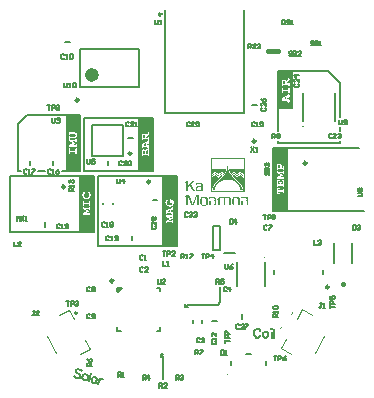
<source format=gto>
G04*
G04 #@! TF.GenerationSoftware,Altium Limited,Altium Designer,20.2.6 (244)*
G04*
G04 Layer_Color=65535*
%FSLAX25Y25*%
%MOIN*%
G70*
G04*
G04 #@! TF.SameCoordinates,E73447B6-61B4-4EEF-956E-7A2C62B3FEF5*
G04*
G04*
G04 #@! TF.FilePolarity,Positive*
G04*
G01*
G75*
%ADD10C,0.01000*%
%ADD11C,0.00984*%
%ADD12C,0.00787*%
%ADD13C,0.00394*%
%ADD14C,0.02362*%
%ADD15C,0.00000*%
%ADD16C,0.00500*%
%ADD17C,0.01575*%
%ADD18C,0.00591*%
G36*
X3038Y6678D02*
Y6659D01*
X3001D01*
Y6641D01*
Y6622D01*
X2964D01*
Y6604D01*
Y6585D01*
X2927D01*
Y6567D01*
Y6548D01*
X2890D01*
Y6530D01*
Y6511D01*
X2853D01*
Y6492D01*
Y6474D01*
X2816D01*
Y6455D01*
Y6437D01*
X2778D01*
Y6418D01*
Y6400D01*
X2741D01*
Y6381D01*
Y6363D01*
X2704D01*
Y6344D01*
Y6325D01*
X2667D01*
Y6307D01*
Y6288D01*
X2630D01*
Y6270D01*
Y6251D01*
X2593D01*
Y6233D01*
Y6214D01*
Y6196D01*
Y6177D01*
X2556D01*
Y6159D01*
Y6140D01*
X2519D01*
Y6121D01*
Y6103D01*
X2482D01*
Y6084D01*
Y6066D01*
X2445D01*
Y6047D01*
Y6029D01*
X2408D01*
Y6010D01*
Y5992D01*
X2371D01*
Y5973D01*
Y5955D01*
X2333D01*
Y5936D01*
Y5917D01*
X2296D01*
Y5899D01*
Y5880D01*
X2259D01*
Y5862D01*
Y5843D01*
X2222D01*
Y5825D01*
Y5806D01*
X2185D01*
Y5788D01*
Y5769D01*
X2148D01*
Y5751D01*
Y5732D01*
X2111D01*
Y5714D01*
Y5695D01*
X2074D01*
Y5676D01*
Y5658D01*
X2037D01*
Y5639D01*
Y5621D01*
X2000D01*
Y5602D01*
Y5584D01*
Y5565D01*
Y5547D01*
X1963D01*
Y5528D01*
Y5509D01*
Y5491D01*
Y5472D01*
X1925D01*
Y5454D01*
Y5435D01*
Y5417D01*
Y5398D01*
Y5380D01*
Y5361D01*
Y5343D01*
Y5324D01*
X1963D01*
Y5305D01*
Y5287D01*
Y5268D01*
Y5250D01*
X2000D01*
Y5231D01*
Y5213D01*
Y5194D01*
Y5176D01*
X2037D01*
Y5157D01*
Y5139D01*
Y5120D01*
Y5102D01*
X2074D01*
Y5083D01*
Y5064D01*
Y5046D01*
Y5027D01*
X2111D01*
Y5009D01*
Y4990D01*
Y4972D01*
Y4953D01*
X2148D01*
Y4935D01*
Y4916D01*
X2185D01*
Y4897D01*
Y4879D01*
Y4860D01*
Y4842D01*
X2222D01*
Y4823D01*
Y4805D01*
Y4786D01*
Y4768D01*
X2259D01*
Y4749D01*
Y4731D01*
Y4712D01*
Y4693D01*
X2296D01*
Y4675D01*
Y4656D01*
X2333D01*
Y4638D01*
Y4619D01*
Y4601D01*
Y4582D01*
X2371D01*
Y4564D01*
Y4545D01*
Y4527D01*
Y4508D01*
X2408D01*
Y4490D01*
Y4471D01*
Y4452D01*
Y4434D01*
X2445D01*
Y4415D01*
Y4397D01*
X2482D01*
Y4378D01*
Y4360D01*
Y4341D01*
Y4323D01*
X2519D01*
Y4304D01*
Y4285D01*
Y4267D01*
Y4248D01*
X2556D01*
Y4230D01*
Y4211D01*
X2593D01*
Y4193D01*
Y4174D01*
Y4156D01*
Y4137D01*
X2630D01*
Y4119D01*
Y4100D01*
Y4081D01*
Y4063D01*
X2667D01*
Y4044D01*
Y4026D01*
X2704D01*
Y4007D01*
Y3989D01*
Y3970D01*
Y3952D01*
X2741D01*
Y3933D01*
Y3915D01*
Y3896D01*
Y3878D01*
X2778D01*
Y3859D01*
Y3840D01*
X2816D01*
Y3822D01*
Y3803D01*
Y3785D01*
Y3766D01*
X2853D01*
Y3748D01*
Y3729D01*
Y3711D01*
Y3692D01*
X2890D01*
Y3673D01*
Y3655D01*
X2927D01*
Y3636D01*
Y3618D01*
Y3599D01*
Y3581D01*
X2964D01*
Y3562D01*
Y3544D01*
Y3525D01*
Y3507D01*
X3001D01*
Y3488D01*
Y3469D01*
X3038D01*
Y3451D01*
Y3432D01*
Y3414D01*
Y3395D01*
X3075D01*
Y3377D01*
Y3358D01*
Y3340D01*
Y3321D01*
X3112D01*
Y3303D01*
Y3284D01*
Y3266D01*
Y3247D01*
X3149D01*
Y3228D01*
X3168D01*
Y3210D01*
X2519D01*
Y3228D01*
Y3247D01*
X2482D01*
Y3266D01*
Y3284D01*
X2445D01*
Y3303D01*
Y3321D01*
X2408D01*
Y3340D01*
Y3358D01*
Y3377D01*
Y3395D01*
X2371D01*
Y3414D01*
Y3432D01*
X2333D01*
Y3451D01*
Y3469D01*
Y3488D01*
Y3507D01*
X2296D01*
Y3525D01*
Y3544D01*
Y3562D01*
Y3581D01*
X2259D01*
Y3599D01*
Y3618D01*
Y3636D01*
Y3655D01*
X2222D01*
Y3673D01*
Y3692D01*
X2185D01*
Y3711D01*
Y3729D01*
Y3748D01*
Y3766D01*
X2148D01*
Y3785D01*
Y3803D01*
Y3822D01*
Y3840D01*
X2111D01*
Y3859D01*
Y3878D01*
Y3896D01*
Y3915D01*
X2074D01*
Y3933D01*
Y3952D01*
X2037D01*
Y3970D01*
Y3989D01*
Y4007D01*
Y4026D01*
X2000D01*
Y4044D01*
Y4063D01*
Y4081D01*
Y4100D01*
X1963D01*
Y4119D01*
Y4137D01*
Y4156D01*
Y4174D01*
X1925D01*
Y4193D01*
Y4211D01*
X1888D01*
Y4230D01*
Y4248D01*
Y4267D01*
Y4285D01*
X1851D01*
Y4304D01*
Y4323D01*
Y4341D01*
Y4360D01*
X1814D01*
Y4378D01*
Y4397D01*
Y4415D01*
Y4434D01*
X1777D01*
Y4452D01*
Y4471D01*
X1740D01*
Y4490D01*
Y4508D01*
Y4527D01*
Y4545D01*
X1703D01*
Y4564D01*
Y4582D01*
Y4601D01*
Y4619D01*
X1666D01*
Y4638D01*
Y4656D01*
Y4675D01*
Y4693D01*
X1629D01*
Y4712D01*
Y4731D01*
Y4749D01*
Y4768D01*
X1592D01*
Y4786D01*
Y4805D01*
X1555D01*
Y4823D01*
Y4842D01*
Y4860D01*
Y4879D01*
X1517D01*
Y4897D01*
Y4916D01*
Y4935D01*
Y4953D01*
X1480D01*
Y4972D01*
Y4990D01*
X1443D01*
Y5009D01*
Y5027D01*
X1295D01*
Y5009D01*
Y4990D01*
X1258D01*
Y4972D01*
Y4953D01*
X1221D01*
Y4935D01*
Y4916D01*
X1184D01*
Y4897D01*
Y4879D01*
X1146D01*
Y4860D01*
Y4842D01*
Y4823D01*
Y4805D01*
X1110D01*
Y4786D01*
Y4768D01*
X1072D01*
Y4749D01*
Y4731D01*
X1035D01*
Y4712D01*
Y4693D01*
X998D01*
Y4675D01*
Y4656D01*
X961D01*
Y4638D01*
Y4619D01*
X924D01*
Y4601D01*
Y4582D01*
X887D01*
Y4564D01*
Y4545D01*
X850D01*
Y4527D01*
Y4508D01*
X813D01*
Y4490D01*
Y4471D01*
X776D01*
Y4452D01*
Y4434D01*
X739D01*
Y4415D01*
Y4397D01*
Y4378D01*
Y4360D01*
X701D01*
Y4341D01*
Y4323D01*
Y4304D01*
Y4285D01*
Y4267D01*
Y4248D01*
Y4230D01*
Y4211D01*
Y4193D01*
Y4174D01*
Y4156D01*
Y4137D01*
Y4119D01*
Y4100D01*
Y4081D01*
Y4063D01*
Y4044D01*
Y4026D01*
Y4007D01*
Y3989D01*
Y3970D01*
Y3952D01*
Y3933D01*
Y3915D01*
Y3896D01*
Y3878D01*
Y3859D01*
Y3840D01*
Y3822D01*
Y3803D01*
Y3785D01*
Y3766D01*
Y3748D01*
Y3729D01*
Y3711D01*
Y3692D01*
Y3673D01*
Y3655D01*
Y3636D01*
Y3618D01*
Y3599D01*
Y3581D01*
Y3562D01*
Y3544D01*
Y3525D01*
Y3507D01*
Y3488D01*
Y3469D01*
Y3451D01*
Y3432D01*
Y3414D01*
Y3395D01*
Y3377D01*
Y3358D01*
Y3340D01*
Y3321D01*
Y3303D01*
Y3284D01*
Y3266D01*
Y3247D01*
Y3228D01*
Y3210D01*
X108D01*
Y3228D01*
Y3247D01*
Y3266D01*
Y3284D01*
Y3303D01*
Y3321D01*
Y3340D01*
Y3358D01*
Y3377D01*
Y3395D01*
Y3414D01*
Y3432D01*
Y3451D01*
Y3469D01*
Y3488D01*
Y3507D01*
Y3525D01*
Y3544D01*
Y3562D01*
Y3581D01*
Y3599D01*
Y3618D01*
Y3636D01*
Y3655D01*
Y3673D01*
Y3692D01*
Y3711D01*
Y3729D01*
Y3748D01*
Y3766D01*
Y3785D01*
Y3803D01*
Y3822D01*
Y3840D01*
Y3859D01*
Y3878D01*
Y3896D01*
Y3915D01*
Y3933D01*
Y3952D01*
Y3970D01*
Y3989D01*
Y4007D01*
Y4026D01*
Y4044D01*
Y4063D01*
Y4081D01*
Y4100D01*
Y4119D01*
Y4137D01*
Y4156D01*
Y4174D01*
Y4193D01*
Y4211D01*
Y4230D01*
Y4248D01*
Y4267D01*
Y4285D01*
Y4304D01*
Y4323D01*
Y4341D01*
Y4360D01*
Y4378D01*
Y4397D01*
Y4415D01*
Y4434D01*
Y4452D01*
Y4471D01*
Y4490D01*
Y4508D01*
Y4527D01*
Y4545D01*
Y4564D01*
Y4582D01*
Y4601D01*
Y4619D01*
Y4638D01*
Y4656D01*
Y4675D01*
Y4693D01*
Y4712D01*
Y4731D01*
Y4749D01*
Y4768D01*
Y4786D01*
Y4805D01*
Y4823D01*
Y4842D01*
Y4860D01*
Y4879D01*
Y4897D01*
Y4916D01*
Y4935D01*
Y4953D01*
Y4972D01*
Y4990D01*
Y5009D01*
Y5027D01*
Y5046D01*
Y5064D01*
Y5083D01*
Y5102D01*
Y5120D01*
Y5139D01*
Y5157D01*
Y5176D01*
Y5194D01*
Y5213D01*
Y5231D01*
Y5250D01*
Y5268D01*
Y5287D01*
Y5305D01*
Y5324D01*
Y5343D01*
Y5361D01*
Y5380D01*
Y5398D01*
Y5417D01*
Y5435D01*
Y5454D01*
Y5472D01*
Y5491D01*
Y5509D01*
Y5528D01*
Y5547D01*
Y5565D01*
Y5584D01*
Y5602D01*
Y5621D01*
Y5639D01*
Y5658D01*
Y5676D01*
Y5695D01*
Y5714D01*
Y5732D01*
Y5751D01*
Y5769D01*
X71D01*
Y5788D01*
Y5806D01*
Y5825D01*
Y5843D01*
X34D01*
Y5862D01*
Y5880D01*
X-3D01*
Y5899D01*
Y5917D01*
X-77D01*
Y5899D01*
Y5880D01*
X-226D01*
Y5862D01*
Y5843D01*
X-263D01*
Y5862D01*
Y5880D01*
Y5899D01*
Y5917D01*
X-226D01*
Y5936D01*
Y5955D01*
Y5973D01*
Y5992D01*
X-189D01*
Y6010D01*
Y6029D01*
X-152D01*
Y6047D01*
Y6066D01*
Y6084D01*
Y6103D01*
X-114D01*
Y6121D01*
Y6140D01*
X-77D01*
Y6159D01*
Y6177D01*
X-40D01*
Y6196D01*
Y6214D01*
Y6233D01*
Y6251D01*
X-3D01*
Y6270D01*
Y6288D01*
X34D01*
Y6307D01*
Y6325D01*
X71D01*
Y6344D01*
Y6363D01*
X108D01*
Y6381D01*
Y6400D01*
X145D01*
Y6418D01*
Y6437D01*
X182D01*
Y6455D01*
Y6474D01*
X219D01*
Y6492D01*
Y6511D01*
X293D01*
Y6530D01*
Y6548D01*
X331D01*
Y6567D01*
Y6585D01*
X405D01*
Y6604D01*
Y6622D01*
X516D01*
Y6641D01*
Y6659D01*
X701D01*
Y6641D01*
Y6622D01*
Y6604D01*
Y6585D01*
Y6567D01*
Y6548D01*
Y6530D01*
Y6511D01*
Y6492D01*
Y6474D01*
Y6455D01*
Y6437D01*
Y6418D01*
Y6400D01*
Y6381D01*
Y6363D01*
Y6344D01*
Y6325D01*
Y6307D01*
Y6288D01*
Y6270D01*
Y6251D01*
Y6233D01*
Y6214D01*
Y6196D01*
Y6177D01*
Y6159D01*
Y6140D01*
Y6121D01*
Y6103D01*
Y6084D01*
Y6066D01*
Y6047D01*
Y6029D01*
Y6010D01*
Y5992D01*
Y5973D01*
Y5955D01*
Y5936D01*
Y5917D01*
Y5899D01*
Y5880D01*
Y5862D01*
Y5843D01*
Y5825D01*
Y5806D01*
Y5788D01*
Y5769D01*
Y5751D01*
Y5732D01*
Y5714D01*
Y5695D01*
Y5676D01*
Y5658D01*
Y5639D01*
Y5621D01*
Y5602D01*
Y5584D01*
Y5565D01*
Y5547D01*
Y5528D01*
Y5509D01*
Y5491D01*
Y5472D01*
Y5454D01*
Y5435D01*
Y5417D01*
Y5398D01*
Y5380D01*
Y5361D01*
Y5343D01*
Y5324D01*
Y5305D01*
Y5287D01*
Y5268D01*
Y5250D01*
Y5231D01*
Y5213D01*
Y5194D01*
Y5176D01*
Y5157D01*
Y5139D01*
Y5120D01*
Y5102D01*
Y5083D01*
Y5064D01*
X850D01*
Y5083D01*
Y5102D01*
X887D01*
Y5120D01*
Y5139D01*
X924D01*
Y5157D01*
Y5176D01*
X998D01*
Y5194D01*
Y5213D01*
X1035D01*
Y5231D01*
Y5250D01*
X1072D01*
Y5268D01*
Y5287D01*
X1110D01*
Y5305D01*
Y5324D01*
X1146D01*
Y5343D01*
Y5361D01*
X1184D01*
Y5380D01*
Y5398D01*
X1221D01*
Y5417D01*
Y5435D01*
X1258D01*
Y5454D01*
Y5472D01*
X1295D01*
Y5491D01*
Y5509D01*
X1332D01*
Y5528D01*
Y5547D01*
X1369D01*
Y5565D01*
Y5584D01*
X1406D01*
Y5602D01*
Y5621D01*
X1480D01*
Y5639D01*
Y5658D01*
X1517D01*
Y5676D01*
Y5695D01*
X1555D01*
Y5714D01*
Y5732D01*
X1592D01*
Y5751D01*
Y5769D01*
X1629D01*
Y5788D01*
Y5806D01*
X1666D01*
Y5825D01*
Y5843D01*
X1703D01*
Y5862D01*
Y5880D01*
X1740D01*
Y5899D01*
Y5917D01*
X1777D01*
Y5936D01*
Y5955D01*
X1814D01*
Y5973D01*
Y5992D01*
X1851D01*
Y6010D01*
Y6029D01*
X1888D01*
Y6047D01*
Y6066D01*
X1925D01*
Y6084D01*
Y6103D01*
X1963D01*
Y6121D01*
Y6140D01*
X2000D01*
Y6159D01*
Y6177D01*
X2037D01*
Y6196D01*
Y6214D01*
X2074D01*
Y6233D01*
Y6251D01*
X2111D01*
Y6270D01*
Y6288D01*
X2148D01*
Y6307D01*
Y6325D01*
X2185D01*
Y6344D01*
Y6363D01*
X2222D01*
Y6381D01*
Y6400D01*
X2259D01*
Y6418D01*
Y6437D01*
X2296D01*
Y6455D01*
Y6474D01*
X2333D01*
Y6492D01*
Y6511D01*
X2371D01*
Y6530D01*
Y6548D01*
X2445D01*
Y6567D01*
Y6585D01*
X2482D01*
Y6604D01*
Y6622D01*
X2593D01*
Y6641D01*
Y6659D01*
X2704D01*
Y6678D01*
Y6696D01*
X3038D01*
Y6678D01*
D02*
G37*
G36*
X4930Y5899D02*
Y5880D01*
X5412D01*
Y5862D01*
Y5843D01*
X5560D01*
Y5825D01*
Y5806D01*
X5635D01*
Y5788D01*
Y5769D01*
X5672D01*
Y5751D01*
Y5732D01*
X5709D01*
Y5714D01*
Y5695D01*
X5746D01*
Y5676D01*
Y5658D01*
X5783D01*
Y5639D01*
Y5621D01*
Y5602D01*
Y5584D01*
X5820D01*
Y5565D01*
Y5547D01*
Y5528D01*
Y5509D01*
Y5491D01*
Y5472D01*
Y5454D01*
Y5435D01*
Y5417D01*
Y5398D01*
X5857D01*
Y5380D01*
Y5361D01*
Y5343D01*
Y5324D01*
Y5305D01*
Y5287D01*
Y5268D01*
Y5250D01*
Y5231D01*
Y5213D01*
Y5194D01*
Y5176D01*
Y5157D01*
Y5139D01*
Y5120D01*
Y5102D01*
Y5083D01*
Y5064D01*
Y5046D01*
Y5027D01*
Y5009D01*
Y4990D01*
Y4972D01*
Y4953D01*
Y4935D01*
Y4916D01*
Y4897D01*
Y4879D01*
Y4860D01*
Y4842D01*
Y4823D01*
Y4805D01*
Y4786D01*
Y4768D01*
Y4749D01*
Y4731D01*
Y4712D01*
Y4693D01*
Y4675D01*
Y4656D01*
Y4638D01*
Y4619D01*
Y4601D01*
Y4582D01*
Y4564D01*
Y4545D01*
Y4527D01*
Y4508D01*
Y4490D01*
Y4471D01*
Y4452D01*
Y4434D01*
Y4415D01*
Y4397D01*
Y4378D01*
Y4360D01*
Y4341D01*
Y4323D01*
Y4304D01*
Y4285D01*
Y4267D01*
Y4248D01*
Y4230D01*
Y4211D01*
Y4193D01*
Y4174D01*
Y4156D01*
Y4137D01*
Y4119D01*
Y4100D01*
Y4081D01*
Y4063D01*
Y4044D01*
Y4026D01*
Y4007D01*
Y3989D01*
Y3970D01*
Y3952D01*
Y3933D01*
Y3915D01*
Y3896D01*
Y3878D01*
Y3859D01*
Y3840D01*
Y3822D01*
Y3803D01*
Y3785D01*
Y3766D01*
Y3748D01*
Y3729D01*
Y3711D01*
Y3692D01*
Y3673D01*
Y3655D01*
Y3636D01*
Y3618D01*
Y3599D01*
Y3581D01*
Y3562D01*
Y3544D01*
Y3525D01*
Y3507D01*
Y3488D01*
Y3469D01*
Y3451D01*
Y3432D01*
Y3414D01*
Y3395D01*
Y3377D01*
Y3358D01*
Y3340D01*
Y3321D01*
Y3303D01*
Y3284D01*
Y3266D01*
Y3247D01*
Y3228D01*
Y3210D01*
Y3191D01*
Y3173D01*
X3743D01*
Y3191D01*
Y3210D01*
X3669D01*
Y3228D01*
Y3247D01*
X3594D01*
Y3266D01*
Y3284D01*
X3557D01*
Y3303D01*
Y3321D01*
X3520D01*
Y3340D01*
Y3358D01*
X3483D01*
Y3377D01*
Y3395D01*
Y3414D01*
Y3432D01*
X3446D01*
Y3451D01*
Y3469D01*
Y3488D01*
Y3507D01*
Y3525D01*
Y3544D01*
Y3562D01*
Y3581D01*
X3409D01*
Y3599D01*
Y3618D01*
Y3636D01*
Y3655D01*
Y3673D01*
Y3692D01*
Y3711D01*
Y3729D01*
Y3748D01*
Y3766D01*
Y3785D01*
Y3803D01*
Y3822D01*
Y3840D01*
Y3859D01*
Y3878D01*
Y3896D01*
Y3915D01*
Y3933D01*
Y3952D01*
Y3970D01*
Y3989D01*
Y4007D01*
Y4026D01*
Y4044D01*
Y4063D01*
Y4081D01*
Y4100D01*
Y4119D01*
Y4137D01*
Y4156D01*
Y4174D01*
Y4193D01*
Y4211D01*
Y4230D01*
Y4248D01*
X3446D01*
Y4267D01*
Y4285D01*
Y4304D01*
Y4323D01*
Y4341D01*
Y4360D01*
Y4378D01*
Y4397D01*
Y4415D01*
Y4434D01*
X3483D01*
Y4452D01*
Y4471D01*
Y4490D01*
Y4508D01*
Y4527D01*
Y4545D01*
X3520D01*
Y4564D01*
Y4582D01*
X3557D01*
Y4601D01*
Y4619D01*
X3594D01*
Y4638D01*
Y4656D01*
X3632D01*
Y4675D01*
Y4693D01*
X3706D01*
Y4712D01*
Y4731D01*
X3891D01*
Y4749D01*
Y4768D01*
X4707D01*
Y4786D01*
Y4805D01*
X5264D01*
Y4823D01*
Y4842D01*
X5301D01*
Y4860D01*
Y4879D01*
Y4897D01*
Y4916D01*
Y4935D01*
Y4953D01*
Y4972D01*
Y4990D01*
Y5009D01*
Y5027D01*
Y5046D01*
Y5064D01*
Y5083D01*
Y5102D01*
Y5120D01*
Y5139D01*
Y5157D01*
Y5176D01*
Y5194D01*
Y5213D01*
Y5231D01*
Y5250D01*
Y5268D01*
Y5287D01*
X5264D01*
Y5305D01*
Y5324D01*
Y5343D01*
Y5361D01*
Y5380D01*
Y5398D01*
X5226D01*
Y5417D01*
Y5435D01*
Y5454D01*
Y5472D01*
X5189D01*
Y5491D01*
Y5509D01*
X5152D01*
Y5528D01*
Y5547D01*
X5115D01*
Y5565D01*
Y5584D01*
X5041D01*
Y5602D01*
Y5621D01*
X3928D01*
Y5602D01*
Y5584D01*
X3891D01*
Y5565D01*
Y5547D01*
X3854D01*
Y5528D01*
Y5509D01*
Y5491D01*
Y5472D01*
Y5454D01*
Y5435D01*
Y5417D01*
Y5398D01*
Y5380D01*
Y5361D01*
Y5343D01*
Y5324D01*
Y5305D01*
Y5287D01*
Y5268D01*
Y5250D01*
X3817D01*
Y5268D01*
Y5287D01*
X3780D01*
Y5305D01*
Y5324D01*
X3743D01*
Y5343D01*
Y5361D01*
X3706D01*
Y5380D01*
Y5398D01*
X3669D01*
Y5417D01*
Y5435D01*
X3632D01*
Y5454D01*
Y5472D01*
Y5491D01*
Y5509D01*
X3594D01*
Y5528D01*
Y5547D01*
Y5565D01*
Y5584D01*
X3557D01*
Y5602D01*
Y5621D01*
Y5639D01*
Y5658D01*
Y5676D01*
Y5695D01*
X3520D01*
Y5714D01*
Y5732D01*
Y5751D01*
Y5769D01*
Y5788D01*
Y5806D01*
Y5825D01*
Y5843D01*
X3557D01*
Y5862D01*
Y5880D01*
X3632D01*
Y5899D01*
Y5917D01*
X4930D01*
Y5899D01*
D02*
G37*
G36*
X19729Y14281D02*
Y14263D01*
Y14244D01*
Y14226D01*
Y14207D01*
Y14189D01*
Y14170D01*
Y14152D01*
Y14133D01*
Y14115D01*
Y14096D01*
Y14077D01*
Y14059D01*
Y14040D01*
Y14022D01*
Y14003D01*
Y13985D01*
Y13966D01*
Y13948D01*
Y13929D01*
Y13911D01*
Y13892D01*
Y13873D01*
Y13855D01*
Y13836D01*
Y13818D01*
Y13799D01*
Y13781D01*
Y13762D01*
Y13744D01*
Y13725D01*
Y13706D01*
Y13688D01*
Y13669D01*
Y13651D01*
Y13632D01*
Y13614D01*
Y13595D01*
Y13577D01*
Y13558D01*
Y13540D01*
Y13521D01*
Y13502D01*
Y13484D01*
Y13465D01*
Y13447D01*
Y13428D01*
Y13410D01*
Y13391D01*
Y13373D01*
Y13354D01*
Y13336D01*
Y13317D01*
Y13299D01*
Y13280D01*
Y13262D01*
Y13243D01*
Y13224D01*
Y13206D01*
Y13187D01*
Y13169D01*
Y13150D01*
Y13132D01*
Y13113D01*
Y13095D01*
Y13076D01*
Y13058D01*
Y13039D01*
Y13020D01*
Y13002D01*
Y12983D01*
Y12965D01*
Y12946D01*
Y12928D01*
Y12909D01*
Y12890D01*
Y12872D01*
Y12854D01*
Y12835D01*
Y12816D01*
Y12798D01*
Y12779D01*
Y12761D01*
Y12742D01*
Y12724D01*
Y12705D01*
Y12686D01*
Y12668D01*
Y12650D01*
Y12631D01*
Y12612D01*
Y12594D01*
Y12575D01*
Y12557D01*
Y12538D01*
Y12520D01*
Y12501D01*
Y12483D01*
Y12464D01*
Y12445D01*
Y12427D01*
Y12408D01*
Y12390D01*
Y12371D01*
Y12353D01*
Y12334D01*
Y12316D01*
Y12297D01*
Y12279D01*
Y12260D01*
Y12241D01*
Y12223D01*
Y12204D01*
Y12186D01*
Y12167D01*
Y12149D01*
Y12130D01*
Y12112D01*
Y12093D01*
Y12075D01*
Y12056D01*
Y12037D01*
Y12019D01*
Y12000D01*
Y11982D01*
Y11963D01*
Y11945D01*
Y11926D01*
Y11908D01*
Y11889D01*
Y11871D01*
Y11852D01*
Y11834D01*
Y11815D01*
Y11796D01*
Y11778D01*
Y11759D01*
Y11741D01*
Y11722D01*
Y11704D01*
Y11685D01*
Y11667D01*
Y11648D01*
Y11630D01*
Y11611D01*
Y11592D01*
Y11574D01*
Y11555D01*
Y11537D01*
Y11518D01*
Y11500D01*
Y11481D01*
Y11463D01*
Y11444D01*
Y11426D01*
Y11407D01*
Y11388D01*
Y11370D01*
Y11351D01*
Y11333D01*
Y11314D01*
Y11296D01*
Y11277D01*
Y11259D01*
Y11240D01*
Y11221D01*
Y11203D01*
Y11184D01*
Y11166D01*
Y11147D01*
Y11129D01*
Y11110D01*
Y11092D01*
Y11073D01*
Y11055D01*
Y11036D01*
Y11017D01*
Y10999D01*
Y10980D01*
Y10962D01*
Y10943D01*
Y10925D01*
Y10906D01*
Y10888D01*
Y10869D01*
Y10851D01*
Y10832D01*
Y10813D01*
Y10795D01*
Y10776D01*
Y10758D01*
Y10739D01*
Y10721D01*
Y10702D01*
Y10684D01*
Y10665D01*
Y10647D01*
Y10628D01*
Y10610D01*
Y10591D01*
Y10572D01*
Y10554D01*
Y10535D01*
Y10517D01*
Y10498D01*
Y10480D01*
Y10461D01*
Y10443D01*
Y10424D01*
Y10406D01*
Y10387D01*
Y10368D01*
Y10350D01*
Y10331D01*
Y10313D01*
Y10294D01*
Y10276D01*
Y10257D01*
Y10239D01*
Y10220D01*
Y10202D01*
Y10183D01*
Y10164D01*
Y10146D01*
Y10127D01*
Y10109D01*
Y10090D01*
Y10072D01*
Y10053D01*
Y10035D01*
Y10016D01*
Y9997D01*
Y9979D01*
Y9960D01*
Y9942D01*
Y9923D01*
Y9905D01*
Y9886D01*
Y9868D01*
Y9849D01*
Y9831D01*
Y9812D01*
Y9793D01*
Y9775D01*
Y9756D01*
Y9738D01*
Y9719D01*
Y9701D01*
Y9682D01*
Y9664D01*
Y9645D01*
Y9627D01*
Y9608D01*
Y9589D01*
Y9571D01*
Y9552D01*
Y9534D01*
Y9515D01*
Y9497D01*
Y9478D01*
Y9460D01*
Y9441D01*
Y9423D01*
Y9404D01*
Y9386D01*
Y9367D01*
Y9348D01*
Y9330D01*
Y9311D01*
Y9293D01*
Y9274D01*
Y9256D01*
Y9237D01*
Y9219D01*
Y9200D01*
Y9182D01*
Y9163D01*
Y9144D01*
Y9126D01*
Y9107D01*
Y9089D01*
Y9070D01*
Y9052D01*
Y9033D01*
Y9015D01*
Y8996D01*
Y8978D01*
Y8959D01*
Y8940D01*
Y8922D01*
Y8903D01*
Y8885D01*
Y8866D01*
Y8848D01*
Y8829D01*
Y8811D01*
Y8792D01*
Y8773D01*
Y8755D01*
Y8736D01*
Y8718D01*
Y8699D01*
Y8681D01*
Y8662D01*
Y8644D01*
Y8625D01*
Y8607D01*
Y8588D01*
Y8569D01*
Y8551D01*
Y8532D01*
Y8514D01*
Y8495D01*
Y8477D01*
Y8458D01*
Y8440D01*
Y8421D01*
Y8403D01*
Y8384D01*
Y8365D01*
Y8347D01*
Y8328D01*
Y8310D01*
Y8291D01*
Y8273D01*
Y8254D01*
Y8236D01*
Y8217D01*
Y8199D01*
Y8180D01*
Y8162D01*
Y8143D01*
Y8124D01*
Y8106D01*
Y8087D01*
Y8069D01*
Y8050D01*
Y8032D01*
Y8013D01*
Y7995D01*
Y7976D01*
Y7958D01*
Y7939D01*
Y7920D01*
Y7902D01*
Y7883D01*
Y7865D01*
Y7846D01*
Y7828D01*
Y7809D01*
Y7791D01*
Y7772D01*
Y7754D01*
Y7735D01*
Y7716D01*
Y7698D01*
Y7679D01*
Y7661D01*
Y7642D01*
Y7624D01*
Y7605D01*
Y7587D01*
Y7568D01*
Y7549D01*
Y7531D01*
Y7512D01*
Y7494D01*
Y7475D01*
Y7457D01*
Y7438D01*
Y7420D01*
Y7401D01*
Y7383D01*
Y7364D01*
Y7345D01*
Y7327D01*
Y7308D01*
Y7290D01*
Y7271D01*
Y7253D01*
Y7234D01*
Y7216D01*
Y7197D01*
Y7179D01*
Y7160D01*
Y7141D01*
Y7123D01*
Y7104D01*
Y7086D01*
Y7067D01*
Y7049D01*
Y7030D01*
Y7012D01*
Y6993D01*
Y6975D01*
Y6956D01*
Y6938D01*
Y6919D01*
Y6900D01*
Y6882D01*
Y6863D01*
Y6845D01*
Y6826D01*
Y6808D01*
Y6789D01*
Y6771D01*
Y6752D01*
Y6734D01*
Y6715D01*
Y6696D01*
Y6678D01*
Y6659D01*
Y6641D01*
Y6622D01*
Y6604D01*
Y6585D01*
Y6567D01*
Y6548D01*
Y6530D01*
Y6511D01*
Y6492D01*
Y6474D01*
Y6455D01*
Y6437D01*
Y6418D01*
Y6400D01*
Y6381D01*
Y6363D01*
Y6344D01*
Y6325D01*
Y6307D01*
Y6288D01*
Y6270D01*
Y6251D01*
Y6233D01*
Y6214D01*
Y6196D01*
Y6177D01*
Y6159D01*
Y6140D01*
Y6121D01*
Y6103D01*
Y6084D01*
Y6066D01*
Y6047D01*
Y6029D01*
Y6010D01*
Y5992D01*
Y5973D01*
Y5955D01*
Y5936D01*
Y5917D01*
Y5899D01*
Y5880D01*
Y5862D01*
Y5843D01*
Y5825D01*
Y5806D01*
Y5788D01*
Y5769D01*
Y5751D01*
Y5732D01*
Y5714D01*
Y5695D01*
Y5676D01*
Y5658D01*
Y5639D01*
Y5621D01*
Y5602D01*
Y5584D01*
Y5565D01*
Y5547D01*
Y5528D01*
Y5509D01*
Y5491D01*
Y5472D01*
Y5454D01*
Y5435D01*
Y5417D01*
Y5398D01*
Y5380D01*
Y5361D01*
Y5343D01*
Y5324D01*
Y5305D01*
Y5287D01*
Y5268D01*
Y5250D01*
Y5231D01*
Y5213D01*
Y5194D01*
Y5176D01*
Y5157D01*
Y5139D01*
Y5120D01*
Y5102D01*
Y5083D01*
Y5064D01*
Y5046D01*
Y5027D01*
Y5009D01*
Y4990D01*
Y4972D01*
Y4953D01*
Y4935D01*
Y4916D01*
Y4897D01*
Y4879D01*
Y4860D01*
Y4842D01*
Y4823D01*
Y4805D01*
Y4786D01*
Y4768D01*
Y4749D01*
Y4731D01*
Y4712D01*
Y4693D01*
Y4675D01*
Y4656D01*
Y4638D01*
Y4619D01*
Y4601D01*
Y4582D01*
Y4564D01*
Y4545D01*
Y4527D01*
Y4508D01*
Y4490D01*
Y4471D01*
Y4452D01*
Y4434D01*
Y4415D01*
Y4397D01*
Y4378D01*
Y4360D01*
Y4341D01*
Y4323D01*
Y4304D01*
Y4285D01*
Y4267D01*
Y4248D01*
Y4230D01*
Y4211D01*
Y4193D01*
Y4174D01*
Y4156D01*
Y4137D01*
Y4119D01*
Y4100D01*
Y4081D01*
Y4063D01*
Y4044D01*
Y4026D01*
Y4007D01*
Y3989D01*
Y3970D01*
Y3952D01*
Y3933D01*
Y3915D01*
Y3896D01*
Y3878D01*
Y3859D01*
Y3840D01*
Y3822D01*
Y3803D01*
Y3785D01*
Y3766D01*
Y3748D01*
Y3729D01*
Y3711D01*
Y3692D01*
Y3673D01*
Y3655D01*
Y3636D01*
Y3618D01*
Y3599D01*
Y3581D01*
Y3562D01*
Y3544D01*
Y3525D01*
Y3507D01*
Y3488D01*
Y3469D01*
Y3451D01*
Y3432D01*
Y3414D01*
Y3395D01*
Y3377D01*
Y3358D01*
Y3340D01*
Y3321D01*
Y3303D01*
Y3284D01*
Y3266D01*
Y3247D01*
Y3228D01*
Y3210D01*
Y3191D01*
Y3173D01*
Y3154D01*
Y3136D01*
Y3117D01*
Y3099D01*
Y3080D01*
Y3062D01*
Y3043D01*
Y3024D01*
Y3006D01*
Y2987D01*
X8416D01*
Y3006D01*
Y3024D01*
Y3043D01*
Y3062D01*
Y3080D01*
Y3099D01*
Y3117D01*
Y3136D01*
Y3154D01*
Y3173D01*
Y3191D01*
Y3210D01*
Y3228D01*
Y3247D01*
Y3266D01*
Y3284D01*
Y3303D01*
Y3321D01*
Y3340D01*
Y3358D01*
Y3377D01*
Y3395D01*
Y3414D01*
Y3432D01*
Y3451D01*
Y3469D01*
Y3488D01*
Y3507D01*
Y3525D01*
Y3544D01*
Y3562D01*
Y3581D01*
Y3599D01*
Y3618D01*
Y3636D01*
Y3655D01*
Y3673D01*
Y3692D01*
Y3711D01*
Y3729D01*
Y3748D01*
Y3766D01*
Y3785D01*
Y3803D01*
Y3822D01*
Y3840D01*
Y3859D01*
Y3878D01*
Y3896D01*
Y3915D01*
Y3933D01*
Y3952D01*
Y3970D01*
Y3989D01*
Y4007D01*
Y4026D01*
Y4044D01*
Y4063D01*
Y4081D01*
Y4100D01*
Y4119D01*
Y4137D01*
Y4156D01*
Y4174D01*
Y4193D01*
Y4211D01*
Y4230D01*
Y4248D01*
Y4267D01*
Y4285D01*
Y4304D01*
Y4323D01*
Y4341D01*
Y4360D01*
Y4378D01*
Y4397D01*
Y4415D01*
Y4434D01*
Y4452D01*
Y4471D01*
Y4490D01*
Y4508D01*
Y4527D01*
Y4545D01*
Y4564D01*
Y4582D01*
Y4601D01*
Y4619D01*
Y4638D01*
Y4656D01*
Y4675D01*
Y4693D01*
Y4712D01*
Y4731D01*
Y4749D01*
Y4768D01*
Y4786D01*
Y4805D01*
Y4823D01*
Y4842D01*
Y4860D01*
Y4879D01*
Y4897D01*
Y4916D01*
Y4935D01*
Y4953D01*
Y4972D01*
Y4990D01*
Y5009D01*
Y5027D01*
Y5046D01*
Y5064D01*
Y5083D01*
Y5102D01*
Y5120D01*
Y5139D01*
Y5157D01*
Y5176D01*
Y5194D01*
Y5213D01*
Y5231D01*
Y5250D01*
Y5268D01*
Y5287D01*
Y5305D01*
Y5324D01*
Y5343D01*
Y5361D01*
Y5380D01*
Y5398D01*
Y5417D01*
Y5435D01*
Y5454D01*
Y5472D01*
Y5491D01*
Y5509D01*
Y5528D01*
Y5547D01*
Y5565D01*
Y5584D01*
Y5602D01*
Y5621D01*
Y5639D01*
Y5658D01*
Y5676D01*
Y5695D01*
Y5714D01*
Y5732D01*
Y5751D01*
Y5769D01*
Y5788D01*
Y5806D01*
Y5825D01*
Y5843D01*
Y5862D01*
Y5880D01*
Y5899D01*
Y5917D01*
Y5936D01*
Y5955D01*
Y5973D01*
Y5992D01*
Y6010D01*
Y6029D01*
Y6047D01*
Y6066D01*
Y6084D01*
Y6103D01*
Y6121D01*
Y6140D01*
Y6159D01*
Y6177D01*
Y6196D01*
Y6214D01*
Y6233D01*
Y6251D01*
Y6270D01*
Y6288D01*
Y6307D01*
Y6325D01*
Y6344D01*
Y6363D01*
Y6381D01*
Y6400D01*
Y6418D01*
Y6437D01*
Y6455D01*
Y6474D01*
Y6492D01*
Y6511D01*
Y6530D01*
Y6548D01*
Y6567D01*
Y6585D01*
Y6604D01*
Y6622D01*
Y6641D01*
Y6659D01*
Y6678D01*
Y6696D01*
Y6715D01*
Y6734D01*
Y6752D01*
Y6771D01*
Y6789D01*
Y6808D01*
Y6826D01*
Y6845D01*
Y6863D01*
Y6882D01*
Y6900D01*
Y6919D01*
Y6938D01*
Y6956D01*
Y6975D01*
Y6993D01*
Y7012D01*
Y7030D01*
Y7049D01*
Y7067D01*
Y7086D01*
Y7104D01*
Y7123D01*
Y7141D01*
Y7160D01*
Y7179D01*
Y7197D01*
Y7216D01*
Y7234D01*
Y7253D01*
Y7271D01*
Y7290D01*
Y7308D01*
Y7327D01*
Y7345D01*
Y7364D01*
Y7383D01*
Y7401D01*
Y7420D01*
Y7438D01*
Y7457D01*
Y7475D01*
Y7494D01*
Y7512D01*
Y7531D01*
Y7549D01*
Y7568D01*
Y7587D01*
Y7605D01*
Y7624D01*
Y7642D01*
Y7661D01*
Y7679D01*
Y7698D01*
Y7716D01*
Y7735D01*
Y7754D01*
Y7772D01*
Y7791D01*
Y7809D01*
Y7828D01*
Y7846D01*
Y7865D01*
Y7883D01*
Y7902D01*
Y7920D01*
Y7939D01*
Y7958D01*
Y7976D01*
Y7995D01*
Y8013D01*
Y8032D01*
Y8050D01*
Y8069D01*
Y8087D01*
Y8106D01*
Y8124D01*
Y8143D01*
Y8162D01*
Y8180D01*
Y8199D01*
Y8217D01*
Y8236D01*
Y8254D01*
Y8273D01*
Y8291D01*
Y8310D01*
Y8328D01*
Y8347D01*
Y8365D01*
Y8384D01*
Y8403D01*
Y8421D01*
Y8440D01*
Y8458D01*
Y8477D01*
Y8495D01*
Y8514D01*
Y8532D01*
Y8551D01*
Y8569D01*
Y8588D01*
Y8607D01*
Y8625D01*
Y8644D01*
Y8662D01*
Y8681D01*
Y8699D01*
Y8718D01*
Y8736D01*
Y8755D01*
Y8773D01*
Y8792D01*
Y8811D01*
Y8829D01*
Y8848D01*
Y8866D01*
Y8885D01*
Y8903D01*
Y8922D01*
Y8940D01*
Y8959D01*
Y8978D01*
Y8996D01*
Y9015D01*
Y9033D01*
Y9052D01*
Y9070D01*
Y9089D01*
Y9107D01*
Y9126D01*
Y9144D01*
Y9163D01*
Y9182D01*
Y9200D01*
Y9219D01*
Y9237D01*
Y9256D01*
Y9274D01*
Y9293D01*
Y9311D01*
Y9330D01*
Y9348D01*
Y9367D01*
Y9386D01*
Y9404D01*
Y9423D01*
Y9441D01*
Y9460D01*
Y9478D01*
Y9497D01*
Y9515D01*
Y9534D01*
Y9552D01*
Y9571D01*
Y9589D01*
Y9608D01*
Y9627D01*
Y9645D01*
Y9664D01*
Y9682D01*
Y9701D01*
Y9719D01*
Y9738D01*
Y9756D01*
Y9775D01*
Y9793D01*
Y9812D01*
Y9831D01*
Y9849D01*
Y9868D01*
Y9886D01*
Y9905D01*
Y9923D01*
Y9942D01*
Y9960D01*
Y9979D01*
Y9997D01*
Y10016D01*
Y10035D01*
Y10053D01*
Y10072D01*
Y10090D01*
Y10109D01*
Y10127D01*
Y10146D01*
Y10164D01*
Y10183D01*
Y10202D01*
Y10220D01*
Y10239D01*
Y10257D01*
Y10276D01*
Y10294D01*
Y10313D01*
Y10331D01*
Y10350D01*
Y10368D01*
Y10387D01*
Y10406D01*
Y10424D01*
Y10443D01*
Y10461D01*
Y10480D01*
Y10498D01*
Y10517D01*
Y10535D01*
Y10554D01*
Y10572D01*
Y10591D01*
Y10610D01*
Y10628D01*
Y10647D01*
Y10665D01*
Y10684D01*
Y10702D01*
Y10721D01*
Y10739D01*
Y10758D01*
Y10776D01*
Y10795D01*
Y10813D01*
Y10832D01*
Y10851D01*
Y10869D01*
Y10888D01*
Y10906D01*
Y10925D01*
Y10943D01*
Y10962D01*
Y10980D01*
Y10999D01*
Y11017D01*
Y11036D01*
Y11055D01*
Y11073D01*
Y11092D01*
Y11110D01*
Y11129D01*
Y11147D01*
Y11166D01*
Y11184D01*
Y11203D01*
Y11221D01*
Y11240D01*
Y11259D01*
Y11277D01*
Y11296D01*
Y11314D01*
Y11333D01*
Y11351D01*
Y11370D01*
Y11388D01*
Y11407D01*
Y11426D01*
Y11444D01*
Y11463D01*
Y11481D01*
Y11500D01*
Y11518D01*
Y11537D01*
Y11555D01*
Y11574D01*
Y11592D01*
Y11611D01*
Y11630D01*
Y11648D01*
Y11667D01*
Y11685D01*
Y11704D01*
Y11722D01*
Y11741D01*
Y11759D01*
Y11778D01*
Y11796D01*
Y11815D01*
Y11834D01*
Y11852D01*
Y11871D01*
Y11889D01*
Y11908D01*
Y11926D01*
Y11945D01*
Y11963D01*
Y11982D01*
Y12000D01*
Y12019D01*
Y12037D01*
Y12056D01*
Y12075D01*
Y12093D01*
Y12112D01*
Y12130D01*
Y12149D01*
Y12167D01*
Y12186D01*
Y12204D01*
Y12223D01*
Y12241D01*
Y12260D01*
Y12279D01*
Y12297D01*
Y12316D01*
Y12334D01*
Y12353D01*
Y12371D01*
Y12390D01*
Y12408D01*
Y12427D01*
Y12445D01*
Y12464D01*
Y12483D01*
Y12501D01*
Y12520D01*
Y12538D01*
Y12557D01*
Y12575D01*
Y12594D01*
Y12612D01*
Y12631D01*
Y12650D01*
Y12668D01*
Y12686D01*
Y12705D01*
Y12724D01*
Y12742D01*
Y12761D01*
Y12779D01*
Y12798D01*
Y12816D01*
Y12835D01*
Y12854D01*
Y12872D01*
Y12890D01*
Y12909D01*
Y12928D01*
Y12946D01*
Y12965D01*
Y12983D01*
Y13002D01*
Y13020D01*
Y13039D01*
Y13058D01*
Y13076D01*
Y13095D01*
Y13113D01*
Y13132D01*
Y13150D01*
Y13169D01*
Y13187D01*
Y13206D01*
Y13224D01*
Y13243D01*
Y13262D01*
Y13280D01*
Y13299D01*
Y13317D01*
Y13336D01*
Y13354D01*
Y13373D01*
Y13391D01*
Y13410D01*
Y13428D01*
Y13447D01*
Y13465D01*
Y13484D01*
Y13502D01*
Y13521D01*
Y13540D01*
Y13558D01*
Y13577D01*
Y13595D01*
Y13614D01*
Y13632D01*
Y13651D01*
Y13669D01*
Y13688D01*
Y13706D01*
Y13725D01*
Y13744D01*
Y13762D01*
Y13781D01*
Y13799D01*
Y13818D01*
Y13836D01*
Y13855D01*
Y13873D01*
Y13892D01*
Y13911D01*
Y13929D01*
Y13948D01*
Y13966D01*
Y13985D01*
Y14003D01*
Y14022D01*
Y14040D01*
Y14059D01*
Y14077D01*
Y14096D01*
Y14115D01*
Y14133D01*
Y14152D01*
Y14170D01*
Y14189D01*
Y14207D01*
Y14226D01*
Y14244D01*
Y14263D01*
Y14281D01*
Y14300D01*
X19729D01*
Y14281D01*
D02*
G37*
G36*
X10568Y335D02*
Y317D01*
X10531D01*
Y335D01*
Y354D01*
X10568D01*
Y335D01*
D02*
G37*
G36*
X4485Y1893D02*
Y1875D01*
Y1856D01*
Y1837D01*
Y1819D01*
Y1800D01*
Y1782D01*
Y1763D01*
Y1745D01*
Y1726D01*
Y1708D01*
Y1689D01*
Y1671D01*
Y1652D01*
Y1633D01*
Y1615D01*
Y1596D01*
Y1578D01*
Y1559D01*
Y1541D01*
Y1522D01*
Y1504D01*
Y1485D01*
Y1467D01*
Y1448D01*
Y1429D01*
Y1411D01*
Y1392D01*
Y1374D01*
Y1355D01*
Y1337D01*
Y1318D01*
Y1300D01*
Y1281D01*
Y1263D01*
Y1244D01*
Y1225D01*
Y1207D01*
Y1188D01*
Y1170D01*
Y1151D01*
Y1133D01*
Y1114D01*
Y1096D01*
Y1077D01*
Y1059D01*
Y1040D01*
Y1022D01*
Y1003D01*
Y984D01*
Y966D01*
Y947D01*
Y929D01*
Y910D01*
Y892D01*
Y873D01*
Y855D01*
Y836D01*
Y817D01*
Y799D01*
Y780D01*
Y762D01*
Y743D01*
Y725D01*
Y706D01*
Y688D01*
Y669D01*
Y651D01*
Y632D01*
Y613D01*
Y595D01*
Y576D01*
Y558D01*
Y539D01*
Y521D01*
Y502D01*
Y484D01*
Y465D01*
Y447D01*
Y428D01*
Y410D01*
Y391D01*
Y372D01*
Y354D01*
Y335D01*
Y317D01*
Y298D01*
Y280D01*
Y261D01*
Y243D01*
Y224D01*
Y206D01*
Y187D01*
Y169D01*
Y150D01*
Y131D01*
Y113D01*
Y94D01*
Y76D01*
Y57D01*
Y39D01*
Y20D01*
Y1D01*
Y-17D01*
Y-36D01*
Y-54D01*
Y-73D01*
Y-91D01*
Y-110D01*
Y-128D01*
Y-147D01*
Y-165D01*
Y-184D01*
Y-203D01*
Y-221D01*
Y-240D01*
Y-258D01*
Y-277D01*
Y-295D01*
Y-314D01*
Y-332D01*
Y-351D01*
Y-369D01*
Y-388D01*
Y-406D01*
Y-425D01*
Y-444D01*
Y-462D01*
Y-481D01*
Y-499D01*
Y-518D01*
Y-536D01*
Y-555D01*
Y-573D01*
Y-592D01*
Y-611D01*
Y-629D01*
Y-648D01*
Y-666D01*
Y-685D01*
Y-703D01*
Y-722D01*
Y-740D01*
Y-759D01*
Y-777D01*
Y-796D01*
Y-814D01*
Y-833D01*
Y-852D01*
Y-870D01*
Y-889D01*
Y-907D01*
Y-926D01*
Y-944D01*
Y-963D01*
Y-981D01*
Y-1000D01*
Y-1018D01*
Y-1037D01*
Y-1056D01*
Y-1074D01*
Y-1093D01*
Y-1111D01*
Y-1130D01*
Y-1148D01*
Y-1167D01*
Y-1185D01*
Y-1204D01*
Y-1223D01*
Y-1241D01*
Y-1259D01*
Y-1278D01*
Y-1297D01*
Y-1315D01*
Y-1334D01*
Y-1352D01*
Y-1371D01*
Y-1389D01*
Y-1408D01*
Y-1426D01*
Y-1445D01*
Y-1464D01*
Y-1482D01*
Y-1501D01*
Y-1519D01*
Y-1538D01*
Y-1556D01*
Y-1575D01*
X3928D01*
Y-1556D01*
Y-1538D01*
Y-1519D01*
Y-1501D01*
Y-1482D01*
Y-1464D01*
Y-1445D01*
Y-1426D01*
Y-1408D01*
Y-1389D01*
Y-1371D01*
Y-1352D01*
Y-1334D01*
Y-1315D01*
Y-1297D01*
Y-1278D01*
Y-1259D01*
Y-1241D01*
Y-1223D01*
Y-1204D01*
Y-1185D01*
Y-1167D01*
Y-1148D01*
Y-1130D01*
Y-1111D01*
Y-1093D01*
Y-1074D01*
Y-1056D01*
Y-1037D01*
Y-1018D01*
Y-1000D01*
Y-981D01*
Y-963D01*
Y-944D01*
Y-926D01*
Y-907D01*
Y-889D01*
Y-870D01*
Y-852D01*
Y-833D01*
Y-814D01*
Y-796D01*
Y-777D01*
Y-759D01*
Y-740D01*
Y-722D01*
Y-703D01*
Y-685D01*
Y-666D01*
Y-648D01*
Y-629D01*
Y-611D01*
Y-592D01*
Y-573D01*
Y-555D01*
Y-536D01*
Y-518D01*
Y-499D01*
Y-481D01*
Y-462D01*
Y-444D01*
Y-425D01*
Y-406D01*
Y-388D01*
Y-369D01*
Y-351D01*
Y-332D01*
Y-314D01*
Y-295D01*
Y-277D01*
Y-258D01*
Y-240D01*
Y-221D01*
Y-203D01*
Y-184D01*
Y-165D01*
Y-147D01*
Y-128D01*
Y-110D01*
Y-91D01*
Y-73D01*
Y-54D01*
Y-36D01*
Y-17D01*
Y1D01*
Y20D01*
Y39D01*
Y57D01*
Y76D01*
Y94D01*
Y113D01*
Y131D01*
Y150D01*
Y169D01*
Y187D01*
Y206D01*
Y224D01*
Y243D01*
Y261D01*
Y280D01*
Y298D01*
Y317D01*
Y335D01*
Y354D01*
Y372D01*
Y391D01*
Y410D01*
Y428D01*
Y447D01*
Y465D01*
Y484D01*
Y502D01*
Y521D01*
Y539D01*
Y558D01*
Y576D01*
Y595D01*
Y613D01*
Y632D01*
Y651D01*
Y669D01*
Y688D01*
Y706D01*
Y725D01*
Y743D01*
Y762D01*
Y780D01*
Y799D01*
Y817D01*
Y836D01*
Y855D01*
Y873D01*
Y892D01*
Y910D01*
Y929D01*
Y947D01*
Y966D01*
Y984D01*
Y1003D01*
Y1022D01*
Y1040D01*
Y1059D01*
Y1077D01*
Y1096D01*
Y1114D01*
Y1133D01*
Y1151D01*
Y1170D01*
Y1188D01*
Y1207D01*
Y1225D01*
Y1244D01*
Y1263D01*
Y1281D01*
X3891D01*
Y1300D01*
Y1318D01*
X3780D01*
Y1300D01*
Y1281D01*
X3743D01*
Y1263D01*
Y1244D01*
Y1225D01*
Y1207D01*
X3706D01*
Y1188D01*
Y1170D01*
Y1151D01*
Y1133D01*
X3669D01*
Y1114D01*
Y1096D01*
Y1077D01*
Y1059D01*
Y1040D01*
Y1022D01*
X3632D01*
Y1003D01*
Y984D01*
Y966D01*
Y947D01*
X3594D01*
Y929D01*
Y910D01*
Y892D01*
Y873D01*
Y855D01*
Y836D01*
X3557D01*
Y817D01*
Y799D01*
Y780D01*
Y762D01*
Y743D01*
Y725D01*
X3520D01*
Y706D01*
Y688D01*
Y669D01*
Y651D01*
X3483D01*
Y632D01*
Y613D01*
Y595D01*
Y576D01*
Y558D01*
Y539D01*
X3446D01*
Y521D01*
Y502D01*
Y484D01*
Y465D01*
X3409D01*
Y447D01*
Y428D01*
Y410D01*
Y391D01*
Y372D01*
Y354D01*
X3372D01*
Y335D01*
Y317D01*
Y298D01*
Y280D01*
X3335D01*
Y261D01*
Y243D01*
Y224D01*
Y206D01*
Y187D01*
Y169D01*
X3298D01*
Y150D01*
Y131D01*
Y113D01*
Y94D01*
Y76D01*
Y57D01*
X3261D01*
Y39D01*
Y20D01*
Y1D01*
Y-17D01*
X3224D01*
Y-36D01*
Y-54D01*
Y-73D01*
Y-91D01*
Y-110D01*
Y-128D01*
X3187D01*
Y-147D01*
Y-165D01*
Y-184D01*
Y-203D01*
X3149D01*
Y-221D01*
Y-240D01*
Y-258D01*
Y-277D01*
Y-295D01*
Y-314D01*
X3112D01*
Y-332D01*
Y-351D01*
Y-369D01*
Y-388D01*
Y-406D01*
Y-425D01*
X3075D01*
Y-444D01*
Y-462D01*
Y-481D01*
Y-499D01*
X3038D01*
Y-518D01*
Y-536D01*
Y-555D01*
Y-573D01*
Y-592D01*
Y-611D01*
X3001D01*
Y-629D01*
Y-648D01*
Y-666D01*
Y-685D01*
Y-703D01*
Y-722D01*
X2964D01*
Y-740D01*
Y-759D01*
Y-777D01*
Y-796D01*
X2927D01*
Y-814D01*
Y-833D01*
Y-852D01*
Y-870D01*
Y-889D01*
Y-907D01*
X2890D01*
Y-926D01*
Y-944D01*
Y-963D01*
Y-981D01*
X2853D01*
Y-1000D01*
Y-1018D01*
Y-1037D01*
Y-1056D01*
Y-1074D01*
Y-1093D01*
X2816D01*
Y-1111D01*
Y-1130D01*
Y-1148D01*
Y-1167D01*
Y-1185D01*
Y-1204D01*
X2778D01*
Y-1223D01*
Y-1241D01*
Y-1259D01*
Y-1278D01*
X2741D01*
Y-1297D01*
Y-1315D01*
Y-1334D01*
Y-1352D01*
Y-1371D01*
Y-1389D01*
X2704D01*
Y-1408D01*
Y-1426D01*
Y-1445D01*
Y-1464D01*
X2667D01*
Y-1482D01*
Y-1501D01*
X2630D01*
Y-1519D01*
Y-1538D01*
X2556D01*
Y-1556D01*
Y-1575D01*
X2148D01*
Y-1556D01*
Y-1538D01*
X2037D01*
Y-1519D01*
Y-1501D01*
X1963D01*
Y-1482D01*
Y-1464D01*
Y-1445D01*
Y-1426D01*
X1925D01*
Y-1408D01*
Y-1389D01*
Y-1371D01*
Y-1352D01*
X1888D01*
Y-1334D01*
Y-1315D01*
Y-1297D01*
Y-1278D01*
X1851D01*
Y-1259D01*
Y-1241D01*
Y-1223D01*
Y-1204D01*
Y-1185D01*
Y-1167D01*
X1814D01*
Y-1148D01*
Y-1130D01*
Y-1111D01*
Y-1093D01*
X1777D01*
Y-1074D01*
Y-1056D01*
Y-1037D01*
Y-1018D01*
Y-1000D01*
Y-981D01*
X1740D01*
Y-963D01*
Y-944D01*
Y-926D01*
Y-907D01*
Y-889D01*
Y-870D01*
X1703D01*
Y-852D01*
Y-833D01*
Y-814D01*
Y-796D01*
X1666D01*
Y-777D01*
Y-759D01*
Y-740D01*
Y-722D01*
Y-703D01*
Y-685D01*
X1629D01*
Y-666D01*
Y-648D01*
Y-629D01*
Y-611D01*
X1592D01*
Y-592D01*
Y-573D01*
Y-555D01*
Y-536D01*
Y-518D01*
Y-499D01*
X1555D01*
Y-481D01*
Y-462D01*
Y-444D01*
Y-425D01*
Y-406D01*
Y-388D01*
X1517D01*
Y-369D01*
Y-351D01*
Y-332D01*
Y-314D01*
X1480D01*
Y-295D01*
Y-277D01*
Y-258D01*
Y-240D01*
Y-221D01*
Y-203D01*
X1443D01*
Y-184D01*
Y-165D01*
Y-147D01*
Y-128D01*
Y-110D01*
Y-91D01*
X1406D01*
Y-73D01*
Y-54D01*
Y-36D01*
Y-17D01*
X1369D01*
Y1D01*
Y20D01*
Y39D01*
Y57D01*
Y76D01*
Y94D01*
X1332D01*
Y113D01*
Y131D01*
Y150D01*
Y169D01*
Y187D01*
Y206D01*
X1295D01*
Y224D01*
Y243D01*
Y261D01*
Y280D01*
X1258D01*
Y298D01*
Y317D01*
Y335D01*
Y354D01*
Y372D01*
Y391D01*
X1221D01*
Y410D01*
Y428D01*
Y447D01*
Y465D01*
Y484D01*
Y502D01*
X1184D01*
Y521D01*
Y539D01*
Y558D01*
Y576D01*
X1146D01*
Y595D01*
Y613D01*
Y632D01*
Y651D01*
Y669D01*
Y688D01*
X1110D01*
Y706D01*
Y725D01*
Y743D01*
Y762D01*
Y780D01*
Y799D01*
X1072D01*
Y817D01*
Y836D01*
Y855D01*
Y873D01*
X1035D01*
Y892D01*
Y910D01*
Y929D01*
Y947D01*
Y966D01*
Y984D01*
X998D01*
Y1003D01*
Y1022D01*
Y1040D01*
Y1059D01*
X961D01*
Y1077D01*
Y1096D01*
Y1114D01*
Y1133D01*
Y1151D01*
Y1170D01*
X924D01*
Y1188D01*
Y1207D01*
Y1225D01*
Y1244D01*
X887D01*
Y1263D01*
Y1281D01*
X739D01*
Y1263D01*
Y1244D01*
X701D01*
Y1225D01*
Y1207D01*
Y1188D01*
Y1170D01*
Y1151D01*
Y1133D01*
Y1114D01*
Y1096D01*
Y1077D01*
Y1059D01*
Y1040D01*
Y1022D01*
Y1003D01*
Y984D01*
Y966D01*
Y947D01*
Y929D01*
Y910D01*
Y892D01*
Y873D01*
Y855D01*
Y836D01*
Y817D01*
Y799D01*
Y780D01*
Y762D01*
Y743D01*
Y725D01*
Y706D01*
Y688D01*
Y669D01*
Y651D01*
Y632D01*
Y613D01*
Y595D01*
Y576D01*
Y558D01*
Y539D01*
Y521D01*
Y502D01*
Y484D01*
Y465D01*
Y447D01*
Y428D01*
Y410D01*
Y391D01*
Y372D01*
Y354D01*
Y335D01*
Y317D01*
Y298D01*
Y280D01*
Y261D01*
Y243D01*
Y224D01*
Y206D01*
Y187D01*
Y169D01*
Y150D01*
Y131D01*
Y113D01*
Y94D01*
Y76D01*
Y57D01*
Y39D01*
Y20D01*
Y1D01*
Y-17D01*
Y-36D01*
Y-54D01*
Y-73D01*
Y-91D01*
Y-110D01*
Y-128D01*
Y-147D01*
Y-165D01*
Y-184D01*
Y-203D01*
Y-221D01*
Y-240D01*
Y-258D01*
Y-277D01*
Y-295D01*
Y-314D01*
Y-332D01*
Y-351D01*
Y-369D01*
Y-388D01*
Y-406D01*
Y-425D01*
Y-444D01*
Y-462D01*
Y-481D01*
Y-499D01*
Y-518D01*
Y-536D01*
Y-555D01*
Y-573D01*
Y-592D01*
Y-611D01*
Y-629D01*
Y-648D01*
Y-666D01*
Y-685D01*
Y-703D01*
Y-722D01*
Y-740D01*
Y-759D01*
Y-777D01*
Y-796D01*
Y-814D01*
Y-833D01*
Y-852D01*
Y-870D01*
Y-889D01*
Y-907D01*
Y-926D01*
Y-944D01*
Y-963D01*
Y-981D01*
Y-1000D01*
Y-1018D01*
Y-1037D01*
Y-1056D01*
Y-1074D01*
Y-1093D01*
Y-1111D01*
Y-1130D01*
Y-1148D01*
Y-1167D01*
Y-1185D01*
Y-1204D01*
Y-1223D01*
Y-1241D01*
Y-1259D01*
Y-1278D01*
Y-1297D01*
Y-1315D01*
Y-1334D01*
Y-1352D01*
Y-1371D01*
Y-1389D01*
Y-1408D01*
Y-1426D01*
Y-1445D01*
Y-1464D01*
Y-1482D01*
Y-1501D01*
Y-1519D01*
Y-1538D01*
Y-1556D01*
Y-1575D01*
X182D01*
Y-1556D01*
Y-1538D01*
Y-1519D01*
Y-1501D01*
Y-1482D01*
Y-1464D01*
Y-1445D01*
Y-1426D01*
Y-1408D01*
Y-1389D01*
Y-1371D01*
Y-1352D01*
Y-1334D01*
Y-1315D01*
Y-1297D01*
Y-1278D01*
Y-1259D01*
Y-1241D01*
Y-1223D01*
Y-1204D01*
Y-1185D01*
Y-1167D01*
Y-1148D01*
Y-1130D01*
Y-1111D01*
Y-1093D01*
Y-1074D01*
Y-1056D01*
Y-1037D01*
Y-1018D01*
Y-1000D01*
Y-981D01*
Y-963D01*
Y-944D01*
Y-926D01*
Y-907D01*
Y-889D01*
Y-870D01*
Y-852D01*
Y-833D01*
Y-814D01*
Y-796D01*
Y-777D01*
Y-759D01*
Y-740D01*
Y-722D01*
Y-703D01*
Y-685D01*
Y-666D01*
Y-648D01*
Y-629D01*
Y-611D01*
Y-592D01*
Y-573D01*
Y-555D01*
Y-536D01*
Y-518D01*
Y-499D01*
Y-481D01*
Y-462D01*
Y-444D01*
Y-425D01*
Y-406D01*
Y-388D01*
Y-369D01*
Y-351D01*
Y-332D01*
Y-314D01*
Y-295D01*
Y-277D01*
Y-258D01*
Y-240D01*
Y-221D01*
Y-203D01*
Y-184D01*
Y-165D01*
Y-147D01*
Y-128D01*
Y-110D01*
Y-91D01*
Y-73D01*
Y-54D01*
Y-36D01*
Y-17D01*
Y1D01*
Y20D01*
Y39D01*
Y57D01*
Y76D01*
Y94D01*
Y113D01*
Y131D01*
Y150D01*
Y169D01*
Y187D01*
Y206D01*
Y224D01*
Y243D01*
Y261D01*
Y280D01*
Y298D01*
Y317D01*
Y335D01*
Y354D01*
Y372D01*
Y391D01*
Y410D01*
Y428D01*
Y447D01*
Y465D01*
Y484D01*
Y502D01*
Y521D01*
Y539D01*
Y558D01*
Y576D01*
Y595D01*
Y613D01*
Y632D01*
Y651D01*
Y669D01*
Y688D01*
Y706D01*
Y725D01*
Y743D01*
Y762D01*
Y780D01*
Y799D01*
Y817D01*
Y836D01*
Y855D01*
Y873D01*
Y892D01*
Y910D01*
Y929D01*
Y947D01*
Y966D01*
Y984D01*
Y1003D01*
Y1022D01*
X145D01*
Y1040D01*
Y1059D01*
Y1077D01*
Y1096D01*
X71D01*
Y1114D01*
Y1133D01*
X-114D01*
Y1114D01*
Y1096D01*
X-226D01*
Y1077D01*
Y1059D01*
X-263D01*
Y1077D01*
Y1096D01*
Y1114D01*
Y1133D01*
X-226D01*
Y1151D01*
Y1170D01*
Y1188D01*
Y1207D01*
X-189D01*
Y1225D01*
Y1244D01*
X-152D01*
Y1263D01*
Y1281D01*
Y1300D01*
Y1318D01*
X-114D01*
Y1337D01*
Y1355D01*
X-77D01*
Y1374D01*
Y1392D01*
Y1411D01*
Y1429D01*
X-40D01*
Y1448D01*
Y1467D01*
X-3D01*
Y1485D01*
Y1504D01*
X34D01*
Y1522D01*
Y1541D01*
X71D01*
Y1559D01*
Y1578D01*
X108D01*
Y1596D01*
Y1615D01*
X145D01*
Y1633D01*
Y1652D01*
X182D01*
Y1671D01*
Y1689D01*
X219D01*
Y1708D01*
Y1726D01*
X293D01*
Y1745D01*
Y1763D01*
X331D01*
Y1782D01*
Y1800D01*
X405D01*
Y1819D01*
Y1837D01*
X479D01*
Y1856D01*
Y1875D01*
X627D01*
Y1893D01*
Y1912D01*
X1258D01*
Y1893D01*
Y1875D01*
Y1856D01*
Y1837D01*
X1295D01*
Y1819D01*
Y1800D01*
Y1782D01*
Y1763D01*
X1332D01*
Y1745D01*
Y1726D01*
Y1708D01*
Y1689D01*
Y1671D01*
Y1652D01*
X1369D01*
Y1633D01*
Y1615D01*
Y1596D01*
Y1578D01*
Y1559D01*
Y1541D01*
X1406D01*
Y1522D01*
Y1504D01*
Y1485D01*
Y1467D01*
X1443D01*
Y1448D01*
Y1429D01*
Y1411D01*
Y1392D01*
Y1374D01*
Y1355D01*
X1480D01*
Y1337D01*
Y1318D01*
Y1300D01*
Y1281D01*
Y1263D01*
Y1244D01*
X1517D01*
Y1225D01*
Y1207D01*
Y1188D01*
Y1170D01*
X1555D01*
Y1151D01*
Y1133D01*
Y1114D01*
Y1096D01*
Y1077D01*
Y1059D01*
X1592D01*
Y1040D01*
Y1022D01*
Y1003D01*
Y984D01*
Y966D01*
Y947D01*
X1629D01*
Y929D01*
Y910D01*
Y892D01*
Y873D01*
X1666D01*
Y855D01*
Y836D01*
Y817D01*
Y799D01*
Y780D01*
Y762D01*
X1703D01*
Y743D01*
Y725D01*
Y706D01*
Y688D01*
Y669D01*
Y651D01*
X1740D01*
Y632D01*
Y613D01*
Y595D01*
Y576D01*
X1777D01*
Y558D01*
Y539D01*
Y521D01*
Y502D01*
Y484D01*
Y465D01*
X1814D01*
Y447D01*
Y428D01*
Y410D01*
Y391D01*
Y372D01*
Y354D01*
X1851D01*
Y335D01*
Y317D01*
Y298D01*
Y280D01*
X1888D01*
Y261D01*
Y243D01*
Y224D01*
Y206D01*
Y187D01*
Y169D01*
X1925D01*
Y150D01*
Y131D01*
Y113D01*
Y94D01*
Y76D01*
Y57D01*
X1963D01*
Y39D01*
Y20D01*
Y1D01*
Y-17D01*
X2000D01*
Y-36D01*
Y-54D01*
Y-73D01*
Y-91D01*
Y-110D01*
Y-128D01*
X2037D01*
Y-147D01*
Y-165D01*
Y-184D01*
Y-203D01*
Y-221D01*
Y-240D01*
X2074D01*
Y-258D01*
Y-277D01*
Y-295D01*
Y-314D01*
Y-332D01*
Y-351D01*
X2111D01*
Y-369D01*
Y-388D01*
Y-406D01*
Y-425D01*
X2148D01*
Y-444D01*
Y-462D01*
Y-481D01*
Y-499D01*
Y-518D01*
Y-536D01*
X2185D01*
Y-555D01*
Y-573D01*
Y-592D01*
Y-611D01*
Y-629D01*
Y-648D01*
X2222D01*
Y-666D01*
Y-685D01*
Y-703D01*
Y-722D01*
X2259D01*
Y-740D01*
Y-759D01*
Y-777D01*
Y-796D01*
Y-814D01*
Y-833D01*
X2296D01*
Y-852D01*
Y-870D01*
Y-889D01*
Y-907D01*
X2333D01*
Y-926D01*
Y-944D01*
Y-963D01*
Y-981D01*
Y-1000D01*
Y-1018D01*
X2371D01*
Y-1037D01*
Y-1056D01*
X2482D01*
Y-1037D01*
Y-1018D01*
Y-1000D01*
Y-981D01*
X2519D01*
Y-963D01*
Y-944D01*
Y-926D01*
Y-907D01*
X2556D01*
Y-889D01*
Y-870D01*
Y-852D01*
Y-833D01*
Y-814D01*
Y-796D01*
X2593D01*
Y-777D01*
Y-759D01*
Y-740D01*
Y-722D01*
X2630D01*
Y-703D01*
Y-685D01*
Y-666D01*
Y-648D01*
Y-629D01*
Y-611D01*
X2667D01*
Y-592D01*
Y-573D01*
Y-555D01*
Y-536D01*
X2704D01*
Y-518D01*
Y-499D01*
Y-481D01*
Y-462D01*
Y-444D01*
Y-425D01*
X2741D01*
Y-406D01*
Y-388D01*
Y-369D01*
Y-351D01*
X2778D01*
Y-332D01*
Y-314D01*
Y-295D01*
Y-277D01*
Y-258D01*
Y-240D01*
X2816D01*
Y-221D01*
Y-203D01*
Y-184D01*
Y-165D01*
Y-147D01*
Y-128D01*
X2853D01*
Y-110D01*
Y-91D01*
Y-73D01*
Y-54D01*
X2890D01*
Y-36D01*
Y-17D01*
Y1D01*
Y20D01*
Y39D01*
Y57D01*
X2927D01*
Y76D01*
Y94D01*
Y113D01*
Y131D01*
X2964D01*
Y150D01*
Y169D01*
Y187D01*
Y206D01*
Y224D01*
Y243D01*
X3001D01*
Y261D01*
Y280D01*
Y298D01*
Y317D01*
Y335D01*
Y354D01*
X3038D01*
Y372D01*
Y391D01*
Y410D01*
Y428D01*
X3075D01*
Y447D01*
Y465D01*
Y484D01*
Y502D01*
Y521D01*
Y539D01*
X3112D01*
Y558D01*
Y576D01*
Y595D01*
Y613D01*
Y632D01*
Y651D01*
X3149D01*
Y669D01*
Y688D01*
Y706D01*
Y725D01*
X3187D01*
Y743D01*
Y762D01*
Y780D01*
Y799D01*
Y817D01*
Y836D01*
X3224D01*
Y855D01*
Y873D01*
Y892D01*
Y910D01*
X3261D01*
Y929D01*
Y947D01*
Y966D01*
Y984D01*
Y1003D01*
Y1022D01*
X3298D01*
Y1040D01*
Y1059D01*
Y1077D01*
Y1096D01*
Y1114D01*
Y1133D01*
X3335D01*
Y1151D01*
Y1170D01*
Y1188D01*
Y1207D01*
X3372D01*
Y1225D01*
Y1244D01*
Y1263D01*
Y1281D01*
Y1300D01*
Y1318D01*
X3409D01*
Y1337D01*
Y1355D01*
Y1374D01*
Y1392D01*
Y1411D01*
Y1429D01*
X3446D01*
Y1448D01*
Y1467D01*
Y1485D01*
Y1504D01*
X3483D01*
Y1522D01*
Y1541D01*
Y1559D01*
Y1578D01*
Y1596D01*
Y1615D01*
X3520D01*
Y1633D01*
Y1652D01*
Y1671D01*
Y1689D01*
Y1708D01*
Y1726D01*
X3557D01*
Y1745D01*
Y1763D01*
Y1782D01*
Y1800D01*
X3594D01*
Y1819D01*
Y1837D01*
Y1856D01*
Y1875D01*
X3669D01*
Y1893D01*
Y1912D01*
X4485D01*
Y1893D01*
D02*
G37*
G36*
X20397Y1151D02*
Y1133D01*
X20619D01*
Y1114D01*
Y1096D01*
X20693D01*
Y1077D01*
Y1059D01*
X20767D01*
Y1040D01*
Y1022D01*
X20805D01*
Y1003D01*
Y984D01*
X20842D01*
Y966D01*
Y947D01*
X20879D01*
Y929D01*
Y910D01*
Y892D01*
Y873D01*
X20916D01*
Y855D01*
Y836D01*
Y817D01*
Y799D01*
Y780D01*
Y762D01*
X20953D01*
Y743D01*
Y725D01*
Y706D01*
Y688D01*
Y669D01*
Y651D01*
Y632D01*
Y613D01*
Y595D01*
Y576D01*
Y558D01*
Y539D01*
Y521D01*
Y502D01*
Y484D01*
Y465D01*
Y447D01*
Y428D01*
Y410D01*
Y391D01*
Y372D01*
Y354D01*
Y335D01*
Y317D01*
Y298D01*
Y280D01*
Y261D01*
Y243D01*
Y224D01*
Y206D01*
Y187D01*
Y169D01*
X20990D01*
Y150D01*
Y131D01*
Y113D01*
Y94D01*
Y76D01*
Y57D01*
Y39D01*
Y20D01*
Y1D01*
Y-17D01*
Y-36D01*
Y-54D01*
Y-73D01*
Y-91D01*
Y-110D01*
Y-128D01*
Y-147D01*
Y-165D01*
Y-184D01*
Y-203D01*
Y-221D01*
Y-240D01*
Y-258D01*
Y-277D01*
Y-295D01*
Y-314D01*
Y-332D01*
Y-351D01*
Y-369D01*
Y-388D01*
Y-406D01*
Y-425D01*
Y-444D01*
Y-462D01*
Y-481D01*
Y-499D01*
Y-518D01*
Y-536D01*
Y-555D01*
Y-573D01*
Y-592D01*
Y-611D01*
Y-629D01*
Y-648D01*
Y-666D01*
Y-685D01*
Y-703D01*
Y-722D01*
Y-740D01*
Y-759D01*
Y-777D01*
Y-796D01*
Y-814D01*
Y-833D01*
X20953D01*
Y-852D01*
Y-870D01*
Y-889D01*
Y-907D01*
Y-926D01*
Y-944D01*
Y-963D01*
Y-981D01*
Y-1000D01*
Y-1018D01*
Y-1037D01*
Y-1056D01*
Y-1074D01*
Y-1093D01*
Y-1111D01*
Y-1130D01*
Y-1148D01*
Y-1167D01*
Y-1185D01*
Y-1204D01*
Y-1223D01*
Y-1241D01*
Y-1259D01*
Y-1278D01*
Y-1297D01*
Y-1315D01*
Y-1334D01*
Y-1352D01*
Y-1371D01*
Y-1389D01*
Y-1408D01*
Y-1426D01*
Y-1445D01*
Y-1464D01*
Y-1482D01*
Y-1501D01*
Y-1519D01*
Y-1538D01*
Y-1556D01*
Y-1575D01*
X18987D01*
Y-1556D01*
Y-1538D01*
X18802D01*
Y-1519D01*
Y-1501D01*
X18728D01*
Y-1482D01*
Y-1464D01*
X18690D01*
Y-1445D01*
Y-1426D01*
X18653D01*
Y-1408D01*
Y-1389D01*
X18616D01*
Y-1371D01*
Y-1352D01*
X18579D01*
Y-1334D01*
Y-1315D01*
Y-1297D01*
Y-1278D01*
Y-1259D01*
Y-1241D01*
X18542D01*
Y-1223D01*
Y-1204D01*
Y-1185D01*
Y-1167D01*
Y-1148D01*
Y-1130D01*
Y-1111D01*
Y-1093D01*
X18505D01*
Y-1074D01*
Y-1056D01*
Y-1037D01*
Y-1018D01*
Y-1000D01*
Y-981D01*
Y-963D01*
Y-944D01*
Y-926D01*
Y-907D01*
Y-889D01*
Y-870D01*
Y-852D01*
Y-833D01*
Y-814D01*
Y-796D01*
Y-777D01*
Y-759D01*
Y-740D01*
Y-722D01*
Y-703D01*
Y-685D01*
Y-666D01*
Y-648D01*
X18542D01*
Y-629D01*
Y-611D01*
Y-592D01*
Y-573D01*
Y-555D01*
Y-536D01*
Y-518D01*
Y-499D01*
Y-481D01*
Y-462D01*
Y-444D01*
Y-425D01*
Y-406D01*
Y-388D01*
Y-369D01*
Y-351D01*
X18579D01*
Y-332D01*
Y-314D01*
Y-295D01*
Y-277D01*
Y-258D01*
Y-240D01*
X18616D01*
Y-221D01*
Y-203D01*
Y-184D01*
Y-165D01*
X18653D01*
Y-147D01*
Y-128D01*
Y-110D01*
Y-91D01*
X18728D01*
Y-73D01*
Y-54D01*
X18765D01*
Y-36D01*
Y-17D01*
X18876D01*
Y1D01*
Y20D01*
X19321D01*
Y39D01*
Y57D01*
X20285D01*
Y76D01*
Y94D01*
X20397D01*
Y113D01*
Y131D01*
Y150D01*
Y169D01*
X20434D01*
Y187D01*
Y206D01*
Y224D01*
Y243D01*
Y261D01*
Y280D01*
Y298D01*
Y317D01*
Y335D01*
Y354D01*
X20397D01*
Y372D01*
Y391D01*
Y410D01*
Y428D01*
Y447D01*
Y465D01*
Y484D01*
Y502D01*
Y521D01*
Y539D01*
Y558D01*
Y576D01*
X20359D01*
Y595D01*
Y613D01*
Y632D01*
Y651D01*
Y669D01*
Y688D01*
Y706D01*
Y725D01*
X20322D01*
Y743D01*
Y762D01*
X20285D01*
Y780D01*
Y799D01*
X20248D01*
Y817D01*
Y836D01*
X20174D01*
Y855D01*
Y873D01*
X19618D01*
Y892D01*
Y910D01*
X19098D01*
Y892D01*
Y873D01*
X19024D01*
Y855D01*
Y836D01*
X18987D01*
Y817D01*
Y799D01*
X18950D01*
Y780D01*
Y762D01*
Y743D01*
Y725D01*
Y706D01*
Y688D01*
Y669D01*
Y651D01*
Y632D01*
Y613D01*
Y595D01*
Y576D01*
X18987D01*
Y558D01*
Y539D01*
X18913D01*
Y558D01*
Y576D01*
X18876D01*
Y595D01*
Y613D01*
X18802D01*
Y632D01*
Y651D01*
Y669D01*
Y688D01*
X18765D01*
Y706D01*
Y725D01*
X18728D01*
Y743D01*
Y762D01*
Y780D01*
Y799D01*
X18690D01*
Y817D01*
Y836D01*
Y855D01*
Y873D01*
X18653D01*
Y892D01*
Y910D01*
Y929D01*
Y947D01*
Y966D01*
Y984D01*
Y1003D01*
Y1022D01*
Y1040D01*
Y1059D01*
Y1077D01*
Y1096D01*
Y1114D01*
Y1133D01*
X18690D01*
Y1151D01*
Y1170D01*
X20397D01*
Y1151D01*
D02*
G37*
G36*
X17541D02*
Y1133D01*
X17689D01*
Y1114D01*
Y1096D01*
X17763D01*
Y1077D01*
Y1059D01*
X17837D01*
Y1040D01*
Y1022D01*
X17911D01*
Y1003D01*
Y984D01*
X17949D01*
Y966D01*
Y947D01*
X17986D01*
Y929D01*
Y910D01*
Y892D01*
Y873D01*
X18023D01*
Y855D01*
Y836D01*
X18060D01*
Y817D01*
Y799D01*
Y780D01*
Y762D01*
Y743D01*
Y725D01*
X18097D01*
Y706D01*
Y688D01*
Y669D01*
Y651D01*
Y632D01*
Y613D01*
X18134D01*
Y595D01*
Y576D01*
Y558D01*
Y539D01*
Y521D01*
Y502D01*
Y484D01*
Y465D01*
Y447D01*
Y428D01*
Y410D01*
Y391D01*
Y372D01*
Y354D01*
X18171D01*
Y335D01*
Y317D01*
Y298D01*
Y280D01*
Y261D01*
Y243D01*
Y224D01*
Y206D01*
Y187D01*
Y169D01*
Y150D01*
Y131D01*
Y113D01*
Y94D01*
Y76D01*
Y57D01*
Y39D01*
Y20D01*
Y1D01*
Y-17D01*
Y-36D01*
Y-54D01*
Y-73D01*
Y-91D01*
Y-110D01*
Y-128D01*
Y-147D01*
Y-165D01*
Y-184D01*
Y-203D01*
Y-221D01*
Y-240D01*
Y-258D01*
Y-277D01*
Y-295D01*
Y-314D01*
Y-332D01*
Y-351D01*
Y-369D01*
Y-388D01*
Y-406D01*
Y-425D01*
Y-444D01*
Y-462D01*
Y-481D01*
Y-499D01*
Y-518D01*
Y-536D01*
Y-555D01*
Y-573D01*
X18134D01*
Y-592D01*
Y-611D01*
Y-629D01*
Y-648D01*
Y-666D01*
Y-685D01*
Y-703D01*
Y-722D01*
Y-740D01*
Y-759D01*
Y-777D01*
Y-796D01*
Y-814D01*
Y-833D01*
Y-852D01*
Y-870D01*
Y-889D01*
Y-907D01*
Y-926D01*
Y-944D01*
X18097D01*
Y-963D01*
Y-981D01*
Y-1000D01*
Y-1018D01*
Y-1037D01*
Y-1056D01*
Y-1074D01*
Y-1093D01*
Y-1111D01*
Y-1130D01*
X18060D01*
Y-1148D01*
Y-1167D01*
Y-1185D01*
Y-1204D01*
X18023D01*
Y-1223D01*
Y-1241D01*
Y-1259D01*
Y-1278D01*
X17986D01*
Y-1297D01*
Y-1315D01*
Y-1334D01*
Y-1352D01*
X17949D01*
Y-1371D01*
Y-1389D01*
X17911D01*
Y-1408D01*
Y-1426D01*
X17874D01*
Y-1445D01*
Y-1464D01*
X17800D01*
Y-1482D01*
Y-1501D01*
X17726D01*
Y-1519D01*
Y-1538D01*
X17615D01*
Y-1556D01*
Y-1575D01*
X16094D01*
Y-1556D01*
Y-1538D01*
X15983D01*
Y-1519D01*
Y-1501D01*
X15909D01*
Y-1482D01*
Y-1464D01*
X15834D01*
Y-1445D01*
Y-1426D01*
X15797D01*
Y-1408D01*
Y-1389D01*
X15760D01*
Y-1371D01*
Y-1352D01*
Y-1334D01*
Y-1315D01*
X15723D01*
Y-1297D01*
Y-1278D01*
X15686D01*
Y-1259D01*
Y-1241D01*
Y-1223D01*
Y-1204D01*
X15649D01*
Y-1185D01*
Y-1167D01*
Y-1148D01*
Y-1130D01*
Y-1111D01*
Y-1093D01*
X15612D01*
Y-1074D01*
Y-1056D01*
Y-1037D01*
Y-1018D01*
Y-1000D01*
Y-981D01*
Y-963D01*
Y-944D01*
Y-926D01*
Y-907D01*
X15575D01*
Y-889D01*
Y-870D01*
Y-852D01*
Y-833D01*
Y-814D01*
Y-796D01*
Y-777D01*
Y-759D01*
Y-740D01*
Y-722D01*
Y-703D01*
Y-685D01*
Y-666D01*
Y-648D01*
X15538D01*
Y-629D01*
Y-611D01*
Y-592D01*
Y-573D01*
Y-555D01*
Y-536D01*
Y-518D01*
Y-499D01*
Y-481D01*
Y-462D01*
Y-444D01*
Y-425D01*
Y-406D01*
Y-388D01*
Y-369D01*
Y-351D01*
Y-332D01*
Y-314D01*
Y-295D01*
Y-277D01*
Y-258D01*
Y-240D01*
Y-221D01*
Y-203D01*
Y-184D01*
Y-165D01*
Y-147D01*
Y-128D01*
Y-110D01*
Y-91D01*
Y-73D01*
Y-54D01*
Y-36D01*
Y-17D01*
Y1D01*
Y20D01*
Y39D01*
Y57D01*
Y76D01*
Y94D01*
Y113D01*
Y131D01*
Y150D01*
Y169D01*
Y187D01*
Y206D01*
Y224D01*
Y243D01*
X15575D01*
Y261D01*
Y280D01*
Y298D01*
Y317D01*
Y335D01*
Y354D01*
Y372D01*
Y391D01*
Y410D01*
Y428D01*
Y447D01*
Y465D01*
X15612D01*
Y484D01*
Y502D01*
Y521D01*
Y539D01*
Y558D01*
Y576D01*
Y595D01*
Y613D01*
X15649D01*
Y632D01*
Y651D01*
Y669D01*
Y688D01*
Y706D01*
Y725D01*
X15686D01*
Y743D01*
Y762D01*
Y780D01*
Y799D01*
X15723D01*
Y817D01*
Y836D01*
Y855D01*
Y873D01*
X15760D01*
Y892D01*
Y910D01*
Y929D01*
Y947D01*
X15797D01*
Y966D01*
Y984D01*
X15834D01*
Y1003D01*
Y1022D01*
X15909D01*
Y1040D01*
Y1059D01*
X15946D01*
Y1077D01*
Y1096D01*
X16020D01*
Y1114D01*
Y1133D01*
X16168D01*
Y1151D01*
Y1170D01*
X17541D01*
Y1151D01*
D02*
G37*
G36*
X14573D02*
Y1133D01*
X14722D01*
Y1114D01*
Y1096D01*
X14796D01*
Y1077D01*
Y1059D01*
X14870D01*
Y1040D01*
Y1022D01*
X14907D01*
Y1003D01*
Y984D01*
X14944D01*
Y966D01*
Y947D01*
X14981D01*
Y929D01*
Y910D01*
Y892D01*
Y873D01*
X15019D01*
Y855D01*
Y836D01*
Y817D01*
Y799D01*
Y780D01*
Y762D01*
X15055D01*
Y743D01*
Y725D01*
Y706D01*
Y688D01*
Y669D01*
Y651D01*
Y632D01*
Y613D01*
X15093D01*
Y595D01*
Y576D01*
Y558D01*
Y539D01*
Y521D01*
Y502D01*
Y484D01*
Y465D01*
Y447D01*
Y428D01*
Y410D01*
Y391D01*
Y372D01*
Y354D01*
Y335D01*
Y317D01*
Y298D01*
Y280D01*
Y261D01*
Y243D01*
Y224D01*
Y206D01*
Y187D01*
Y169D01*
Y150D01*
Y131D01*
Y113D01*
Y94D01*
Y76D01*
Y57D01*
Y39D01*
Y20D01*
Y1D01*
Y-17D01*
Y-36D01*
Y-54D01*
Y-73D01*
Y-91D01*
Y-110D01*
Y-128D01*
Y-147D01*
Y-165D01*
Y-184D01*
Y-203D01*
Y-221D01*
Y-240D01*
Y-258D01*
Y-277D01*
Y-295D01*
Y-314D01*
Y-332D01*
Y-351D01*
Y-369D01*
Y-388D01*
Y-406D01*
Y-425D01*
Y-444D01*
Y-462D01*
Y-481D01*
Y-499D01*
Y-518D01*
Y-536D01*
Y-555D01*
Y-573D01*
Y-592D01*
Y-611D01*
Y-629D01*
Y-648D01*
Y-666D01*
Y-685D01*
Y-703D01*
Y-722D01*
Y-740D01*
Y-759D01*
Y-777D01*
Y-796D01*
Y-814D01*
Y-833D01*
Y-852D01*
Y-870D01*
Y-889D01*
Y-907D01*
Y-926D01*
Y-944D01*
Y-963D01*
Y-981D01*
Y-1000D01*
Y-1018D01*
Y-1037D01*
Y-1056D01*
Y-1074D01*
Y-1093D01*
Y-1111D01*
Y-1130D01*
Y-1148D01*
Y-1167D01*
Y-1185D01*
Y-1204D01*
Y-1223D01*
Y-1241D01*
Y-1259D01*
Y-1278D01*
Y-1297D01*
Y-1315D01*
Y-1334D01*
Y-1352D01*
Y-1371D01*
Y-1389D01*
Y-1408D01*
Y-1426D01*
Y-1445D01*
Y-1464D01*
Y-1482D01*
Y-1501D01*
Y-1519D01*
Y-1538D01*
Y-1556D01*
Y-1575D01*
X14536D01*
Y-1556D01*
Y-1538D01*
Y-1519D01*
Y-1501D01*
Y-1482D01*
Y-1464D01*
Y-1445D01*
Y-1426D01*
Y-1408D01*
Y-1389D01*
Y-1371D01*
Y-1352D01*
Y-1334D01*
Y-1315D01*
Y-1297D01*
Y-1278D01*
Y-1259D01*
Y-1241D01*
Y-1223D01*
Y-1204D01*
Y-1185D01*
Y-1167D01*
Y-1148D01*
Y-1130D01*
Y-1111D01*
Y-1093D01*
Y-1074D01*
Y-1056D01*
Y-1037D01*
Y-1018D01*
Y-1000D01*
Y-981D01*
Y-963D01*
Y-944D01*
Y-926D01*
Y-907D01*
Y-889D01*
Y-870D01*
Y-852D01*
Y-833D01*
Y-814D01*
Y-796D01*
Y-777D01*
Y-759D01*
Y-740D01*
Y-722D01*
Y-703D01*
Y-685D01*
Y-666D01*
Y-648D01*
Y-629D01*
Y-611D01*
Y-592D01*
Y-573D01*
Y-555D01*
Y-536D01*
Y-518D01*
Y-499D01*
Y-481D01*
Y-462D01*
Y-444D01*
Y-425D01*
Y-406D01*
Y-388D01*
Y-369D01*
Y-351D01*
Y-332D01*
Y-314D01*
Y-295D01*
Y-277D01*
Y-258D01*
Y-240D01*
Y-221D01*
Y-203D01*
Y-184D01*
Y-165D01*
Y-147D01*
Y-128D01*
Y-110D01*
Y-91D01*
Y-73D01*
Y-54D01*
Y-36D01*
Y-17D01*
Y1D01*
Y20D01*
Y39D01*
Y57D01*
Y76D01*
Y94D01*
Y113D01*
Y131D01*
Y150D01*
Y169D01*
Y187D01*
Y206D01*
Y224D01*
Y243D01*
Y261D01*
Y280D01*
Y298D01*
Y317D01*
Y335D01*
Y354D01*
Y372D01*
Y391D01*
Y410D01*
Y428D01*
Y447D01*
Y465D01*
X14499D01*
Y484D01*
Y502D01*
Y521D01*
Y539D01*
Y558D01*
Y576D01*
Y595D01*
Y613D01*
Y632D01*
Y651D01*
X14462D01*
Y669D01*
Y688D01*
Y706D01*
Y725D01*
X14425D01*
Y743D01*
Y762D01*
Y780D01*
Y799D01*
X14351D01*
Y817D01*
Y836D01*
X14277D01*
Y855D01*
Y873D01*
X14091D01*
Y892D01*
Y910D01*
X13386D01*
Y892D01*
Y873D01*
X13312D01*
Y855D01*
Y836D01*
X13275D01*
Y817D01*
Y799D01*
Y780D01*
Y762D01*
Y743D01*
Y725D01*
Y706D01*
Y688D01*
Y669D01*
Y651D01*
Y632D01*
Y613D01*
Y595D01*
Y576D01*
Y558D01*
Y539D01*
Y521D01*
Y502D01*
Y484D01*
Y465D01*
Y447D01*
Y428D01*
Y410D01*
Y391D01*
Y372D01*
Y354D01*
Y335D01*
Y317D01*
Y298D01*
Y280D01*
Y261D01*
Y243D01*
Y224D01*
Y206D01*
Y187D01*
Y169D01*
Y150D01*
Y131D01*
Y113D01*
Y94D01*
Y76D01*
Y57D01*
Y39D01*
Y20D01*
Y1D01*
Y-17D01*
Y-36D01*
Y-54D01*
Y-73D01*
Y-91D01*
Y-110D01*
Y-128D01*
Y-147D01*
Y-165D01*
Y-184D01*
Y-203D01*
Y-221D01*
Y-240D01*
Y-258D01*
Y-277D01*
Y-295D01*
Y-314D01*
Y-332D01*
Y-351D01*
Y-369D01*
Y-388D01*
Y-406D01*
Y-425D01*
Y-444D01*
Y-462D01*
Y-481D01*
Y-499D01*
Y-518D01*
Y-536D01*
Y-555D01*
Y-573D01*
Y-592D01*
Y-611D01*
Y-629D01*
Y-648D01*
Y-666D01*
Y-685D01*
Y-703D01*
Y-722D01*
Y-740D01*
Y-759D01*
Y-777D01*
Y-796D01*
Y-814D01*
Y-833D01*
Y-852D01*
Y-870D01*
Y-889D01*
Y-907D01*
Y-926D01*
Y-944D01*
Y-963D01*
Y-981D01*
Y-1000D01*
Y-1018D01*
Y-1037D01*
Y-1056D01*
Y-1074D01*
Y-1093D01*
Y-1111D01*
Y-1130D01*
Y-1148D01*
Y-1167D01*
Y-1185D01*
Y-1204D01*
Y-1223D01*
Y-1241D01*
Y-1259D01*
Y-1278D01*
Y-1297D01*
Y-1315D01*
Y-1334D01*
Y-1352D01*
Y-1371D01*
Y-1389D01*
Y-1408D01*
Y-1426D01*
Y-1445D01*
Y-1464D01*
Y-1482D01*
Y-1501D01*
Y-1519D01*
Y-1538D01*
X12719D01*
Y-1519D01*
Y-1501D01*
Y-1482D01*
Y-1464D01*
Y-1445D01*
Y-1426D01*
Y-1408D01*
Y-1389D01*
Y-1371D01*
Y-1352D01*
Y-1334D01*
Y-1315D01*
Y-1297D01*
Y-1278D01*
Y-1259D01*
Y-1241D01*
Y-1223D01*
Y-1204D01*
Y-1185D01*
Y-1167D01*
Y-1148D01*
Y-1130D01*
Y-1111D01*
Y-1093D01*
Y-1074D01*
Y-1056D01*
Y-1037D01*
Y-1018D01*
Y-1000D01*
Y-981D01*
Y-963D01*
Y-944D01*
Y-926D01*
Y-907D01*
Y-889D01*
Y-870D01*
Y-852D01*
Y-833D01*
Y-814D01*
Y-796D01*
Y-777D01*
Y-759D01*
Y-740D01*
Y-722D01*
Y-703D01*
Y-685D01*
Y-666D01*
Y-648D01*
Y-629D01*
Y-611D01*
Y-592D01*
Y-573D01*
Y-555D01*
Y-536D01*
Y-518D01*
Y-499D01*
Y-481D01*
Y-462D01*
Y-444D01*
Y-425D01*
Y-406D01*
Y-388D01*
Y-369D01*
Y-351D01*
Y-332D01*
Y-314D01*
Y-295D01*
Y-277D01*
Y-258D01*
Y-240D01*
Y-221D01*
Y-203D01*
Y-184D01*
Y-165D01*
Y-147D01*
Y-128D01*
Y-110D01*
Y-91D01*
Y-73D01*
Y-54D01*
Y-36D01*
Y-17D01*
Y1D01*
Y20D01*
Y39D01*
Y57D01*
Y76D01*
Y94D01*
Y113D01*
Y131D01*
Y150D01*
Y169D01*
Y187D01*
Y206D01*
Y224D01*
Y243D01*
Y261D01*
Y280D01*
Y298D01*
Y317D01*
Y335D01*
Y354D01*
Y372D01*
Y391D01*
Y410D01*
Y428D01*
Y447D01*
Y465D01*
Y484D01*
Y502D01*
Y521D01*
Y539D01*
Y558D01*
Y576D01*
Y595D01*
Y613D01*
Y632D01*
Y651D01*
Y669D01*
Y688D01*
Y706D01*
Y725D01*
Y743D01*
Y762D01*
Y780D01*
Y799D01*
Y817D01*
Y836D01*
Y855D01*
Y873D01*
Y892D01*
Y910D01*
X11569D01*
Y892D01*
Y873D01*
X11495D01*
Y855D01*
Y836D01*
X11458D01*
Y817D01*
Y799D01*
Y780D01*
Y762D01*
Y743D01*
Y725D01*
Y706D01*
Y688D01*
Y669D01*
Y651D01*
Y632D01*
Y613D01*
Y595D01*
Y576D01*
Y558D01*
Y539D01*
Y521D01*
Y502D01*
Y484D01*
Y465D01*
Y447D01*
Y428D01*
Y410D01*
Y391D01*
Y372D01*
Y354D01*
Y335D01*
Y317D01*
Y298D01*
Y280D01*
Y261D01*
Y243D01*
Y224D01*
Y206D01*
Y187D01*
Y169D01*
Y150D01*
Y131D01*
Y113D01*
Y94D01*
Y76D01*
Y57D01*
Y39D01*
Y20D01*
Y1D01*
Y-17D01*
Y-36D01*
Y-54D01*
Y-73D01*
Y-91D01*
Y-110D01*
Y-128D01*
Y-147D01*
Y-165D01*
Y-184D01*
Y-203D01*
Y-221D01*
Y-240D01*
Y-258D01*
Y-277D01*
Y-295D01*
Y-314D01*
Y-332D01*
Y-351D01*
Y-369D01*
Y-388D01*
Y-406D01*
Y-425D01*
Y-444D01*
Y-462D01*
Y-481D01*
Y-499D01*
Y-518D01*
Y-536D01*
Y-555D01*
Y-573D01*
Y-592D01*
Y-611D01*
Y-629D01*
Y-648D01*
Y-666D01*
Y-685D01*
Y-703D01*
Y-722D01*
Y-740D01*
Y-759D01*
Y-777D01*
Y-796D01*
Y-814D01*
Y-833D01*
Y-852D01*
Y-870D01*
Y-889D01*
Y-907D01*
Y-926D01*
Y-944D01*
Y-963D01*
Y-981D01*
Y-1000D01*
Y-1018D01*
Y-1037D01*
Y-1056D01*
Y-1074D01*
Y-1093D01*
Y-1111D01*
Y-1130D01*
Y-1148D01*
Y-1167D01*
Y-1185D01*
Y-1204D01*
Y-1223D01*
Y-1241D01*
Y-1259D01*
Y-1278D01*
Y-1297D01*
Y-1315D01*
Y-1334D01*
Y-1352D01*
Y-1371D01*
Y-1389D01*
Y-1408D01*
Y-1426D01*
Y-1445D01*
Y-1464D01*
Y-1482D01*
Y-1501D01*
Y-1519D01*
Y-1538D01*
Y-1556D01*
Y-1575D01*
X10901D01*
Y-1556D01*
Y-1538D01*
Y-1519D01*
Y-1501D01*
Y-1482D01*
Y-1464D01*
Y-1445D01*
Y-1426D01*
Y-1408D01*
Y-1389D01*
Y-1371D01*
Y-1352D01*
Y-1334D01*
Y-1315D01*
Y-1297D01*
Y-1278D01*
Y-1259D01*
Y-1241D01*
Y-1223D01*
Y-1204D01*
Y-1185D01*
Y-1167D01*
Y-1148D01*
Y-1130D01*
Y-1111D01*
Y-1093D01*
Y-1074D01*
Y-1056D01*
Y-1037D01*
Y-1018D01*
Y-1000D01*
Y-981D01*
Y-963D01*
Y-944D01*
Y-926D01*
Y-907D01*
Y-889D01*
Y-870D01*
Y-852D01*
Y-833D01*
Y-814D01*
Y-796D01*
Y-777D01*
Y-759D01*
Y-740D01*
Y-722D01*
Y-703D01*
Y-685D01*
Y-666D01*
Y-648D01*
Y-629D01*
Y-611D01*
Y-592D01*
Y-573D01*
Y-555D01*
Y-536D01*
Y-518D01*
Y-499D01*
Y-481D01*
Y-462D01*
Y-444D01*
Y-425D01*
Y-406D01*
Y-388D01*
Y-369D01*
Y-351D01*
Y-332D01*
Y-314D01*
Y-295D01*
Y-277D01*
Y-258D01*
Y-240D01*
Y-221D01*
Y-203D01*
Y-184D01*
Y-165D01*
Y-147D01*
Y-128D01*
Y-110D01*
Y-91D01*
Y-73D01*
Y-54D01*
Y-36D01*
Y-17D01*
Y1D01*
Y20D01*
Y39D01*
Y57D01*
Y76D01*
Y94D01*
Y113D01*
Y131D01*
Y150D01*
Y169D01*
Y187D01*
Y206D01*
Y224D01*
Y243D01*
Y261D01*
Y280D01*
Y298D01*
Y317D01*
Y335D01*
Y354D01*
X10864D01*
Y372D01*
Y391D01*
X10642D01*
Y372D01*
Y354D01*
X10568D01*
Y372D01*
Y391D01*
Y410D01*
Y428D01*
X10605D01*
Y447D01*
Y465D01*
Y484D01*
Y502D01*
X10642D01*
Y521D01*
Y539D01*
Y558D01*
Y576D01*
X10679D01*
Y595D01*
Y613D01*
X10716D01*
Y632D01*
Y651D01*
Y669D01*
Y688D01*
X10753D01*
Y706D01*
Y725D01*
X10790D01*
Y743D01*
Y762D01*
X10827D01*
Y780D01*
Y799D01*
Y817D01*
Y836D01*
X10864D01*
Y855D01*
Y873D01*
X10901D01*
Y892D01*
Y910D01*
X10938D01*
Y929D01*
Y947D01*
X10976D01*
Y966D01*
Y984D01*
X11050D01*
Y1003D01*
Y1022D01*
X11087D01*
Y1040D01*
Y1059D01*
X11161D01*
Y1077D01*
Y1096D01*
X11235D01*
Y1114D01*
Y1133D01*
X11309D01*
Y1151D01*
Y1170D01*
X14573D01*
Y1151D01*
D02*
G37*
G36*
X9752D02*
Y1133D01*
X9900D01*
Y1114D01*
Y1096D01*
X10011D01*
Y1077D01*
Y1059D01*
X10048D01*
Y1040D01*
Y1022D01*
X10085D01*
Y1003D01*
Y984D01*
X10123D01*
Y966D01*
Y947D01*
X10160D01*
Y929D01*
Y910D01*
X10197D01*
Y892D01*
Y873D01*
Y855D01*
Y836D01*
Y817D01*
Y799D01*
X10234D01*
Y780D01*
Y762D01*
Y743D01*
Y725D01*
Y706D01*
Y688D01*
Y669D01*
Y651D01*
Y632D01*
Y613D01*
Y595D01*
Y576D01*
Y558D01*
Y539D01*
Y521D01*
Y502D01*
X10271D01*
Y484D01*
Y465D01*
Y447D01*
Y428D01*
Y410D01*
Y391D01*
Y372D01*
Y354D01*
Y335D01*
Y317D01*
Y298D01*
Y280D01*
Y261D01*
Y243D01*
Y224D01*
Y206D01*
Y187D01*
Y169D01*
Y150D01*
Y131D01*
Y113D01*
Y94D01*
Y76D01*
Y57D01*
Y39D01*
Y20D01*
Y1D01*
Y-17D01*
Y-36D01*
Y-54D01*
Y-73D01*
Y-91D01*
Y-110D01*
Y-128D01*
Y-147D01*
Y-165D01*
Y-184D01*
Y-203D01*
Y-221D01*
Y-240D01*
Y-258D01*
Y-277D01*
Y-295D01*
Y-314D01*
Y-332D01*
Y-351D01*
Y-369D01*
Y-388D01*
Y-406D01*
Y-425D01*
Y-444D01*
Y-462D01*
Y-481D01*
Y-499D01*
Y-518D01*
Y-536D01*
Y-555D01*
Y-573D01*
Y-592D01*
Y-611D01*
Y-629D01*
Y-648D01*
Y-666D01*
Y-685D01*
Y-703D01*
Y-722D01*
Y-740D01*
Y-759D01*
Y-777D01*
Y-796D01*
Y-814D01*
Y-833D01*
Y-852D01*
Y-870D01*
Y-889D01*
Y-907D01*
Y-926D01*
Y-944D01*
Y-963D01*
Y-981D01*
Y-1000D01*
Y-1018D01*
Y-1037D01*
Y-1056D01*
Y-1074D01*
Y-1093D01*
Y-1111D01*
Y-1130D01*
Y-1148D01*
Y-1167D01*
Y-1185D01*
Y-1204D01*
Y-1223D01*
Y-1241D01*
Y-1259D01*
Y-1278D01*
Y-1297D01*
Y-1315D01*
Y-1334D01*
Y-1352D01*
Y-1371D01*
Y-1389D01*
Y-1408D01*
Y-1426D01*
Y-1445D01*
Y-1464D01*
Y-1482D01*
Y-1501D01*
Y-1519D01*
Y-1538D01*
Y-1556D01*
Y-1575D01*
X8305D01*
Y-1556D01*
Y-1538D01*
X8120D01*
Y-1519D01*
Y-1501D01*
X8045D01*
Y-1482D01*
Y-1464D01*
X7971D01*
Y-1445D01*
Y-1426D01*
X7934D01*
Y-1408D01*
Y-1389D01*
X7897D01*
Y-1371D01*
Y-1352D01*
Y-1334D01*
Y-1315D01*
X7860D01*
Y-1297D01*
Y-1278D01*
Y-1259D01*
Y-1241D01*
X7823D01*
Y-1223D01*
Y-1204D01*
Y-1185D01*
Y-1167D01*
Y-1148D01*
Y-1130D01*
Y-1111D01*
Y-1093D01*
Y-1074D01*
Y-1056D01*
Y-1037D01*
Y-1018D01*
Y-1000D01*
Y-981D01*
Y-963D01*
Y-944D01*
Y-926D01*
Y-907D01*
X7786D01*
Y-889D01*
Y-870D01*
Y-852D01*
Y-833D01*
X7823D01*
Y-814D01*
Y-796D01*
Y-777D01*
Y-759D01*
Y-740D01*
Y-722D01*
Y-703D01*
Y-685D01*
Y-666D01*
Y-648D01*
Y-629D01*
Y-611D01*
Y-592D01*
Y-573D01*
Y-555D01*
Y-536D01*
Y-518D01*
Y-499D01*
Y-481D01*
Y-462D01*
Y-444D01*
Y-425D01*
Y-406D01*
Y-388D01*
X7860D01*
Y-369D01*
Y-351D01*
Y-332D01*
Y-314D01*
Y-295D01*
Y-277D01*
Y-258D01*
Y-240D01*
X7897D01*
Y-221D01*
Y-203D01*
Y-184D01*
Y-165D01*
X7934D01*
Y-147D01*
Y-128D01*
X7971D01*
Y-110D01*
Y-91D01*
X8008D01*
Y-73D01*
Y-54D01*
X8045D01*
Y-36D01*
Y-17D01*
X8157D01*
Y1D01*
Y20D01*
X8528D01*
Y39D01*
Y57D01*
X9566D01*
Y76D01*
Y94D01*
X9677D01*
Y113D01*
Y131D01*
X9714D01*
Y150D01*
Y169D01*
Y187D01*
Y206D01*
Y224D01*
Y243D01*
Y261D01*
Y280D01*
Y298D01*
Y317D01*
Y335D01*
Y354D01*
Y372D01*
Y391D01*
Y410D01*
Y428D01*
X9677D01*
Y447D01*
Y465D01*
Y484D01*
Y502D01*
Y521D01*
Y539D01*
Y558D01*
Y576D01*
Y595D01*
Y613D01*
X9640D01*
Y632D01*
Y651D01*
Y669D01*
Y688D01*
Y706D01*
Y725D01*
X9603D01*
Y743D01*
Y762D01*
Y780D01*
Y799D01*
X9566D01*
Y817D01*
Y836D01*
X9492D01*
Y855D01*
Y873D01*
X9195D01*
Y892D01*
Y910D01*
X8379D01*
Y892D01*
Y873D01*
X8305D01*
Y855D01*
Y836D01*
X8268D01*
Y817D01*
Y799D01*
X8231D01*
Y780D01*
Y762D01*
Y743D01*
Y725D01*
Y706D01*
Y688D01*
Y669D01*
Y651D01*
Y632D01*
Y613D01*
X8268D01*
Y595D01*
Y576D01*
Y558D01*
Y539D01*
X8194D01*
Y558D01*
Y576D01*
X8157D01*
Y595D01*
Y613D01*
X8120D01*
Y632D01*
Y651D01*
X8083D01*
Y669D01*
Y688D01*
X8045D01*
Y706D01*
Y725D01*
X8008D01*
Y743D01*
Y762D01*
Y780D01*
Y799D01*
X7971D01*
Y817D01*
Y836D01*
Y855D01*
Y873D01*
Y892D01*
Y910D01*
X7934D01*
Y929D01*
Y947D01*
Y966D01*
Y984D01*
Y1003D01*
Y1022D01*
Y1040D01*
Y1059D01*
Y1077D01*
Y1096D01*
Y1114D01*
Y1133D01*
X7971D01*
Y1151D01*
Y1170D01*
X9752D01*
Y1151D01*
D02*
G37*
G36*
X6933Y1114D02*
Y1096D01*
X7081D01*
Y1077D01*
Y1059D01*
X7155D01*
Y1040D01*
Y1022D01*
X7192D01*
Y1003D01*
Y984D01*
X7266D01*
Y966D01*
Y947D01*
X7304D01*
Y929D01*
Y910D01*
X7341D01*
Y892D01*
Y873D01*
Y855D01*
Y836D01*
X7378D01*
Y817D01*
Y799D01*
Y780D01*
Y762D01*
X7415D01*
Y743D01*
Y725D01*
Y706D01*
Y688D01*
X7452D01*
Y669D01*
Y651D01*
Y632D01*
Y613D01*
Y595D01*
Y576D01*
Y558D01*
Y539D01*
X7489D01*
Y521D01*
Y502D01*
Y484D01*
Y465D01*
Y447D01*
Y428D01*
Y410D01*
Y391D01*
Y372D01*
Y354D01*
Y335D01*
Y317D01*
Y298D01*
Y280D01*
Y261D01*
Y243D01*
Y224D01*
Y206D01*
X7526D01*
Y187D01*
Y169D01*
Y150D01*
Y131D01*
Y113D01*
Y94D01*
Y76D01*
Y57D01*
Y39D01*
Y20D01*
Y1D01*
Y-17D01*
Y-36D01*
Y-54D01*
Y-73D01*
Y-91D01*
Y-110D01*
Y-128D01*
Y-147D01*
Y-165D01*
Y-184D01*
Y-203D01*
Y-221D01*
Y-240D01*
Y-258D01*
Y-277D01*
Y-295D01*
Y-314D01*
Y-332D01*
Y-351D01*
Y-369D01*
Y-388D01*
Y-406D01*
Y-425D01*
Y-444D01*
Y-462D01*
X7489D01*
Y-481D01*
Y-499D01*
Y-518D01*
Y-536D01*
Y-555D01*
Y-573D01*
Y-592D01*
Y-611D01*
Y-629D01*
Y-648D01*
Y-666D01*
Y-685D01*
Y-703D01*
Y-722D01*
Y-740D01*
Y-759D01*
Y-777D01*
Y-796D01*
Y-814D01*
Y-833D01*
Y-852D01*
Y-870D01*
Y-889D01*
Y-907D01*
X7452D01*
Y-926D01*
Y-944D01*
Y-963D01*
Y-981D01*
Y-1000D01*
Y-1018D01*
Y-1037D01*
Y-1056D01*
Y-1074D01*
Y-1093D01*
Y-1111D01*
Y-1130D01*
X7415D01*
Y-1148D01*
Y-1167D01*
Y-1185D01*
Y-1204D01*
Y-1223D01*
Y-1241D01*
X7378D01*
Y-1259D01*
Y-1278D01*
Y-1297D01*
Y-1315D01*
X7341D01*
Y-1334D01*
Y-1352D01*
X7304D01*
Y-1371D01*
Y-1389D01*
X7266D01*
Y-1408D01*
Y-1426D01*
X7229D01*
Y-1445D01*
Y-1464D01*
X7192D01*
Y-1482D01*
Y-1501D01*
X7118D01*
Y-1519D01*
Y-1538D01*
X7044D01*
Y-1556D01*
Y-1575D01*
X6896D01*
Y-1593D01*
Y-1612D01*
X5486D01*
Y-1593D01*
Y-1575D01*
X5338D01*
Y-1556D01*
Y-1538D01*
X5264D01*
Y-1519D01*
Y-1501D01*
X5226D01*
Y-1482D01*
Y-1464D01*
X5152D01*
Y-1445D01*
Y-1426D01*
X5115D01*
Y-1408D01*
Y-1389D01*
Y-1371D01*
Y-1352D01*
X5078D01*
Y-1334D01*
Y-1315D01*
X5041D01*
Y-1297D01*
Y-1278D01*
Y-1259D01*
Y-1241D01*
X5004D01*
Y-1223D01*
Y-1204D01*
Y-1185D01*
Y-1167D01*
Y-1148D01*
Y-1130D01*
X4967D01*
Y-1111D01*
Y-1093D01*
Y-1074D01*
Y-1056D01*
Y-1037D01*
Y-1018D01*
Y-1000D01*
Y-981D01*
X4930D01*
Y-963D01*
Y-944D01*
Y-926D01*
Y-907D01*
Y-889D01*
Y-870D01*
Y-852D01*
Y-833D01*
Y-814D01*
Y-796D01*
Y-777D01*
Y-759D01*
X4893D01*
Y-740D01*
Y-722D01*
Y-703D01*
Y-685D01*
Y-666D01*
Y-648D01*
Y-629D01*
Y-611D01*
Y-592D01*
Y-573D01*
Y-555D01*
Y-536D01*
Y-518D01*
Y-499D01*
Y-481D01*
Y-462D01*
X4856D01*
Y-444D01*
Y-425D01*
Y-406D01*
Y-388D01*
Y-369D01*
Y-351D01*
Y-332D01*
Y-314D01*
Y-295D01*
Y-277D01*
Y-258D01*
Y-240D01*
Y-221D01*
Y-203D01*
Y-184D01*
Y-165D01*
Y-147D01*
Y-128D01*
Y-110D01*
Y-91D01*
Y-73D01*
Y-54D01*
Y-36D01*
Y-17D01*
X4893D01*
Y1D01*
Y20D01*
Y39D01*
Y57D01*
Y76D01*
Y94D01*
Y113D01*
Y131D01*
Y150D01*
Y169D01*
Y187D01*
Y206D01*
Y224D01*
Y243D01*
Y261D01*
Y280D01*
X4930D01*
Y298D01*
Y317D01*
Y335D01*
Y354D01*
Y372D01*
Y391D01*
Y410D01*
Y428D01*
Y447D01*
Y465D01*
X4967D01*
Y484D01*
Y502D01*
Y521D01*
Y539D01*
Y558D01*
Y576D01*
Y595D01*
Y613D01*
X5004D01*
Y632D01*
Y651D01*
Y669D01*
Y688D01*
Y706D01*
Y725D01*
X5041D01*
Y743D01*
Y762D01*
Y780D01*
Y799D01*
X5078D01*
Y817D01*
Y836D01*
Y855D01*
Y873D01*
X5115D01*
Y892D01*
Y910D01*
X5152D01*
Y929D01*
Y947D01*
X5189D01*
Y966D01*
Y984D01*
X5226D01*
Y1003D01*
Y1022D01*
X5264D01*
Y1040D01*
Y1059D01*
X5338D01*
Y1077D01*
Y1096D01*
X5449D01*
Y1114D01*
Y1133D01*
X6933D01*
Y1114D01*
D02*
G37*
G36*
X-30541Y-10500D02*
X-35459D01*
Y8500D01*
X-30541D01*
Y-10500D01*
D02*
G37*
G36*
X35859Y30500D02*
X30941D01*
Y42975D01*
X35859D01*
Y30500D01*
D02*
G37*
G36*
X-2841Y-15300D02*
X-7759D01*
Y8400D01*
X-2841D01*
Y-15300D01*
D02*
G37*
G36*
X-35041Y9900D02*
X-39959D01*
Y28700D01*
X-35041D01*
Y9900D01*
D02*
G37*
G36*
X-10841Y10000D02*
X-15759D01*
Y27600D01*
X-10841D01*
Y10000D01*
D02*
G37*
G36*
X34159Y-3400D02*
X29241D01*
Y17890D01*
X34159D01*
Y-3400D01*
D02*
G37*
%LPC*%
G36*
X5301Y4545D02*
X4225D01*
Y4527D01*
Y4508D01*
X4151D01*
Y4490D01*
Y4471D01*
X4114D01*
Y4452D01*
Y4434D01*
X4040D01*
Y4415D01*
Y4397D01*
Y4378D01*
Y4360D01*
X4002D01*
Y4341D01*
Y4323D01*
Y4304D01*
Y4285D01*
Y4267D01*
Y4248D01*
Y4230D01*
Y4211D01*
X3965D01*
Y4193D01*
Y4174D01*
Y4156D01*
Y4137D01*
Y4119D01*
Y4100D01*
Y4081D01*
Y4063D01*
Y4044D01*
Y4026D01*
Y4007D01*
Y3989D01*
Y3970D01*
Y3952D01*
Y3933D01*
Y3915D01*
Y3896D01*
Y3878D01*
Y3859D01*
Y3840D01*
Y3822D01*
Y3803D01*
Y3785D01*
Y3766D01*
X4002D01*
Y3748D01*
Y3729D01*
Y3711D01*
Y3692D01*
Y3673D01*
Y3655D01*
Y3636D01*
Y3618D01*
Y3599D01*
Y3581D01*
X4040D01*
Y3562D01*
Y3544D01*
X4077D01*
Y3525D01*
Y3507D01*
X4114D01*
Y3488D01*
Y3469D01*
X4188D01*
Y3451D01*
Y3432D01*
X5226D01*
Y3451D01*
Y3469D01*
X5301D01*
Y3488D01*
Y3507D01*
Y3525D01*
Y3544D01*
Y3562D01*
Y3581D01*
Y3599D01*
Y3618D01*
Y3636D01*
Y3655D01*
Y3673D01*
Y3692D01*
Y3711D01*
Y3729D01*
Y3748D01*
Y3766D01*
Y3785D01*
Y3803D01*
Y3822D01*
Y3840D01*
Y3859D01*
Y3878D01*
Y3896D01*
Y3915D01*
Y3933D01*
Y3952D01*
Y3970D01*
Y3989D01*
Y4007D01*
Y4026D01*
Y4044D01*
Y4063D01*
Y4081D01*
Y4100D01*
Y4119D01*
Y4137D01*
Y4156D01*
Y4174D01*
Y4193D01*
Y4211D01*
Y4230D01*
Y4248D01*
Y4267D01*
Y4285D01*
Y4304D01*
Y4323D01*
Y4341D01*
Y4360D01*
Y4378D01*
Y4397D01*
Y4415D01*
Y4434D01*
Y4452D01*
Y4471D01*
Y4490D01*
Y4508D01*
Y4527D01*
Y4545D01*
D02*
G37*
G36*
X19321Y13929D02*
X8824D01*
Y13911D01*
Y13892D01*
Y13873D01*
Y13855D01*
Y13836D01*
Y13818D01*
Y13799D01*
Y13781D01*
Y13762D01*
Y13744D01*
Y13725D01*
Y13706D01*
Y13688D01*
Y13669D01*
Y13651D01*
Y13632D01*
Y13614D01*
Y13595D01*
Y13577D01*
Y13558D01*
Y13540D01*
Y13521D01*
Y13502D01*
Y13484D01*
Y13465D01*
Y13447D01*
Y13428D01*
Y13410D01*
Y13391D01*
Y13373D01*
Y13354D01*
Y13336D01*
Y13317D01*
Y13299D01*
Y13280D01*
Y13262D01*
Y13243D01*
Y13224D01*
Y13206D01*
Y13187D01*
Y13169D01*
Y13150D01*
Y13132D01*
Y13113D01*
Y13095D01*
Y13076D01*
Y13058D01*
Y13039D01*
Y13020D01*
Y13002D01*
Y12983D01*
Y12965D01*
Y12946D01*
Y12928D01*
Y12909D01*
Y12890D01*
Y12872D01*
Y12854D01*
Y12835D01*
Y12816D01*
Y12798D01*
Y12779D01*
Y12761D01*
Y12742D01*
Y12724D01*
Y12705D01*
Y12686D01*
Y12668D01*
Y12650D01*
Y12631D01*
Y12612D01*
Y12594D01*
Y12575D01*
Y12557D01*
Y12538D01*
Y12520D01*
Y12501D01*
Y12483D01*
Y12464D01*
Y12445D01*
Y12427D01*
Y12408D01*
Y12390D01*
Y12371D01*
Y12353D01*
Y12334D01*
Y12316D01*
Y12297D01*
Y12279D01*
Y12260D01*
Y12241D01*
Y12223D01*
Y12204D01*
Y12186D01*
Y12167D01*
Y12149D01*
Y12130D01*
Y12112D01*
Y12093D01*
Y12075D01*
Y12056D01*
Y12037D01*
Y12019D01*
Y12000D01*
Y11982D01*
Y11963D01*
Y11945D01*
Y11926D01*
Y11908D01*
Y11889D01*
Y11871D01*
Y11852D01*
Y11834D01*
Y11815D01*
Y11796D01*
Y11778D01*
Y11759D01*
Y11741D01*
Y11722D01*
Y11704D01*
Y11685D01*
Y11667D01*
Y11648D01*
Y11630D01*
Y11611D01*
Y11592D01*
Y11574D01*
Y11555D01*
Y11537D01*
Y11518D01*
Y11500D01*
Y11481D01*
Y11463D01*
Y11444D01*
Y11426D01*
Y11407D01*
Y11388D01*
Y11370D01*
Y11351D01*
Y11333D01*
Y11314D01*
Y11296D01*
Y11277D01*
Y11259D01*
Y11240D01*
Y11221D01*
Y11203D01*
Y11184D01*
Y11166D01*
Y11147D01*
Y11129D01*
Y11110D01*
Y11092D01*
Y11073D01*
Y11055D01*
Y11036D01*
Y11017D01*
Y10999D01*
Y10980D01*
Y10962D01*
Y10943D01*
Y10925D01*
Y10906D01*
Y10888D01*
Y10869D01*
Y10851D01*
Y10832D01*
Y10813D01*
Y10795D01*
Y10776D01*
Y10758D01*
Y10739D01*
Y10721D01*
Y10702D01*
Y10684D01*
Y10665D01*
Y10647D01*
Y10628D01*
Y10610D01*
Y10591D01*
Y10572D01*
Y10554D01*
Y10535D01*
Y10517D01*
Y10498D01*
Y10480D01*
X13609D01*
Y10461D01*
Y10443D01*
X13572D01*
Y10424D01*
Y10406D01*
Y10387D01*
Y10368D01*
Y10350D01*
Y10331D01*
Y10313D01*
Y10294D01*
Y10276D01*
Y10257D01*
X13535D01*
Y10239D01*
Y10220D01*
Y10202D01*
Y10183D01*
Y10164D01*
Y10146D01*
Y10127D01*
Y10109D01*
X13498D01*
Y10090D01*
Y10072D01*
Y10053D01*
Y10035D01*
Y10016D01*
Y9997D01*
Y9979D01*
Y9960D01*
Y9942D01*
Y9923D01*
X13461D01*
Y9905D01*
Y9886D01*
Y9868D01*
Y9849D01*
Y9831D01*
Y9812D01*
X13424D01*
Y9793D01*
Y9775D01*
Y9756D01*
Y9738D01*
Y9719D01*
Y9701D01*
X13386D01*
Y9682D01*
Y9664D01*
Y9645D01*
Y9627D01*
Y9608D01*
Y9589D01*
X13349D01*
Y9571D01*
Y9552D01*
Y9534D01*
Y9515D01*
X13312D01*
Y9497D01*
Y9478D01*
Y9460D01*
Y9441D01*
X13275D01*
Y9423D01*
Y9404D01*
X13238D01*
Y9386D01*
Y9367D01*
Y9348D01*
Y9330D01*
X13201D01*
Y9311D01*
Y9293D01*
Y9274D01*
Y9256D01*
X13164D01*
Y9237D01*
Y9219D01*
X13127D01*
Y9200D01*
Y9182D01*
Y9163D01*
Y9144D01*
X13090D01*
Y9126D01*
Y9107D01*
X13053D01*
Y9089D01*
Y9070D01*
X13016D01*
Y9052D01*
Y9033D01*
Y9015D01*
Y8996D01*
X12979D01*
Y8978D01*
Y8959D01*
X12904D01*
Y8978D01*
Y8996D01*
X12867D01*
Y9015D01*
Y9033D01*
X12830D01*
Y9052D01*
Y9070D01*
X12793D01*
Y9089D01*
Y9107D01*
X12756D01*
Y9126D01*
Y9144D01*
X12682D01*
Y9163D01*
Y9182D01*
X12645D01*
Y9200D01*
Y9219D01*
X12608D01*
Y9237D01*
Y9256D01*
X12571D01*
Y9274D01*
Y9293D01*
X12533D01*
Y9311D01*
Y9330D01*
X12459D01*
Y9348D01*
Y9367D01*
X12422D01*
Y9386D01*
Y9404D01*
X12385D01*
Y9423D01*
Y9441D01*
X12348D01*
Y9460D01*
Y9478D01*
X12274D01*
Y9497D01*
Y9515D01*
X12237D01*
Y9534D01*
Y9552D01*
X12200D01*
Y9571D01*
Y9589D01*
X12162D01*
Y9608D01*
Y9627D01*
X12125D01*
Y9645D01*
Y9664D01*
X12014D01*
Y9645D01*
Y9627D01*
X11977D01*
Y9608D01*
Y9589D01*
X11940D01*
Y9571D01*
Y9552D01*
X11866D01*
Y9534D01*
Y9515D01*
X11829D01*
Y9497D01*
Y9478D01*
X11792D01*
Y9460D01*
Y9441D01*
X11755D01*
Y9423D01*
Y9404D01*
X11717D01*
Y9386D01*
Y9367D01*
X11643D01*
Y9348D01*
Y9330D01*
X11606D01*
Y9311D01*
Y9293D01*
X11569D01*
Y9274D01*
Y9256D01*
X11532D01*
Y9237D01*
Y9219D01*
X11458D01*
Y9200D01*
Y9182D01*
X11421D01*
Y9163D01*
Y9144D01*
X11384D01*
Y9126D01*
Y9107D01*
X11347D01*
Y9089D01*
Y9070D01*
X11309D01*
Y9052D01*
Y9033D01*
X11235D01*
Y9015D01*
Y8996D01*
X11198D01*
Y8978D01*
Y8959D01*
X11161D01*
Y8940D01*
Y8922D01*
X11124D01*
Y8903D01*
Y8885D01*
X11087D01*
Y8866D01*
Y8848D01*
X11013D01*
Y8829D01*
Y8811D01*
X10976D01*
Y8829D01*
Y8848D01*
X10938D01*
Y8866D01*
Y8885D01*
X10901D01*
Y8903D01*
Y8922D01*
X10864D01*
Y8940D01*
Y8959D01*
X10790D01*
Y8978D01*
Y8996D01*
X10753D01*
Y9015D01*
Y9033D01*
X10716D01*
Y9052D01*
Y9070D01*
X10679D01*
Y9089D01*
Y9107D01*
X10642D01*
Y9126D01*
Y9144D01*
X10568D01*
Y9163D01*
Y9182D01*
X10531D01*
Y9200D01*
Y9219D01*
X10493D01*
Y9237D01*
Y9256D01*
X10456D01*
Y9274D01*
Y9293D01*
X10382D01*
Y9311D01*
Y9330D01*
X10345D01*
Y9348D01*
Y9367D01*
X10308D01*
Y9386D01*
Y9404D01*
X10271D01*
Y9423D01*
Y9441D01*
X10234D01*
Y9460D01*
Y9478D01*
X10160D01*
Y9497D01*
Y9515D01*
X10123D01*
Y9534D01*
Y9552D01*
X10085D01*
Y9571D01*
Y9589D01*
X10048D01*
Y9608D01*
Y9627D01*
X10011D01*
Y9645D01*
Y9664D01*
X9900D01*
Y9645D01*
Y9627D01*
X9863D01*
Y9608D01*
Y9589D01*
X9826D01*
Y9571D01*
Y9552D01*
X9752D01*
Y9534D01*
Y9515D01*
X9714D01*
Y9497D01*
Y9478D01*
X9677D01*
Y9460D01*
Y9441D01*
X9640D01*
Y9423D01*
Y9404D01*
X9603D01*
Y9386D01*
Y9367D01*
X9529D01*
Y9348D01*
Y9330D01*
X9492D01*
Y9311D01*
Y9293D01*
X9455D01*
Y9274D01*
Y9256D01*
X9418D01*
Y9237D01*
Y9219D01*
X9344D01*
Y9200D01*
Y9182D01*
X9307D01*
Y9163D01*
Y9144D01*
X9269D01*
Y9126D01*
Y9107D01*
X9232D01*
Y9089D01*
Y9070D01*
X9195D01*
Y9052D01*
Y9033D01*
X9121D01*
Y9015D01*
Y8996D01*
X9084D01*
Y8978D01*
Y8959D01*
X9047D01*
Y8940D01*
Y8922D01*
X9010D01*
Y8903D01*
Y8885D01*
X8973D01*
Y8866D01*
Y8848D01*
X8899D01*
Y8829D01*
Y8811D01*
X8861D01*
Y8792D01*
Y8773D01*
X8824D01*
Y8755D01*
Y8736D01*
Y8718D01*
Y8699D01*
Y8681D01*
Y8662D01*
Y8644D01*
Y8625D01*
Y8607D01*
Y8588D01*
Y8569D01*
Y8551D01*
Y8532D01*
Y8514D01*
Y8495D01*
Y8477D01*
Y8458D01*
Y8440D01*
Y8421D01*
Y8403D01*
Y8384D01*
Y8365D01*
X8899D01*
Y8384D01*
Y8403D01*
X8973D01*
Y8421D01*
Y8440D01*
X9010D01*
Y8458D01*
Y8477D01*
X9047D01*
Y8495D01*
Y8514D01*
X9084D01*
Y8532D01*
Y8551D01*
X9121D01*
Y8569D01*
Y8588D01*
X9195D01*
Y8607D01*
Y8625D01*
X9232D01*
Y8644D01*
Y8662D01*
X9269D01*
Y8681D01*
Y8699D01*
X9307D01*
Y8718D01*
Y8736D01*
X9344D01*
Y8755D01*
Y8773D01*
X9418D01*
Y8792D01*
Y8811D01*
X9455D01*
Y8829D01*
Y8848D01*
X9492D01*
Y8866D01*
Y8885D01*
X9529D01*
Y8903D01*
Y8922D01*
X9566D01*
Y8940D01*
Y8959D01*
X9640D01*
Y8978D01*
Y8996D01*
X9677D01*
Y9015D01*
Y9033D01*
X9714D01*
Y9052D01*
Y9070D01*
X9752D01*
Y9089D01*
Y9107D01*
X9789D01*
Y9126D01*
Y9144D01*
X9863D01*
Y9163D01*
Y9182D01*
X9900D01*
Y9200D01*
Y9219D01*
X9937D01*
Y9237D01*
Y9256D01*
X9974D01*
Y9237D01*
Y9219D01*
X10011D01*
Y9200D01*
Y9182D01*
X10048D01*
Y9163D01*
Y9144D01*
X10085D01*
Y9126D01*
Y9107D01*
X10123D01*
Y9089D01*
Y9070D01*
X10197D01*
Y9052D01*
Y9033D01*
X10234D01*
Y9015D01*
Y8996D01*
X10271D01*
Y8978D01*
Y8959D01*
X10308D01*
Y8940D01*
Y8922D01*
X10345D01*
Y8903D01*
Y8885D01*
X10419D01*
Y8866D01*
Y8848D01*
X10456D01*
Y8829D01*
Y8811D01*
X10493D01*
Y8792D01*
Y8773D01*
X10531D01*
Y8755D01*
Y8736D01*
X10568D01*
Y8718D01*
Y8699D01*
X10642D01*
Y8681D01*
Y8662D01*
X10679D01*
Y8644D01*
Y8625D01*
X10716D01*
Y8607D01*
Y8588D01*
X10753D01*
Y8569D01*
Y8551D01*
X10790D01*
Y8532D01*
Y8514D01*
X10864D01*
Y8495D01*
Y8477D01*
X10901D01*
Y8458D01*
Y8440D01*
X10938D01*
Y8421D01*
Y8403D01*
X11087D01*
Y8421D01*
Y8440D01*
X11124D01*
Y8458D01*
Y8477D01*
X11161D01*
Y8495D01*
Y8514D01*
X11198D01*
Y8532D01*
Y8551D01*
X11235D01*
Y8569D01*
Y8588D01*
X11309D01*
Y8607D01*
Y8625D01*
X11347D01*
Y8644D01*
Y8662D01*
X11384D01*
Y8681D01*
Y8699D01*
X11421D01*
Y8718D01*
Y8736D01*
X11458D01*
Y8755D01*
Y8773D01*
X11532D01*
Y8792D01*
Y8811D01*
X11569D01*
Y8829D01*
Y8848D01*
X11606D01*
Y8866D01*
Y8885D01*
X11643D01*
Y8903D01*
Y8922D01*
X11680D01*
Y8940D01*
Y8959D01*
X11755D01*
Y8978D01*
Y8996D01*
X11792D01*
Y9015D01*
Y9033D01*
X11829D01*
Y9052D01*
Y9070D01*
X11866D01*
Y9089D01*
Y9107D01*
X11940D01*
Y9126D01*
Y9144D01*
X11977D01*
Y9163D01*
Y9182D01*
X12014D01*
Y9200D01*
Y9219D01*
X12051D01*
Y9237D01*
Y9256D01*
X12088D01*
Y9237D01*
Y9219D01*
X12125D01*
Y9200D01*
Y9182D01*
X12162D01*
Y9163D01*
Y9144D01*
X12200D01*
Y9126D01*
Y9107D01*
X12237D01*
Y9089D01*
Y9070D01*
X12311D01*
Y9052D01*
Y9033D01*
X12348D01*
Y9015D01*
Y8996D01*
X12385D01*
Y8978D01*
Y8959D01*
X12422D01*
Y8940D01*
Y8922D01*
X12459D01*
Y8903D01*
Y8885D01*
X12533D01*
Y8866D01*
Y8848D01*
X12571D01*
Y8829D01*
Y8811D01*
X12608D01*
Y8792D01*
Y8773D01*
X12645D01*
Y8755D01*
Y8736D01*
X12682D01*
Y8718D01*
Y8699D01*
X12737D01*
Y8681D01*
X12719D01*
Y8662D01*
X12682D01*
Y8644D01*
Y8625D01*
Y8607D01*
Y8588D01*
X12645D01*
Y8569D01*
Y8551D01*
X12571D01*
Y8569D01*
Y8588D01*
X12533D01*
Y8607D01*
Y8625D01*
X12459D01*
Y8644D01*
Y8662D01*
X12422D01*
Y8681D01*
Y8699D01*
X12385D01*
Y8718D01*
Y8736D01*
X12348D01*
Y8755D01*
Y8773D01*
X12311D01*
Y8792D01*
Y8811D01*
X12237D01*
Y8829D01*
Y8848D01*
X12200D01*
Y8866D01*
Y8885D01*
X12162D01*
Y8903D01*
Y8922D01*
X12125D01*
Y8940D01*
Y8959D01*
X11977D01*
Y8940D01*
Y8922D01*
X11940D01*
Y8903D01*
Y8885D01*
X11903D01*
Y8866D01*
Y8848D01*
X11866D01*
Y8829D01*
Y8811D01*
X11792D01*
Y8792D01*
Y8773D01*
X11755D01*
Y8755D01*
Y8736D01*
X11717D01*
Y8718D01*
Y8699D01*
X11680D01*
Y8681D01*
Y8662D01*
X11643D01*
Y8644D01*
Y8625D01*
X11569D01*
Y8607D01*
Y8588D01*
X11532D01*
Y8569D01*
Y8551D01*
X11495D01*
Y8532D01*
Y8514D01*
X11458D01*
Y8495D01*
Y8477D01*
X11384D01*
Y8458D01*
Y8440D01*
X11347D01*
Y8421D01*
Y8403D01*
X11309D01*
Y8384D01*
Y8365D01*
X11272D01*
Y8347D01*
Y8328D01*
X11235D01*
Y8310D01*
Y8291D01*
X11161D01*
Y8273D01*
Y8254D01*
X11124D01*
Y8236D01*
Y8217D01*
X11087D01*
Y8199D01*
Y8180D01*
X11050D01*
Y8162D01*
Y8143D01*
X11013D01*
Y8124D01*
Y8106D01*
X10976D01*
Y8124D01*
Y8143D01*
X10938D01*
Y8162D01*
Y8180D01*
X10901D01*
Y8199D01*
Y8217D01*
X10864D01*
Y8236D01*
Y8254D01*
X10790D01*
Y8273D01*
Y8291D01*
X10753D01*
Y8310D01*
Y8328D01*
X10716D01*
Y8347D01*
Y8365D01*
X10679D01*
Y8384D01*
Y8403D01*
X10642D01*
Y8421D01*
Y8440D01*
X10568D01*
Y8458D01*
Y8477D01*
X10531D01*
Y8495D01*
Y8514D01*
X10493D01*
Y8532D01*
Y8551D01*
X10456D01*
Y8569D01*
Y8588D01*
X10419D01*
Y8607D01*
Y8625D01*
X10345D01*
Y8644D01*
Y8662D01*
X10308D01*
Y8681D01*
Y8699D01*
X10271D01*
Y8718D01*
Y8736D01*
X10234D01*
Y8755D01*
Y8773D01*
X10197D01*
Y8792D01*
Y8811D01*
X10123D01*
Y8829D01*
Y8848D01*
X10085D01*
Y8866D01*
Y8885D01*
X10048D01*
Y8903D01*
Y8922D01*
X10011D01*
Y8940D01*
Y8959D01*
X9863D01*
Y8940D01*
Y8922D01*
X9826D01*
Y8903D01*
Y8885D01*
X9789D01*
Y8866D01*
Y8848D01*
X9752D01*
Y8829D01*
Y8811D01*
X9677D01*
Y8792D01*
Y8773D01*
X9640D01*
Y8755D01*
Y8736D01*
X9603D01*
Y8718D01*
Y8699D01*
X9566D01*
Y8681D01*
Y8662D01*
X9529D01*
Y8644D01*
Y8625D01*
X9455D01*
Y8607D01*
Y8588D01*
X9418D01*
Y8569D01*
Y8551D01*
X9381D01*
Y8532D01*
Y8514D01*
X9344D01*
Y8495D01*
Y8477D01*
X9269D01*
Y8458D01*
Y8440D01*
X9232D01*
Y8421D01*
Y8403D01*
X9195D01*
Y8384D01*
Y8365D01*
X9158D01*
Y8347D01*
Y8328D01*
X9121D01*
Y8310D01*
Y8291D01*
X9047D01*
Y8273D01*
Y8254D01*
X9010D01*
Y8236D01*
Y8217D01*
X8973D01*
Y8199D01*
Y8180D01*
X8936D01*
Y8162D01*
Y8143D01*
X8899D01*
Y8124D01*
Y8106D01*
X8824D01*
Y8087D01*
Y8069D01*
Y8050D01*
Y8032D01*
Y8013D01*
Y7995D01*
Y7976D01*
Y7958D01*
Y7939D01*
Y7920D01*
Y7902D01*
Y7883D01*
Y7865D01*
Y7846D01*
Y7828D01*
Y7809D01*
Y7791D01*
Y7772D01*
Y7754D01*
Y7735D01*
Y7716D01*
Y7698D01*
X8936D01*
Y7716D01*
Y7735D01*
X8973D01*
Y7754D01*
Y7772D01*
X9010D01*
Y7791D01*
Y7809D01*
X9047D01*
Y7828D01*
Y7846D01*
X9121D01*
Y7865D01*
Y7883D01*
X9158D01*
Y7902D01*
Y7920D01*
X9195D01*
Y7939D01*
Y7958D01*
X9232D01*
Y7976D01*
Y7995D01*
X9269D01*
Y8013D01*
Y8032D01*
X9344D01*
Y8050D01*
Y8069D01*
X9381D01*
Y8087D01*
Y8106D01*
X9418D01*
Y8124D01*
Y8143D01*
X9455D01*
Y8162D01*
Y8180D01*
X9492D01*
Y8199D01*
Y8217D01*
X9566D01*
Y8236D01*
Y8254D01*
X9603D01*
Y8273D01*
Y8291D01*
X9640D01*
Y8310D01*
Y8328D01*
X9677D01*
Y8347D01*
Y8365D01*
X9714D01*
Y8384D01*
Y8403D01*
X9789D01*
Y8421D01*
Y8440D01*
X9826D01*
Y8458D01*
Y8477D01*
X9863D01*
Y8495D01*
Y8514D01*
X9900D01*
Y8532D01*
Y8551D01*
X9974D01*
Y8532D01*
Y8514D01*
X10011D01*
Y8495D01*
Y8477D01*
X10048D01*
Y8458D01*
Y8440D01*
X10085D01*
Y8421D01*
Y8403D01*
X10123D01*
Y8384D01*
Y8365D01*
X10197D01*
Y8347D01*
Y8328D01*
X10234D01*
Y8310D01*
Y8291D01*
X10271D01*
Y8273D01*
Y8254D01*
X10308D01*
Y8236D01*
Y8217D01*
X10345D01*
Y8199D01*
Y8180D01*
X10419D01*
Y8162D01*
Y8143D01*
X10456D01*
Y8124D01*
Y8106D01*
X10493D01*
Y8087D01*
Y8069D01*
X10531D01*
Y8050D01*
Y8032D01*
X10605D01*
Y8013D01*
Y7995D01*
X10642D01*
Y7976D01*
Y7958D01*
X10679D01*
Y7939D01*
Y7920D01*
X10716D01*
Y7902D01*
Y7883D01*
X10753D01*
Y7865D01*
Y7846D01*
X10827D01*
Y7828D01*
Y7809D01*
X10864D01*
Y7791D01*
Y7772D01*
X10901D01*
Y7754D01*
Y7735D01*
X10938D01*
Y7716D01*
Y7698D01*
X11050D01*
Y7716D01*
Y7735D01*
X11087D01*
Y7754D01*
Y7772D01*
X11124D01*
Y7791D01*
Y7809D01*
X11161D01*
Y7828D01*
Y7846D01*
X11235D01*
Y7865D01*
Y7883D01*
X11272D01*
Y7902D01*
Y7920D01*
X11309D01*
Y7939D01*
Y7958D01*
X11347D01*
Y7976D01*
Y7995D01*
X11384D01*
Y8013D01*
Y8032D01*
X11458D01*
Y8050D01*
Y8069D01*
X11495D01*
Y8087D01*
Y8106D01*
X11532D01*
Y8124D01*
Y8143D01*
X11569D01*
Y8162D01*
Y8180D01*
X11606D01*
Y8199D01*
Y8217D01*
X11680D01*
Y8236D01*
Y8254D01*
X11717D01*
Y8273D01*
Y8291D01*
X11755D01*
Y8310D01*
Y8328D01*
X11792D01*
Y8347D01*
Y8365D01*
X11829D01*
Y8384D01*
Y8403D01*
X11903D01*
Y8421D01*
Y8440D01*
X11940D01*
Y8458D01*
Y8477D01*
X11977D01*
Y8495D01*
Y8514D01*
X12014D01*
Y8532D01*
Y8551D01*
X12088D01*
Y8532D01*
Y8514D01*
X12125D01*
Y8495D01*
Y8477D01*
X12162D01*
Y8458D01*
Y8440D01*
X12200D01*
Y8421D01*
Y8403D01*
X12237D01*
Y8384D01*
Y8365D01*
X12311D01*
Y8347D01*
Y8328D01*
X12348D01*
Y8310D01*
Y8291D01*
Y8273D01*
Y8254D01*
X12311D01*
Y8236D01*
Y8217D01*
Y8199D01*
Y8180D01*
X12274D01*
Y8162D01*
Y8143D01*
X12237D01*
Y8124D01*
Y8106D01*
X12200D01*
Y8087D01*
Y8069D01*
X12162D01*
Y8050D01*
Y8032D01*
X12125D01*
Y8013D01*
Y7995D01*
X12088D01*
Y7976D01*
Y7958D01*
X12051D01*
Y7939D01*
Y7920D01*
X12014D01*
Y7902D01*
Y7883D01*
X11977D01*
Y7865D01*
Y7846D01*
X11940D01*
Y7828D01*
Y7809D01*
X11903D01*
Y7791D01*
Y7772D01*
X11866D01*
Y7754D01*
Y7735D01*
X11829D01*
Y7716D01*
Y7698D01*
X11792D01*
Y7679D01*
Y7661D01*
X11755D01*
Y7642D01*
Y7624D01*
X11717D01*
Y7605D01*
Y7587D01*
X11680D01*
Y7568D01*
Y7549D01*
X11643D01*
Y7531D01*
Y7512D01*
X11606D01*
Y7494D01*
Y7475D01*
X11569D01*
Y7457D01*
Y7438D01*
X11532D01*
Y7420D01*
Y7401D01*
X11495D01*
Y7383D01*
Y7364D01*
X11458D01*
Y7345D01*
Y7327D01*
X11421D01*
Y7308D01*
Y7290D01*
X11384D01*
Y7271D01*
Y7253D01*
X11347D01*
Y7234D01*
Y7216D01*
X11309D01*
Y7197D01*
Y7179D01*
X11272D01*
Y7160D01*
Y7141D01*
X11235D01*
Y7123D01*
Y7104D01*
X11198D01*
Y7086D01*
Y7067D01*
X11161D01*
Y7049D01*
Y7030D01*
X11124D01*
Y7012D01*
Y6993D01*
X11087D01*
Y6975D01*
Y6956D01*
X11050D01*
Y6938D01*
Y6919D01*
X11013D01*
Y6900D01*
Y6882D01*
X10976D01*
Y6863D01*
Y6845D01*
X10938D01*
Y6826D01*
Y6808D01*
X10901D01*
Y6789D01*
Y6771D01*
X10864D01*
Y6752D01*
Y6734D01*
X10827D01*
Y6715D01*
Y6696D01*
X10790D01*
Y6678D01*
Y6659D01*
X10753D01*
Y6641D01*
Y6622D01*
X10716D01*
Y6604D01*
Y6585D01*
X10679D01*
Y6567D01*
Y6548D01*
X10642D01*
Y6530D01*
Y6511D01*
X10605D01*
Y6492D01*
Y6474D01*
X10568D01*
Y6455D01*
Y6437D01*
X10531D01*
Y6418D01*
Y6400D01*
X10493D01*
Y6381D01*
Y6363D01*
X10456D01*
Y6344D01*
Y6325D01*
X10419D01*
Y6307D01*
Y6288D01*
X10382D01*
Y6270D01*
Y6251D01*
Y6233D01*
Y6214D01*
X10345D01*
Y6196D01*
Y6177D01*
X10308D01*
Y6159D01*
Y6140D01*
X10271D01*
Y6121D01*
Y6103D01*
X10234D01*
Y6084D01*
Y6066D01*
X10197D01*
Y6047D01*
Y6029D01*
X10160D01*
Y6010D01*
Y5992D01*
X10123D01*
Y5973D01*
Y5955D01*
X10085D01*
Y5936D01*
Y5917D01*
X10048D01*
Y5899D01*
Y5880D01*
Y5862D01*
Y5843D01*
X10011D01*
Y5825D01*
Y5806D01*
X9974D01*
Y5788D01*
Y5769D01*
X9937D01*
Y5751D01*
Y5732D01*
X9900D01*
Y5714D01*
Y5695D01*
X9863D01*
Y5676D01*
Y5658D01*
X9826D01*
Y5639D01*
Y5621D01*
Y5602D01*
Y5584D01*
X9789D01*
Y5565D01*
Y5547D01*
X9752D01*
Y5528D01*
Y5509D01*
X9714D01*
Y5491D01*
Y5472D01*
X9677D01*
Y5454D01*
Y5435D01*
Y5417D01*
Y5398D01*
X9640D01*
Y5380D01*
Y5361D01*
X9603D01*
Y5343D01*
Y5324D01*
X9566D01*
Y5305D01*
Y5287D01*
Y5268D01*
Y5250D01*
X9529D01*
Y5231D01*
Y5213D01*
X9492D01*
Y5194D01*
Y5176D01*
X9455D01*
Y5157D01*
Y5139D01*
Y5120D01*
Y5102D01*
X9418D01*
Y5083D01*
Y5064D01*
X9381D01*
Y5046D01*
Y5027D01*
Y5009D01*
Y4990D01*
X9344D01*
Y4972D01*
Y4953D01*
X9307D01*
Y4935D01*
Y4916D01*
Y4897D01*
Y4879D01*
X9269D01*
Y4860D01*
Y4842D01*
Y4823D01*
Y4805D01*
X9232D01*
Y4786D01*
Y4768D01*
X9195D01*
Y4749D01*
Y4731D01*
Y4712D01*
Y4693D01*
X9158D01*
Y4675D01*
Y4656D01*
Y4638D01*
Y4619D01*
X9121D01*
Y4601D01*
Y4582D01*
Y4564D01*
Y4545D01*
X9084D01*
Y4527D01*
Y4508D01*
Y4490D01*
Y4471D01*
X9047D01*
Y4452D01*
Y4434D01*
Y4415D01*
Y4397D01*
X9010D01*
Y4378D01*
Y4360D01*
Y4341D01*
Y4323D01*
X8973D01*
Y4304D01*
Y4285D01*
Y4267D01*
Y4248D01*
Y4230D01*
Y4211D01*
X8936D01*
Y4193D01*
Y4174D01*
Y4156D01*
Y4137D01*
X8899D01*
Y4119D01*
Y4100D01*
Y4081D01*
Y4063D01*
Y4044D01*
Y4026D01*
Y4007D01*
Y3989D01*
X8861D01*
Y3970D01*
Y3952D01*
Y3933D01*
Y3915D01*
Y3896D01*
Y3878D01*
Y3859D01*
Y3840D01*
X8824D01*
Y3822D01*
Y3803D01*
Y3785D01*
Y3766D01*
Y3748D01*
Y3729D01*
Y3711D01*
Y3692D01*
Y3673D01*
Y3655D01*
Y3636D01*
Y3618D01*
Y3599D01*
Y3581D01*
Y3562D01*
Y3544D01*
X8787D01*
Y3525D01*
Y3507D01*
Y3488D01*
Y3469D01*
Y3451D01*
Y3432D01*
Y3414D01*
Y3395D01*
X19321D01*
Y3414D01*
Y3432D01*
Y3451D01*
Y3469D01*
Y3488D01*
Y3507D01*
Y3525D01*
Y3544D01*
Y3562D01*
Y3581D01*
Y3599D01*
Y3618D01*
Y3636D01*
Y3655D01*
Y3673D01*
Y3692D01*
Y3711D01*
Y3729D01*
Y3748D01*
Y3766D01*
Y3785D01*
Y3803D01*
Y3822D01*
Y3840D01*
X19284D01*
Y3859D01*
Y3878D01*
Y3896D01*
Y3915D01*
Y3933D01*
Y3952D01*
Y3970D01*
Y3989D01*
X19247D01*
Y4007D01*
Y4026D01*
Y4044D01*
Y4063D01*
Y4081D01*
Y4100D01*
Y4119D01*
Y4137D01*
X19210D01*
Y4156D01*
Y4174D01*
Y4193D01*
Y4211D01*
X19173D01*
Y4230D01*
Y4248D01*
Y4267D01*
Y4285D01*
Y4304D01*
Y4323D01*
X19136D01*
Y4341D01*
Y4360D01*
Y4378D01*
Y4397D01*
X19098D01*
Y4415D01*
Y4434D01*
Y4452D01*
Y4471D01*
X19061D01*
Y4490D01*
Y4508D01*
Y4527D01*
Y4545D01*
X19024D01*
Y4564D01*
Y4582D01*
Y4601D01*
Y4619D01*
X18987D01*
Y4638D01*
Y4656D01*
Y4675D01*
Y4693D01*
X18950D01*
Y4712D01*
Y4731D01*
Y4749D01*
Y4768D01*
X18913D01*
Y4786D01*
Y4805D01*
X18876D01*
Y4823D01*
Y4842D01*
Y4860D01*
Y4879D01*
X18839D01*
Y4897D01*
Y4916D01*
Y4935D01*
Y4953D01*
X18802D01*
Y4972D01*
Y4990D01*
X18765D01*
Y5009D01*
Y5027D01*
Y5046D01*
Y5064D01*
X18728D01*
Y5083D01*
Y5102D01*
X18690D01*
Y5120D01*
Y5139D01*
X18653D01*
Y5157D01*
Y5176D01*
Y5194D01*
Y5213D01*
X18616D01*
Y5231D01*
Y5250D01*
X18579D01*
Y5268D01*
Y5287D01*
Y5305D01*
Y5324D01*
X18542D01*
Y5343D01*
Y5361D01*
X18505D01*
Y5380D01*
Y5398D01*
X18468D01*
Y5417D01*
Y5435D01*
X18431D01*
Y5454D01*
Y5472D01*
Y5491D01*
Y5509D01*
X18394D01*
Y5528D01*
Y5547D01*
X18357D01*
Y5565D01*
Y5584D01*
X18319D01*
Y5602D01*
Y5621D01*
X18282D01*
Y5639D01*
Y5658D01*
Y5676D01*
Y5695D01*
X18245D01*
Y5714D01*
Y5732D01*
X18208D01*
Y5751D01*
Y5769D01*
X18171D01*
Y5788D01*
Y5806D01*
X18134D01*
Y5825D01*
Y5843D01*
X18097D01*
Y5862D01*
Y5880D01*
X18060D01*
Y5899D01*
Y5917D01*
Y5936D01*
Y5955D01*
X18023D01*
Y5973D01*
Y5992D01*
X17986D01*
Y6010D01*
Y6029D01*
X17949D01*
Y6047D01*
Y6066D01*
X17911D01*
Y6084D01*
Y6103D01*
X17874D01*
Y6121D01*
Y6140D01*
X17837D01*
Y6159D01*
Y6177D01*
X17800D01*
Y6196D01*
Y6214D01*
X17763D01*
Y6233D01*
Y6251D01*
X17726D01*
Y6270D01*
Y6288D01*
X17689D01*
Y6307D01*
Y6325D01*
Y6344D01*
Y6363D01*
X17652D01*
Y6381D01*
Y6400D01*
X17615D01*
Y6418D01*
Y6437D01*
X17578D01*
Y6455D01*
Y6474D01*
X17541D01*
Y6492D01*
Y6511D01*
X17503D01*
Y6530D01*
Y6548D01*
X17466D01*
Y6567D01*
Y6585D01*
X17429D01*
Y6604D01*
Y6622D01*
X17392D01*
Y6641D01*
Y6659D01*
X17355D01*
Y6678D01*
Y6696D01*
X17318D01*
Y6715D01*
Y6734D01*
X17281D01*
Y6752D01*
Y6771D01*
X17244D01*
Y6789D01*
Y6808D01*
X17207D01*
Y6826D01*
Y6845D01*
X17170D01*
Y6863D01*
Y6882D01*
X17133D01*
Y6900D01*
Y6919D01*
X17096D01*
Y6938D01*
Y6956D01*
X17058D01*
Y6975D01*
Y6993D01*
X17021D01*
Y7012D01*
Y7030D01*
X16984D01*
Y7049D01*
Y7067D01*
X16947D01*
Y7086D01*
Y7104D01*
X16910D01*
Y7123D01*
Y7141D01*
X16873D01*
Y7160D01*
Y7179D01*
X16836D01*
Y7197D01*
Y7216D01*
X16799D01*
Y7234D01*
Y7253D01*
X16762D01*
Y7271D01*
Y7290D01*
X16725D01*
Y7308D01*
Y7327D01*
X16688D01*
Y7345D01*
Y7364D01*
X16650D01*
Y7383D01*
Y7401D01*
X16613D01*
Y7420D01*
Y7438D01*
X16576D01*
Y7457D01*
Y7475D01*
X16539D01*
Y7494D01*
Y7512D01*
X16502D01*
Y7531D01*
Y7549D01*
X16465D01*
Y7568D01*
Y7587D01*
X16428D01*
Y7605D01*
Y7624D01*
X16391D01*
Y7642D01*
Y7661D01*
X16354D01*
Y7679D01*
Y7698D01*
X16317D01*
Y7716D01*
Y7735D01*
X16280D01*
Y7754D01*
Y7772D01*
X16242D01*
Y7791D01*
Y7809D01*
X16205D01*
Y7828D01*
Y7846D01*
X16168D01*
Y7865D01*
Y7883D01*
X16131D01*
Y7902D01*
Y7920D01*
X16094D01*
Y7939D01*
Y7958D01*
X16057D01*
Y7976D01*
Y7995D01*
X16020D01*
Y8013D01*
Y8032D01*
X15983D01*
Y8050D01*
Y8069D01*
X15946D01*
Y8087D01*
Y8106D01*
X15909D01*
Y8124D01*
Y8143D01*
X15871D01*
Y8162D01*
Y8180D01*
X15834D01*
Y8199D01*
Y8217D01*
X15797D01*
Y8236D01*
Y8254D01*
Y8273D01*
Y8291D01*
X15834D01*
Y8310D01*
Y8328D01*
X15909D01*
Y8347D01*
Y8365D01*
X15946D01*
Y8384D01*
Y8403D01*
X15983D01*
Y8421D01*
Y8440D01*
X16020D01*
Y8458D01*
Y8477D01*
X16057D01*
Y8495D01*
Y8514D01*
X16131D01*
Y8532D01*
Y8551D01*
X16168D01*
Y8532D01*
Y8514D01*
X16205D01*
Y8495D01*
Y8477D01*
X16242D01*
Y8458D01*
Y8440D01*
X16280D01*
Y8421D01*
Y8403D01*
X16354D01*
Y8384D01*
Y8365D01*
X16391D01*
Y8347D01*
Y8328D01*
X16428D01*
Y8310D01*
Y8291D01*
X16465D01*
Y8273D01*
Y8254D01*
X16539D01*
Y8236D01*
Y8217D01*
X16576D01*
Y8199D01*
Y8180D01*
X16613D01*
Y8162D01*
Y8143D01*
X16650D01*
Y8124D01*
Y8106D01*
X16688D01*
Y8087D01*
Y8069D01*
X16762D01*
Y8050D01*
Y8032D01*
X16799D01*
Y8013D01*
Y7995D01*
X16836D01*
Y7976D01*
Y7958D01*
X16873D01*
Y7939D01*
Y7920D01*
X16910D01*
Y7902D01*
Y7883D01*
X16984D01*
Y7865D01*
Y7846D01*
X17021D01*
Y7828D01*
Y7809D01*
X17058D01*
Y7791D01*
Y7772D01*
X17096D01*
Y7754D01*
Y7735D01*
X17133D01*
Y7716D01*
Y7698D01*
X17244D01*
Y7716D01*
Y7735D01*
X17281D01*
Y7754D01*
Y7772D01*
X17355D01*
Y7791D01*
Y7809D01*
X17392D01*
Y7828D01*
Y7846D01*
X17429D01*
Y7865D01*
Y7883D01*
X17466D01*
Y7902D01*
Y7920D01*
X17503D01*
Y7939D01*
Y7958D01*
X17578D01*
Y7976D01*
Y7995D01*
X17615D01*
Y8013D01*
Y8032D01*
X17652D01*
Y8050D01*
Y8069D01*
X17689D01*
Y8087D01*
Y8106D01*
X17726D01*
Y8124D01*
Y8143D01*
X17800D01*
Y8162D01*
Y8180D01*
X17837D01*
Y8199D01*
Y8217D01*
X17874D01*
Y8236D01*
Y8254D01*
X17911D01*
Y8273D01*
Y8291D01*
X17949D01*
Y8310D01*
Y8328D01*
X18023D01*
Y8347D01*
Y8365D01*
X18060D01*
Y8384D01*
Y8403D01*
X18097D01*
Y8421D01*
Y8440D01*
X18134D01*
Y8458D01*
Y8477D01*
X18171D01*
Y8495D01*
Y8514D01*
X18245D01*
Y8532D01*
Y8551D01*
X18282D01*
Y8532D01*
Y8514D01*
X18319D01*
Y8495D01*
Y8477D01*
X18357D01*
Y8458D01*
Y8440D01*
X18431D01*
Y8421D01*
Y8403D01*
X18468D01*
Y8384D01*
Y8365D01*
X18505D01*
Y8347D01*
Y8328D01*
X18542D01*
Y8310D01*
Y8291D01*
X18579D01*
Y8273D01*
Y8254D01*
X18653D01*
Y8236D01*
Y8217D01*
X18690D01*
Y8199D01*
Y8180D01*
X18728D01*
Y8162D01*
Y8143D01*
X18765D01*
Y8124D01*
Y8106D01*
X18802D01*
Y8087D01*
Y8069D01*
X18876D01*
Y8050D01*
Y8032D01*
X18913D01*
Y8013D01*
Y7995D01*
X18950D01*
Y7976D01*
Y7958D01*
X18987D01*
Y7939D01*
Y7920D01*
X19024D01*
Y7902D01*
Y7883D01*
X19098D01*
Y7865D01*
Y7846D01*
X19136D01*
Y7828D01*
Y7809D01*
X19173D01*
Y7791D01*
Y7772D01*
X19210D01*
Y7754D01*
Y7735D01*
X19247D01*
Y7716D01*
Y7698D01*
X19395D01*
Y7716D01*
Y7735D01*
Y7754D01*
Y7772D01*
Y7791D01*
Y7809D01*
Y7828D01*
Y7846D01*
Y7865D01*
Y7883D01*
Y7902D01*
Y7920D01*
Y7939D01*
Y7958D01*
Y7976D01*
Y7995D01*
Y8013D01*
Y8032D01*
Y8050D01*
Y8069D01*
X19358D01*
Y8087D01*
Y8106D01*
X19321D01*
Y8124D01*
Y8143D01*
X19247D01*
Y8162D01*
Y8180D01*
X19210D01*
Y8199D01*
Y8217D01*
X19173D01*
Y8236D01*
Y8254D01*
X19136D01*
Y8273D01*
Y8291D01*
X19098D01*
Y8310D01*
Y8328D01*
X19024D01*
Y8347D01*
Y8365D01*
X18987D01*
Y8384D01*
Y8403D01*
X18950D01*
Y8421D01*
Y8440D01*
X18913D01*
Y8458D01*
Y8477D01*
X18876D01*
Y8495D01*
Y8514D01*
X18802D01*
Y8532D01*
Y8551D01*
X18765D01*
Y8569D01*
Y8588D01*
X18728D01*
Y8607D01*
Y8625D01*
X18690D01*
Y8644D01*
Y8662D01*
X18616D01*
Y8681D01*
Y8699D01*
X18579D01*
Y8718D01*
Y8736D01*
X18542D01*
Y8755D01*
Y8773D01*
X18505D01*
Y8792D01*
Y8811D01*
X18468D01*
Y8829D01*
Y8848D01*
X18394D01*
Y8866D01*
Y8885D01*
X18357D01*
Y8903D01*
Y8922D01*
X18319D01*
Y8940D01*
Y8959D01*
X18208D01*
Y8940D01*
Y8922D01*
X18134D01*
Y8903D01*
Y8885D01*
X18097D01*
Y8866D01*
Y8848D01*
X18060D01*
Y8829D01*
Y8811D01*
X18023D01*
Y8792D01*
Y8773D01*
X17986D01*
Y8755D01*
Y8736D01*
X17911D01*
Y8718D01*
Y8699D01*
X17874D01*
Y8681D01*
Y8662D01*
X17837D01*
Y8644D01*
Y8625D01*
X17800D01*
Y8607D01*
Y8588D01*
X17726D01*
Y8569D01*
Y8551D01*
X17689D01*
Y8532D01*
Y8514D01*
X17652D01*
Y8495D01*
Y8477D01*
X17615D01*
Y8458D01*
Y8440D01*
X17578D01*
Y8421D01*
Y8403D01*
X17503D01*
Y8384D01*
Y8365D01*
X17466D01*
Y8347D01*
Y8328D01*
X17429D01*
Y8310D01*
Y8291D01*
X17392D01*
Y8273D01*
Y8254D01*
X17355D01*
Y8236D01*
Y8217D01*
X17281D01*
Y8199D01*
Y8180D01*
X17244D01*
Y8162D01*
Y8143D01*
X17133D01*
Y8162D01*
Y8180D01*
X17096D01*
Y8199D01*
Y8217D01*
X17058D01*
Y8236D01*
Y8254D01*
X17021D01*
Y8273D01*
Y8291D01*
X16984D01*
Y8310D01*
Y8328D01*
X16910D01*
Y8347D01*
Y8365D01*
X16873D01*
Y8384D01*
Y8403D01*
X16836D01*
Y8421D01*
Y8440D01*
X16799D01*
Y8458D01*
Y8477D01*
X16762D01*
Y8495D01*
Y8514D01*
X16688D01*
Y8532D01*
Y8551D01*
X16650D01*
Y8569D01*
Y8588D01*
X16613D01*
Y8607D01*
Y8625D01*
X16576D01*
Y8644D01*
Y8662D01*
X16502D01*
Y8681D01*
Y8699D01*
X16465D01*
Y8718D01*
Y8736D01*
X16428D01*
Y8755D01*
Y8773D01*
X16391D01*
Y8792D01*
Y8811D01*
X16354D01*
Y8829D01*
Y8848D01*
X16280D01*
Y8866D01*
Y8885D01*
X16242D01*
Y8903D01*
Y8922D01*
X16205D01*
Y8940D01*
Y8959D01*
X16094D01*
Y8940D01*
Y8922D01*
X16020D01*
Y8903D01*
Y8885D01*
X15983D01*
Y8866D01*
Y8848D01*
X15946D01*
Y8829D01*
Y8811D01*
X15909D01*
Y8792D01*
Y8773D01*
X15871D01*
Y8755D01*
Y8736D01*
X15797D01*
Y8718D01*
Y8699D01*
X15760D01*
Y8681D01*
Y8662D01*
X15723D01*
Y8644D01*
Y8625D01*
X15686D01*
Y8607D01*
Y8588D01*
X15612D01*
Y8569D01*
Y8551D01*
X15575D01*
Y8532D01*
Y8514D01*
X15538D01*
Y8532D01*
Y8551D01*
X15501D01*
Y8569D01*
Y8588D01*
X15463D01*
Y8607D01*
Y8625D01*
X15426D01*
Y8644D01*
Y8662D01*
X15463D01*
Y8681D01*
Y8699D01*
X15501D01*
Y8718D01*
Y8736D01*
X15538D01*
Y8755D01*
Y8773D01*
X15575D01*
Y8792D01*
Y8811D01*
X15612D01*
Y8829D01*
Y8848D01*
X15686D01*
Y8866D01*
Y8885D01*
X15723D01*
Y8903D01*
Y8922D01*
X15760D01*
Y8940D01*
Y8959D01*
X15797D01*
Y8978D01*
Y8996D01*
X15834D01*
Y9015D01*
Y9033D01*
X15909D01*
Y9052D01*
Y9070D01*
X15946D01*
Y9089D01*
Y9107D01*
X15983D01*
Y9126D01*
Y9144D01*
X16020D01*
Y9163D01*
Y9182D01*
X16094D01*
Y9200D01*
Y9219D01*
X16168D01*
Y9200D01*
Y9182D01*
X16205D01*
Y9163D01*
Y9144D01*
X16280D01*
Y9126D01*
Y9107D01*
X16317D01*
Y9089D01*
Y9070D01*
X16354D01*
Y9052D01*
Y9033D01*
X16391D01*
Y9015D01*
Y8996D01*
X16465D01*
Y8978D01*
Y8959D01*
X16502D01*
Y8940D01*
Y8922D01*
X16539D01*
Y8903D01*
Y8885D01*
X16576D01*
Y8866D01*
Y8848D01*
X16613D01*
Y8829D01*
Y8811D01*
X16688D01*
Y8792D01*
Y8773D01*
X16725D01*
Y8755D01*
Y8736D01*
X16762D01*
Y8718D01*
Y8699D01*
X16799D01*
Y8681D01*
Y8662D01*
X16836D01*
Y8644D01*
Y8625D01*
X16910D01*
Y8607D01*
Y8588D01*
X16947D01*
Y8569D01*
Y8551D01*
X16984D01*
Y8532D01*
Y8514D01*
X17021D01*
Y8495D01*
Y8477D01*
X17058D01*
Y8458D01*
Y8440D01*
X17133D01*
Y8421D01*
Y8403D01*
X17244D01*
Y8421D01*
Y8440D01*
X17281D01*
Y8458D01*
Y8477D01*
X17355D01*
Y8495D01*
Y8514D01*
X17392D01*
Y8532D01*
Y8551D01*
X17429D01*
Y8569D01*
Y8588D01*
X17466D01*
Y8607D01*
Y8625D01*
X17503D01*
Y8644D01*
Y8662D01*
X17578D01*
Y8681D01*
Y8699D01*
X17615D01*
Y8718D01*
Y8736D01*
X17652D01*
Y8755D01*
Y8773D01*
X17689D01*
Y8792D01*
Y8811D01*
X17726D01*
Y8829D01*
Y8848D01*
X17800D01*
Y8866D01*
Y8885D01*
X17837D01*
Y8903D01*
Y8922D01*
X17874D01*
Y8940D01*
Y8959D01*
X17911D01*
Y8978D01*
Y8996D01*
X17986D01*
Y9015D01*
Y9033D01*
X18023D01*
Y9052D01*
Y9070D01*
X18060D01*
Y9089D01*
Y9107D01*
X18097D01*
Y9126D01*
Y9144D01*
X18134D01*
Y9163D01*
Y9182D01*
X18208D01*
Y9200D01*
Y9219D01*
X18282D01*
Y9200D01*
Y9182D01*
X18357D01*
Y9163D01*
Y9144D01*
X18394D01*
Y9126D01*
Y9107D01*
X18431D01*
Y9089D01*
Y9070D01*
X18468D01*
Y9052D01*
Y9033D01*
X18505D01*
Y9015D01*
Y8996D01*
X18579D01*
Y8978D01*
Y8959D01*
X18616D01*
Y8940D01*
Y8922D01*
X18653D01*
Y8903D01*
Y8885D01*
X18690D01*
Y8866D01*
Y8848D01*
X18728D01*
Y8829D01*
Y8811D01*
X18802D01*
Y8792D01*
Y8773D01*
X18839D01*
Y8755D01*
Y8736D01*
X18876D01*
Y8718D01*
Y8699D01*
X18913D01*
Y8681D01*
Y8662D01*
X18950D01*
Y8644D01*
Y8625D01*
X19024D01*
Y8607D01*
Y8588D01*
X19061D01*
Y8569D01*
Y8551D01*
X19098D01*
Y8532D01*
Y8514D01*
X19136D01*
Y8495D01*
Y8477D01*
X19173D01*
Y8458D01*
Y8440D01*
X19247D01*
Y8421D01*
Y8403D01*
X19284D01*
Y8384D01*
Y8365D01*
X19358D01*
Y8384D01*
Y8403D01*
Y8421D01*
Y8440D01*
Y8458D01*
Y8477D01*
Y8495D01*
Y8514D01*
Y8532D01*
Y8551D01*
Y8569D01*
Y8588D01*
Y8607D01*
Y8625D01*
Y8644D01*
Y8662D01*
Y8681D01*
Y8699D01*
Y8718D01*
Y8736D01*
Y8755D01*
Y8773D01*
X19321D01*
Y8792D01*
Y8811D01*
X19284D01*
Y8829D01*
Y8848D01*
X19247D01*
Y8866D01*
Y8885D01*
X19173D01*
Y8903D01*
Y8922D01*
X19136D01*
Y8940D01*
Y8959D01*
X19098D01*
Y8978D01*
Y8996D01*
X19061D01*
Y9015D01*
Y9033D01*
X19024D01*
Y9052D01*
Y9070D01*
X18950D01*
Y9089D01*
Y9107D01*
X18913D01*
Y9126D01*
Y9144D01*
X18876D01*
Y9163D01*
Y9182D01*
X18839D01*
Y9200D01*
Y9219D01*
X18765D01*
Y9237D01*
Y9256D01*
X18728D01*
Y9274D01*
Y9293D01*
X18690D01*
Y9311D01*
Y9330D01*
X18653D01*
Y9348D01*
Y9367D01*
X18616D01*
Y9386D01*
Y9404D01*
X18542D01*
Y9423D01*
Y9441D01*
X18505D01*
Y9460D01*
Y9478D01*
X18468D01*
Y9497D01*
Y9515D01*
X18431D01*
Y9534D01*
Y9552D01*
X18394D01*
Y9571D01*
Y9589D01*
X18319D01*
Y9608D01*
Y9627D01*
X18282D01*
Y9645D01*
Y9664D01*
X18208D01*
Y9645D01*
Y9627D01*
X18134D01*
Y9608D01*
Y9589D01*
X18097D01*
Y9571D01*
Y9552D01*
X18060D01*
Y9534D01*
Y9515D01*
X18023D01*
Y9497D01*
Y9478D01*
X17986D01*
Y9460D01*
Y9441D01*
X17911D01*
Y9423D01*
Y9404D01*
X17874D01*
Y9386D01*
Y9367D01*
X17837D01*
Y9348D01*
Y9330D01*
X17800D01*
Y9311D01*
Y9293D01*
X17763D01*
Y9274D01*
Y9256D01*
X17689D01*
Y9237D01*
Y9219D01*
X17652D01*
Y9200D01*
Y9182D01*
X17615D01*
Y9163D01*
Y9144D01*
X17578D01*
Y9126D01*
Y9107D01*
X17541D01*
Y9089D01*
Y9070D01*
X17466D01*
Y9052D01*
Y9033D01*
X17429D01*
Y9015D01*
Y8996D01*
X17392D01*
Y8978D01*
Y8959D01*
X17355D01*
Y8940D01*
Y8922D01*
X17281D01*
Y8903D01*
Y8885D01*
X17244D01*
Y8866D01*
Y8848D01*
X17207D01*
Y8829D01*
Y8811D01*
X17170D01*
Y8829D01*
Y8848D01*
X17133D01*
Y8866D01*
Y8885D01*
X17058D01*
Y8903D01*
Y8922D01*
X17021D01*
Y8940D01*
Y8959D01*
X16984D01*
Y8978D01*
Y8996D01*
X16947D01*
Y9015D01*
Y9033D01*
X16910D01*
Y9052D01*
Y9070D01*
X16836D01*
Y9089D01*
Y9107D01*
X16799D01*
Y9126D01*
Y9144D01*
X16762D01*
Y9163D01*
Y9182D01*
X16725D01*
Y9200D01*
Y9219D01*
X16650D01*
Y9237D01*
Y9256D01*
X16613D01*
Y9274D01*
Y9293D01*
X16576D01*
Y9311D01*
Y9330D01*
X16539D01*
Y9348D01*
Y9367D01*
X16502D01*
Y9386D01*
Y9404D01*
X16428D01*
Y9423D01*
Y9441D01*
X16391D01*
Y9460D01*
Y9478D01*
X16354D01*
Y9497D01*
Y9515D01*
X16317D01*
Y9534D01*
Y9552D01*
X16280D01*
Y9571D01*
Y9589D01*
X16205D01*
Y9608D01*
Y9627D01*
X16168D01*
Y9645D01*
Y9664D01*
X16094D01*
Y9645D01*
Y9627D01*
X16020D01*
Y9608D01*
Y9589D01*
X15983D01*
Y9571D01*
Y9552D01*
X15946D01*
Y9534D01*
Y9515D01*
X15909D01*
Y9497D01*
Y9478D01*
X15871D01*
Y9460D01*
Y9441D01*
X15797D01*
Y9423D01*
Y9404D01*
X15760D01*
Y9386D01*
Y9367D01*
X15723D01*
Y9348D01*
Y9330D01*
X15686D01*
Y9311D01*
Y9293D01*
X15649D01*
Y9274D01*
Y9256D01*
X15575D01*
Y9237D01*
Y9219D01*
X15538D01*
Y9200D01*
Y9182D01*
X15501D01*
Y9163D01*
Y9144D01*
X15463D01*
Y9126D01*
Y9107D01*
X15389D01*
Y9089D01*
Y9070D01*
X15352D01*
Y9052D01*
Y9033D01*
X15315D01*
Y9015D01*
Y8996D01*
X15278D01*
Y8978D01*
Y8959D01*
X15241D01*
Y8940D01*
Y8922D01*
X15204D01*
Y8940D01*
Y8959D01*
X15167D01*
Y8978D01*
Y8996D01*
X15130D01*
Y9015D01*
Y9033D01*
X15093D01*
Y9052D01*
Y9070D01*
Y9089D01*
Y9107D01*
X15055D01*
Y9126D01*
Y9144D01*
X15019D01*
Y9163D01*
Y9182D01*
X14981D01*
Y9200D01*
Y9219D01*
Y9237D01*
Y9256D01*
X14944D01*
Y9274D01*
Y9293D01*
X14907D01*
Y9311D01*
Y9330D01*
Y9348D01*
Y9367D01*
X14870D01*
Y9386D01*
Y9404D01*
Y9423D01*
Y9441D01*
X14833D01*
Y9460D01*
Y9478D01*
Y9497D01*
Y9515D01*
X14796D01*
Y9534D01*
Y9552D01*
Y9571D01*
Y9589D01*
X14759D01*
Y9608D01*
Y9627D01*
Y9645D01*
Y9664D01*
X14722D01*
Y9682D01*
Y9701D01*
Y9719D01*
Y9738D01*
Y9756D01*
Y9775D01*
X14685D01*
Y9793D01*
Y9812D01*
Y9831D01*
Y9849D01*
Y9868D01*
Y9886D01*
X14648D01*
Y9905D01*
Y9923D01*
Y9942D01*
Y9960D01*
Y9979D01*
Y9997D01*
Y10016D01*
Y10035D01*
X14611D01*
Y10053D01*
Y10072D01*
Y10090D01*
Y10109D01*
Y10127D01*
Y10146D01*
Y10164D01*
Y10183D01*
X14573D01*
Y10202D01*
Y10220D01*
Y10239D01*
Y10257D01*
Y10276D01*
Y10294D01*
Y10313D01*
Y10331D01*
Y10350D01*
Y10368D01*
X14536D01*
Y10387D01*
Y10406D01*
Y10424D01*
Y10443D01*
Y10461D01*
Y10480D01*
X19321D01*
Y10498D01*
Y10517D01*
Y10535D01*
Y10554D01*
Y10572D01*
Y10591D01*
X19358D01*
Y10610D01*
Y10628D01*
Y10647D01*
Y10665D01*
Y10684D01*
Y10702D01*
Y10721D01*
Y10739D01*
Y10758D01*
Y10776D01*
Y10795D01*
Y10813D01*
Y10832D01*
Y10851D01*
Y10869D01*
Y10888D01*
Y10906D01*
Y10925D01*
Y10943D01*
Y10962D01*
Y10980D01*
Y10999D01*
Y11017D01*
Y11036D01*
Y11055D01*
Y11073D01*
Y11092D01*
Y11110D01*
Y11129D01*
Y11147D01*
Y11166D01*
Y11184D01*
Y11203D01*
Y11221D01*
Y11240D01*
Y11259D01*
Y11277D01*
Y11296D01*
Y11314D01*
Y11333D01*
Y11351D01*
Y11370D01*
Y11388D01*
Y11407D01*
Y11426D01*
Y11444D01*
Y11463D01*
Y11481D01*
Y11500D01*
Y11518D01*
Y11537D01*
Y11555D01*
Y11574D01*
Y11592D01*
Y11611D01*
Y11630D01*
Y11648D01*
Y11667D01*
Y11685D01*
Y11704D01*
Y11722D01*
Y11741D01*
Y11759D01*
Y11778D01*
Y11796D01*
Y11815D01*
Y11834D01*
Y11852D01*
Y11871D01*
Y11889D01*
Y11908D01*
Y11926D01*
Y11945D01*
Y11963D01*
Y11982D01*
Y12000D01*
Y12019D01*
Y12037D01*
Y12056D01*
Y12075D01*
Y12093D01*
Y12112D01*
Y12130D01*
Y12149D01*
Y12167D01*
Y12186D01*
Y12204D01*
Y12223D01*
Y12241D01*
Y12260D01*
Y12279D01*
Y12297D01*
Y12316D01*
Y12334D01*
Y12353D01*
Y12371D01*
Y12390D01*
Y12408D01*
Y12427D01*
Y12445D01*
Y12464D01*
Y12483D01*
Y12501D01*
Y12520D01*
Y12538D01*
Y12557D01*
Y12575D01*
Y12594D01*
Y12612D01*
Y12631D01*
Y12650D01*
Y12668D01*
Y12686D01*
Y12705D01*
Y12724D01*
Y12742D01*
Y12761D01*
Y12779D01*
Y12798D01*
Y12816D01*
Y12835D01*
Y12854D01*
Y12872D01*
Y12890D01*
Y12909D01*
Y12928D01*
Y12946D01*
Y12965D01*
Y12983D01*
Y13002D01*
Y13020D01*
Y13039D01*
Y13058D01*
Y13076D01*
Y13095D01*
Y13113D01*
Y13132D01*
Y13150D01*
Y13169D01*
Y13187D01*
Y13206D01*
Y13224D01*
Y13243D01*
Y13262D01*
Y13280D01*
Y13299D01*
Y13317D01*
Y13336D01*
Y13354D01*
Y13373D01*
Y13391D01*
Y13410D01*
Y13428D01*
Y13447D01*
Y13465D01*
Y13484D01*
Y13502D01*
Y13521D01*
Y13540D01*
Y13558D01*
Y13577D01*
Y13595D01*
Y13614D01*
Y13632D01*
Y13651D01*
Y13669D01*
Y13688D01*
Y13706D01*
Y13725D01*
Y13744D01*
Y13762D01*
Y13781D01*
Y13799D01*
Y13818D01*
Y13836D01*
Y13855D01*
Y13873D01*
Y13892D01*
X19321D01*
Y13911D01*
Y13929D01*
D02*
G37*
%LPD*%
G36*
X14091Y11982D02*
Y11963D01*
Y11945D01*
Y11926D01*
Y11908D01*
Y11889D01*
Y11871D01*
Y11852D01*
Y11834D01*
Y11815D01*
Y11796D01*
Y11778D01*
Y11759D01*
Y11741D01*
X14128D01*
Y11722D01*
Y11704D01*
Y11685D01*
Y11667D01*
Y11648D01*
Y11630D01*
Y11611D01*
Y11592D01*
Y11574D01*
Y11555D01*
Y11537D01*
Y11518D01*
Y11500D01*
Y11481D01*
Y11463D01*
Y11444D01*
X14165D01*
Y11426D01*
Y11407D01*
Y11388D01*
Y11370D01*
Y11351D01*
Y11333D01*
Y11314D01*
Y11296D01*
Y11277D01*
Y11259D01*
Y11240D01*
Y11221D01*
X14202D01*
Y11203D01*
Y11184D01*
Y11166D01*
Y11147D01*
Y11129D01*
Y11110D01*
Y11092D01*
Y11073D01*
Y11055D01*
Y11036D01*
Y11017D01*
Y10999D01*
Y10980D01*
Y10962D01*
X14240D01*
Y10943D01*
Y10925D01*
Y10906D01*
Y10888D01*
Y10869D01*
Y10851D01*
Y10832D01*
Y10813D01*
Y10795D01*
Y10776D01*
Y10758D01*
Y10739D01*
X14277D01*
Y10721D01*
Y10702D01*
Y10684D01*
Y10665D01*
Y10647D01*
Y10628D01*
Y10610D01*
Y10591D01*
Y10572D01*
Y10554D01*
X14314D01*
Y10535D01*
Y10517D01*
Y10498D01*
Y10480D01*
Y10461D01*
Y10443D01*
Y10424D01*
Y10406D01*
Y10387D01*
Y10368D01*
Y10350D01*
Y10331D01*
X14351D01*
Y10313D01*
Y10294D01*
Y10276D01*
Y10257D01*
Y10239D01*
Y10220D01*
Y10202D01*
Y10183D01*
X14388D01*
Y10164D01*
Y10146D01*
Y10127D01*
Y10109D01*
Y10090D01*
Y10072D01*
Y10053D01*
Y10035D01*
Y10016D01*
Y9997D01*
X14425D01*
Y9979D01*
Y9960D01*
Y9942D01*
Y9923D01*
Y9905D01*
Y9886D01*
Y9868D01*
Y9849D01*
X14462D01*
Y9831D01*
Y9812D01*
Y9793D01*
Y9775D01*
Y9756D01*
Y9738D01*
X14499D01*
Y9719D01*
Y9701D01*
Y9682D01*
Y9664D01*
Y9645D01*
Y9627D01*
X14536D01*
Y9608D01*
Y9589D01*
Y9571D01*
Y9552D01*
Y9534D01*
Y9515D01*
X14573D01*
Y9497D01*
Y9478D01*
Y9460D01*
Y9441D01*
X14611D01*
Y9423D01*
Y9404D01*
Y9386D01*
Y9367D01*
X14648D01*
Y9348D01*
Y9330D01*
Y9311D01*
Y9293D01*
X14685D01*
Y9274D01*
Y9256D01*
Y9237D01*
Y9219D01*
X14722D01*
Y9200D01*
Y9182D01*
X14759D01*
Y9163D01*
Y9144D01*
Y9126D01*
Y9107D01*
X14796D01*
Y9089D01*
Y9070D01*
X14833D01*
Y9052D01*
Y9033D01*
Y9015D01*
Y8996D01*
X14870D01*
Y8978D01*
Y8959D01*
X14907D01*
Y8940D01*
Y8922D01*
X14944D01*
Y8903D01*
Y8885D01*
Y8866D01*
Y8848D01*
X14981D01*
Y8829D01*
Y8811D01*
X15019D01*
Y8792D01*
Y8773D01*
X15055D01*
Y8755D01*
Y8736D01*
Y8718D01*
Y8699D01*
X15093D01*
Y8681D01*
Y8662D01*
X15130D01*
Y8644D01*
Y8625D01*
X15167D01*
Y8607D01*
Y8588D01*
X15204D01*
Y8569D01*
Y8551D01*
X15241D01*
Y8532D01*
Y8514D01*
Y8495D01*
Y8477D01*
X15278D01*
Y8458D01*
Y8440D01*
X15315D01*
Y8421D01*
Y8403D01*
X15352D01*
Y8384D01*
Y8365D01*
X15389D01*
Y8347D01*
Y8328D01*
X15426D01*
Y8310D01*
Y8291D01*
X15463D01*
Y8273D01*
Y8254D01*
X15501D01*
Y8236D01*
Y8217D01*
X15538D01*
Y8199D01*
Y8180D01*
X15575D01*
Y8162D01*
Y8143D01*
X15612D01*
Y8124D01*
Y8106D01*
Y8087D01*
Y8069D01*
X15649D01*
Y8050D01*
Y8032D01*
X15686D01*
Y8013D01*
Y7995D01*
X15723D01*
Y7976D01*
Y7958D01*
X15760D01*
Y7939D01*
Y7920D01*
X15797D01*
Y7902D01*
Y7883D01*
X15834D01*
Y7865D01*
Y7846D01*
X15871D01*
Y7828D01*
Y7809D01*
X15909D01*
Y7791D01*
Y7772D01*
X15946D01*
Y7754D01*
Y7735D01*
X15983D01*
Y7716D01*
Y7698D01*
X16020D01*
Y7679D01*
Y7661D01*
X16057D01*
Y7642D01*
Y7624D01*
X16094D01*
Y7605D01*
Y7587D01*
X16131D01*
Y7568D01*
Y7549D01*
X16168D01*
Y7531D01*
Y7512D01*
X16205D01*
Y7494D01*
Y7475D01*
X16242D01*
Y7457D01*
Y7438D01*
X16280D01*
Y7420D01*
Y7401D01*
X16317D01*
Y7383D01*
Y7364D01*
X16354D01*
Y7345D01*
Y7327D01*
X16391D01*
Y7308D01*
Y7290D01*
X16428D01*
Y7271D01*
Y7253D01*
X16465D01*
Y7234D01*
Y7216D01*
X16502D01*
Y7197D01*
Y7179D01*
X16539D01*
Y7160D01*
Y7141D01*
X16576D01*
Y7123D01*
Y7104D01*
X16613D01*
Y7086D01*
Y7067D01*
X16650D01*
Y7049D01*
Y7030D01*
X16688D01*
Y7012D01*
Y6993D01*
X16725D01*
Y6975D01*
Y6956D01*
X16762D01*
Y6938D01*
Y6919D01*
X16799D01*
Y6900D01*
Y6882D01*
X16836D01*
Y6863D01*
Y6845D01*
X16873D01*
Y6826D01*
Y6808D01*
X16910D01*
Y6789D01*
Y6771D01*
X16947D01*
Y6752D01*
Y6734D01*
X16984D01*
Y6715D01*
Y6696D01*
X17021D01*
Y6678D01*
Y6659D01*
X17058D01*
Y6641D01*
Y6622D01*
X17096D01*
Y6604D01*
Y6585D01*
X17133D01*
Y6567D01*
Y6548D01*
X17170D01*
Y6530D01*
Y6511D01*
X17207D01*
Y6492D01*
Y6474D01*
X17244D01*
Y6455D01*
Y6437D01*
X17281D01*
Y6418D01*
Y6400D01*
X17318D01*
Y6381D01*
Y6363D01*
X17355D01*
Y6344D01*
Y6325D01*
X17392D01*
Y6307D01*
Y6288D01*
X17429D01*
Y6270D01*
Y6251D01*
X17466D01*
Y6233D01*
Y6214D01*
X17503D01*
Y6196D01*
Y6177D01*
X17541D01*
Y6159D01*
Y6140D01*
X17578D01*
Y6121D01*
Y6103D01*
X17615D01*
Y6084D01*
Y6066D01*
X17652D01*
Y6047D01*
Y6029D01*
Y6010D01*
Y5992D01*
X17689D01*
Y5973D01*
Y5955D01*
X17726D01*
Y5936D01*
Y5917D01*
X17763D01*
Y5899D01*
Y5880D01*
X17800D01*
Y5862D01*
Y5843D01*
X17837D01*
Y5825D01*
Y5806D01*
X17874D01*
Y5788D01*
Y5769D01*
X17911D01*
Y5751D01*
Y5732D01*
X17949D01*
Y5714D01*
Y5695D01*
Y5676D01*
Y5658D01*
X17986D01*
Y5639D01*
Y5621D01*
X18023D01*
Y5602D01*
Y5584D01*
X18060D01*
Y5565D01*
Y5547D01*
X18097D01*
Y5528D01*
Y5509D01*
X18134D01*
Y5491D01*
Y5472D01*
X18171D01*
Y5454D01*
Y5435D01*
Y5417D01*
Y5398D01*
X18208D01*
Y5380D01*
Y5361D01*
X18245D01*
Y5343D01*
Y5324D01*
X18282D01*
Y5305D01*
Y5287D01*
X18319D01*
Y5268D01*
Y5250D01*
Y5231D01*
Y5213D01*
X18357D01*
Y5194D01*
Y5176D01*
X18394D01*
Y5157D01*
Y5139D01*
X18431D01*
Y5120D01*
Y5102D01*
Y5083D01*
Y5064D01*
X18468D01*
Y5046D01*
Y5027D01*
X18505D01*
Y5009D01*
Y4990D01*
Y4972D01*
Y4953D01*
X18542D01*
Y4935D01*
Y4916D01*
X18579D01*
Y4897D01*
Y4879D01*
Y4860D01*
Y4842D01*
X18616D01*
Y4823D01*
Y4805D01*
X18653D01*
Y4786D01*
Y4768D01*
Y4749D01*
Y4731D01*
X18690D01*
Y4712D01*
Y4693D01*
X18728D01*
Y4675D01*
Y4656D01*
Y4638D01*
Y4619D01*
X18765D01*
Y4601D01*
Y4582D01*
Y4564D01*
Y4545D01*
X18802D01*
Y4527D01*
Y4508D01*
Y4490D01*
Y4471D01*
X18839D01*
Y4452D01*
Y4434D01*
Y4415D01*
Y4397D01*
X18876D01*
Y4378D01*
Y4360D01*
Y4341D01*
Y4323D01*
X18913D01*
Y4304D01*
Y4285D01*
Y4267D01*
Y4248D01*
X18950D01*
Y4230D01*
Y4211D01*
Y4193D01*
Y4174D01*
X18987D01*
Y4156D01*
Y4137D01*
Y4119D01*
Y4100D01*
Y4081D01*
Y4063D01*
X19024D01*
Y4044D01*
Y4026D01*
Y4007D01*
Y3989D01*
Y3970D01*
Y3952D01*
X19061D01*
Y3933D01*
Y3915D01*
Y3896D01*
Y3878D01*
Y3859D01*
Y3840D01*
Y3822D01*
Y3803D01*
X19098D01*
Y3785D01*
Y3766D01*
Y3748D01*
Y3729D01*
Y3711D01*
Y3692D01*
Y3673D01*
Y3655D01*
Y3636D01*
Y3618D01*
Y3599D01*
Y3581D01*
X18282D01*
Y3599D01*
Y3618D01*
X18245D01*
Y3636D01*
Y3655D01*
Y3673D01*
Y3692D01*
Y3711D01*
Y3729D01*
Y3748D01*
Y3766D01*
Y3785D01*
Y3803D01*
Y3822D01*
Y3840D01*
Y3859D01*
Y3878D01*
Y3896D01*
Y3915D01*
Y3933D01*
Y3952D01*
Y3970D01*
Y3989D01*
X18208D01*
Y4007D01*
Y4026D01*
Y4044D01*
Y4063D01*
Y4081D01*
Y4100D01*
Y4119D01*
Y4137D01*
Y4156D01*
Y4174D01*
X18171D01*
Y4193D01*
Y4211D01*
Y4230D01*
Y4248D01*
Y4267D01*
Y4285D01*
Y4304D01*
Y4323D01*
X18134D01*
Y4341D01*
Y4360D01*
Y4378D01*
Y4397D01*
Y4415D01*
Y4434D01*
X18097D01*
Y4452D01*
Y4471D01*
Y4490D01*
Y4508D01*
Y4527D01*
Y4545D01*
X18060D01*
Y4564D01*
Y4582D01*
Y4601D01*
Y4619D01*
X18023D01*
Y4638D01*
Y4656D01*
Y4675D01*
Y4693D01*
Y4712D01*
Y4731D01*
X17986D01*
Y4749D01*
Y4768D01*
Y4786D01*
Y4805D01*
X17949D01*
Y4823D01*
Y4842D01*
Y4860D01*
Y4879D01*
X17911D01*
Y4897D01*
Y4916D01*
Y4935D01*
Y4953D01*
X17874D01*
Y4972D01*
Y4990D01*
Y5009D01*
Y5027D01*
X17837D01*
Y5046D01*
Y5064D01*
X17800D01*
Y5083D01*
Y5102D01*
Y5120D01*
Y5139D01*
X17763D01*
Y5157D01*
Y5176D01*
X17726D01*
Y5194D01*
Y5213D01*
Y5231D01*
Y5250D01*
X17689D01*
Y5268D01*
Y5287D01*
X17652D01*
Y5305D01*
Y5324D01*
Y5343D01*
Y5361D01*
X17615D01*
Y5380D01*
Y5398D01*
X17578D01*
Y5417D01*
Y5435D01*
X17541D01*
Y5454D01*
Y5472D01*
X17503D01*
Y5491D01*
Y5509D01*
Y5528D01*
Y5547D01*
X17466D01*
Y5565D01*
Y5584D01*
X17429D01*
Y5602D01*
Y5621D01*
X17392D01*
Y5639D01*
Y5658D01*
X17355D01*
Y5676D01*
Y5695D01*
X17318D01*
Y5714D01*
Y5732D01*
X17281D01*
Y5751D01*
Y5769D01*
X17244D01*
Y5788D01*
Y5806D01*
X17207D01*
Y5825D01*
Y5843D01*
X17170D01*
Y5862D01*
Y5880D01*
X17133D01*
Y5899D01*
Y5917D01*
X17096D01*
Y5936D01*
Y5955D01*
X17021D01*
Y5973D01*
Y5992D01*
X16984D01*
Y6010D01*
Y6029D01*
X16947D01*
Y6047D01*
Y6066D01*
X16910D01*
Y6084D01*
Y6103D01*
X16836D01*
Y6121D01*
Y6140D01*
X16799D01*
Y6159D01*
Y6177D01*
X16762D01*
Y6196D01*
Y6214D01*
X16688D01*
Y6233D01*
Y6251D01*
X16650D01*
Y6270D01*
Y6288D01*
X16576D01*
Y6307D01*
Y6325D01*
X16502D01*
Y6344D01*
Y6363D01*
X16465D01*
Y6381D01*
Y6400D01*
X16391D01*
Y6418D01*
Y6437D01*
X16317D01*
Y6455D01*
Y6474D01*
X16242D01*
Y6492D01*
Y6511D01*
X16168D01*
Y6530D01*
Y6548D01*
X16094D01*
Y6567D01*
Y6585D01*
X16020D01*
Y6604D01*
Y6622D01*
X15909D01*
Y6641D01*
Y6659D01*
X15834D01*
Y6678D01*
Y6696D01*
X15723D01*
Y6715D01*
Y6734D01*
X15612D01*
Y6752D01*
Y6771D01*
X15501D01*
Y6789D01*
Y6808D01*
X15352D01*
Y6826D01*
Y6845D01*
X15204D01*
Y6863D01*
Y6882D01*
X15055D01*
Y6900D01*
Y6919D01*
X14833D01*
Y6938D01*
Y6956D01*
X14499D01*
Y6975D01*
Y6993D01*
X13646D01*
Y6975D01*
Y6956D01*
X13312D01*
Y6938D01*
Y6919D01*
X13090D01*
Y6900D01*
Y6882D01*
X12941D01*
Y6863D01*
Y6845D01*
X12793D01*
Y6826D01*
Y6808D01*
X12645D01*
Y6789D01*
Y6771D01*
X12533D01*
Y6752D01*
Y6734D01*
X12422D01*
Y6715D01*
Y6696D01*
X12311D01*
Y6678D01*
Y6659D01*
X12237D01*
Y6641D01*
Y6622D01*
X12125D01*
Y6604D01*
Y6585D01*
X12051D01*
Y6567D01*
Y6548D01*
X11977D01*
Y6530D01*
Y6511D01*
X11903D01*
Y6492D01*
Y6474D01*
X11829D01*
Y6455D01*
Y6437D01*
X11755D01*
Y6418D01*
Y6400D01*
X11680D01*
Y6381D01*
Y6363D01*
X11643D01*
Y6344D01*
Y6325D01*
X11569D01*
Y6307D01*
Y6288D01*
X11495D01*
Y6270D01*
Y6251D01*
X11458D01*
Y6233D01*
Y6214D01*
X11384D01*
Y6196D01*
Y6177D01*
X11347D01*
Y6159D01*
Y6140D01*
X11309D01*
Y6121D01*
Y6103D01*
X11235D01*
Y6084D01*
Y6066D01*
X11198D01*
Y6047D01*
Y6029D01*
X11161D01*
Y6010D01*
Y5992D01*
X11124D01*
Y5973D01*
Y5955D01*
X11050D01*
Y5936D01*
Y5917D01*
X11013D01*
Y5899D01*
Y5880D01*
X10976D01*
Y5862D01*
Y5843D01*
X10938D01*
Y5825D01*
Y5806D01*
X10901D01*
Y5788D01*
Y5769D01*
X10864D01*
Y5751D01*
Y5732D01*
X10827D01*
Y5714D01*
Y5695D01*
X10790D01*
Y5676D01*
Y5658D01*
X10753D01*
Y5639D01*
Y5621D01*
X10716D01*
Y5602D01*
Y5584D01*
X10679D01*
Y5565D01*
Y5547D01*
X10642D01*
Y5528D01*
Y5509D01*
Y5491D01*
Y5472D01*
X10605D01*
Y5454D01*
Y5435D01*
X10568D01*
Y5417D01*
Y5398D01*
X10531D01*
Y5380D01*
Y5361D01*
X10493D01*
Y5343D01*
Y5324D01*
Y5305D01*
Y5287D01*
X10456D01*
Y5268D01*
Y5250D01*
X10419D01*
Y5231D01*
Y5213D01*
Y5194D01*
Y5176D01*
X10382D01*
Y5157D01*
Y5139D01*
X10345D01*
Y5120D01*
Y5102D01*
Y5083D01*
Y5064D01*
X10308D01*
Y5046D01*
Y5027D01*
X10271D01*
Y5009D01*
Y4990D01*
Y4972D01*
Y4953D01*
X10234D01*
Y4935D01*
Y4916D01*
Y4897D01*
Y4879D01*
X10197D01*
Y4860D01*
Y4842D01*
Y4823D01*
Y4805D01*
X10160D01*
Y4786D01*
Y4768D01*
Y4749D01*
Y4731D01*
X10123D01*
Y4712D01*
Y4693D01*
Y4675D01*
Y4656D01*
Y4638D01*
Y4619D01*
X10085D01*
Y4601D01*
Y4582D01*
Y4564D01*
Y4545D01*
X10048D01*
Y4527D01*
Y4508D01*
Y4490D01*
Y4471D01*
Y4452D01*
Y4434D01*
X10011D01*
Y4415D01*
Y4397D01*
Y4378D01*
Y4360D01*
Y4341D01*
Y4323D01*
X9974D01*
Y4304D01*
Y4285D01*
Y4267D01*
Y4248D01*
Y4230D01*
Y4211D01*
Y4193D01*
Y4174D01*
X9937D01*
Y4156D01*
Y4137D01*
Y4119D01*
Y4100D01*
Y4081D01*
Y4063D01*
Y4044D01*
Y4026D01*
Y4007D01*
Y3989D01*
X9900D01*
Y3970D01*
Y3952D01*
Y3933D01*
Y3915D01*
Y3896D01*
Y3878D01*
Y3859D01*
Y3840D01*
Y3822D01*
Y3803D01*
Y3785D01*
Y3766D01*
Y3748D01*
Y3729D01*
Y3711D01*
Y3692D01*
Y3673D01*
Y3655D01*
X9863D01*
Y3636D01*
Y3618D01*
Y3599D01*
Y3581D01*
X9047D01*
Y3599D01*
Y3618D01*
Y3636D01*
Y3655D01*
Y3673D01*
Y3692D01*
Y3711D01*
Y3729D01*
Y3748D01*
Y3766D01*
Y3785D01*
Y3803D01*
X9084D01*
Y3822D01*
Y3840D01*
Y3859D01*
Y3878D01*
Y3896D01*
Y3915D01*
Y3933D01*
Y3952D01*
X9121D01*
Y3970D01*
Y3989D01*
Y4007D01*
Y4026D01*
Y4044D01*
Y4063D01*
X9158D01*
Y4081D01*
Y4100D01*
Y4119D01*
Y4137D01*
Y4156D01*
Y4174D01*
X9195D01*
Y4193D01*
Y4211D01*
Y4230D01*
Y4248D01*
X9232D01*
Y4267D01*
Y4285D01*
Y4304D01*
Y4323D01*
X9269D01*
Y4341D01*
Y4360D01*
Y4378D01*
Y4397D01*
Y4415D01*
Y4434D01*
X9307D01*
Y4452D01*
Y4471D01*
X9344D01*
Y4490D01*
Y4508D01*
Y4527D01*
Y4545D01*
X9381D01*
Y4564D01*
Y4582D01*
Y4601D01*
Y4619D01*
X9418D01*
Y4638D01*
Y4656D01*
Y4675D01*
Y4693D01*
X9455D01*
Y4712D01*
Y4731D01*
X9492D01*
Y4749D01*
Y4768D01*
Y4786D01*
Y4805D01*
X9529D01*
Y4823D01*
Y4842D01*
X9566D01*
Y4860D01*
Y4879D01*
Y4897D01*
Y4916D01*
X9603D01*
Y4935D01*
Y4953D01*
X9640D01*
Y4972D01*
Y4990D01*
Y5009D01*
Y5027D01*
X9677D01*
Y5046D01*
Y5064D01*
X9714D01*
Y5083D01*
Y5102D01*
Y5120D01*
Y5139D01*
X9752D01*
Y5157D01*
Y5176D01*
X9789D01*
Y5194D01*
Y5213D01*
X9826D01*
Y5231D01*
Y5250D01*
Y5268D01*
Y5287D01*
X9863D01*
Y5305D01*
Y5324D01*
X9900D01*
Y5343D01*
Y5361D01*
X9937D01*
Y5380D01*
Y5398D01*
X9974D01*
Y5417D01*
Y5435D01*
Y5454D01*
Y5472D01*
X10011D01*
Y5491D01*
Y5509D01*
X10048D01*
Y5528D01*
Y5547D01*
X10085D01*
Y5565D01*
Y5584D01*
X10123D01*
Y5602D01*
Y5621D01*
X10160D01*
Y5639D01*
Y5658D01*
Y5676D01*
Y5695D01*
X10197D01*
Y5714D01*
Y5732D01*
X10234D01*
Y5751D01*
Y5769D01*
X10271D01*
Y5788D01*
Y5806D01*
X10308D01*
Y5825D01*
Y5843D01*
X10345D01*
Y5862D01*
Y5880D01*
X10382D01*
Y5899D01*
Y5917D01*
X10419D01*
Y5936D01*
Y5955D01*
X10456D01*
Y5973D01*
Y5992D01*
Y6010D01*
Y6029D01*
X10493D01*
Y6047D01*
Y6066D01*
X10531D01*
Y6084D01*
Y6103D01*
X10568D01*
Y6121D01*
Y6140D01*
X10605D01*
Y6159D01*
Y6177D01*
X10642D01*
Y6196D01*
Y6214D01*
X10679D01*
Y6233D01*
Y6251D01*
X10716D01*
Y6270D01*
Y6288D01*
X10753D01*
Y6307D01*
Y6325D01*
X10790D01*
Y6344D01*
Y6363D01*
X10827D01*
Y6381D01*
Y6400D01*
X10864D01*
Y6418D01*
Y6437D01*
X10901D01*
Y6455D01*
Y6474D01*
X10938D01*
Y6492D01*
Y6511D01*
X10976D01*
Y6530D01*
Y6548D01*
X11013D01*
Y6567D01*
Y6585D01*
X11050D01*
Y6604D01*
Y6622D01*
X11087D01*
Y6641D01*
Y6659D01*
X11124D01*
Y6678D01*
Y6696D01*
X11161D01*
Y6715D01*
Y6734D01*
X11198D01*
Y6752D01*
Y6771D01*
X11235D01*
Y6789D01*
Y6808D01*
X11272D01*
Y6826D01*
Y6845D01*
X11309D01*
Y6863D01*
Y6882D01*
X11347D01*
Y6900D01*
Y6919D01*
X11384D01*
Y6938D01*
Y6956D01*
X11421D01*
Y6975D01*
Y6993D01*
X11458D01*
Y7012D01*
Y7030D01*
X11495D01*
Y7049D01*
Y7067D01*
X11532D01*
Y7086D01*
Y7104D01*
X11569D01*
Y7123D01*
Y7141D01*
X11606D01*
Y7160D01*
Y7179D01*
X11643D01*
Y7197D01*
Y7216D01*
X11680D01*
Y7234D01*
Y7253D01*
X11717D01*
Y7271D01*
Y7290D01*
X11755D01*
Y7308D01*
Y7327D01*
X11792D01*
Y7345D01*
Y7364D01*
X11829D01*
Y7383D01*
Y7401D01*
X11866D01*
Y7420D01*
Y7438D01*
X11903D01*
Y7457D01*
Y7475D01*
X11940D01*
Y7494D01*
Y7512D01*
X11977D01*
Y7531D01*
Y7549D01*
X12014D01*
Y7568D01*
Y7587D01*
X12051D01*
Y7605D01*
Y7624D01*
X12088D01*
Y7642D01*
Y7661D01*
X12125D01*
Y7679D01*
Y7698D01*
X12162D01*
Y7716D01*
Y7735D01*
X12200D01*
Y7754D01*
Y7772D01*
X12237D01*
Y7791D01*
Y7809D01*
X12274D01*
Y7828D01*
Y7846D01*
Y7865D01*
Y7883D01*
X12311D01*
Y7902D01*
Y7920D01*
X12348D01*
Y7939D01*
Y7958D01*
X12385D01*
Y7976D01*
Y7995D01*
X12422D01*
Y8013D01*
Y8032D01*
X12459D01*
Y8050D01*
Y8069D01*
X12496D01*
Y8087D01*
Y8106D01*
X12533D01*
Y8124D01*
Y8143D01*
X12571D01*
Y8162D01*
Y8180D01*
X12608D01*
Y8199D01*
Y8217D01*
X12645D01*
Y8236D01*
Y8254D01*
X12682D01*
Y8273D01*
Y8291D01*
X12719D01*
Y8310D01*
Y8328D01*
X12756D01*
Y8347D01*
Y8365D01*
X12793D01*
Y8384D01*
Y8403D01*
Y8421D01*
Y8440D01*
X12830D01*
Y8458D01*
Y8477D01*
X12867D01*
Y8495D01*
Y8514D01*
X12904D01*
Y8532D01*
Y8551D01*
X12941D01*
Y8569D01*
Y8588D01*
X12979D01*
Y8607D01*
Y8625D01*
X13016D01*
Y8644D01*
Y8662D01*
Y8681D01*
Y8699D01*
X13053D01*
Y8718D01*
Y8736D01*
X13090D01*
Y8755D01*
Y8773D01*
X13127D01*
Y8792D01*
Y8811D01*
X13164D01*
Y8829D01*
Y8848D01*
Y8866D01*
Y8885D01*
X13201D01*
Y8903D01*
Y8922D01*
X13238D01*
Y8940D01*
Y8959D01*
X13275D01*
Y8978D01*
Y8996D01*
Y9015D01*
Y9033D01*
X13312D01*
Y9052D01*
Y9070D01*
X13349D01*
Y9089D01*
Y9107D01*
Y9126D01*
Y9144D01*
X13386D01*
Y9163D01*
Y9182D01*
X13424D01*
Y9200D01*
Y9219D01*
Y9237D01*
Y9256D01*
X13461D01*
Y9274D01*
Y9293D01*
Y9311D01*
Y9330D01*
X13498D01*
Y9348D01*
Y9367D01*
X13535D01*
Y9386D01*
Y9404D01*
Y9423D01*
Y9441D01*
Y9460D01*
Y9478D01*
X13572D01*
Y9497D01*
Y9515D01*
Y9534D01*
Y9552D01*
X13609D01*
Y9571D01*
Y9589D01*
Y9608D01*
Y9627D01*
X13646D01*
Y9645D01*
Y9664D01*
Y9682D01*
Y9701D01*
Y9719D01*
Y9738D01*
Y9756D01*
Y9775D01*
X13683D01*
Y9793D01*
Y9812D01*
Y9831D01*
Y9849D01*
Y9868D01*
Y9886D01*
X13720D01*
Y9905D01*
Y9923D01*
Y9942D01*
Y9960D01*
Y9979D01*
Y9997D01*
Y10016D01*
Y10035D01*
Y10053D01*
Y10072D01*
X13757D01*
Y10090D01*
Y10109D01*
Y10127D01*
Y10146D01*
Y10164D01*
Y10183D01*
Y10202D01*
Y10220D01*
X13794D01*
Y10239D01*
Y10257D01*
Y10276D01*
Y10294D01*
Y10313D01*
Y10331D01*
Y10350D01*
Y10368D01*
Y10387D01*
Y10406D01*
X13832D01*
Y10424D01*
Y10443D01*
Y10461D01*
Y10480D01*
Y10498D01*
Y10517D01*
Y10535D01*
Y10554D01*
Y10572D01*
Y10591D01*
X13869D01*
Y10610D01*
Y10628D01*
Y10647D01*
Y10665D01*
Y10684D01*
Y10702D01*
Y10721D01*
Y10739D01*
Y10758D01*
Y10776D01*
Y10795D01*
Y10813D01*
X13906D01*
Y10832D01*
Y10851D01*
Y10869D01*
Y10888D01*
Y10906D01*
Y10925D01*
Y10943D01*
Y10962D01*
Y10980D01*
Y10999D01*
Y11017D01*
Y11036D01*
X13943D01*
Y11055D01*
Y11073D01*
Y11092D01*
Y11110D01*
Y11129D01*
Y11147D01*
Y11166D01*
Y11184D01*
Y11203D01*
Y11221D01*
Y11240D01*
Y11259D01*
Y11277D01*
Y11296D01*
X13980D01*
Y11314D01*
Y11333D01*
Y11351D01*
Y11370D01*
Y11388D01*
Y11407D01*
Y11426D01*
Y11444D01*
Y11463D01*
Y11481D01*
Y11500D01*
Y11518D01*
Y11537D01*
Y11555D01*
X14017D01*
Y11574D01*
Y11592D01*
Y11611D01*
Y11630D01*
Y11648D01*
Y11667D01*
Y11685D01*
Y11704D01*
Y11722D01*
Y11741D01*
Y11759D01*
Y11778D01*
Y11796D01*
Y11815D01*
X14054D01*
Y11834D01*
Y11852D01*
Y11871D01*
Y11889D01*
Y11908D01*
Y11926D01*
Y11945D01*
Y11963D01*
Y11982D01*
Y12000D01*
X14091D01*
Y11982D01*
D02*
G37*
%LPC*%
G36*
X20026Y-165D02*
X19581D01*
Y-184D01*
Y-203D01*
X19284D01*
Y-221D01*
Y-240D01*
X19247D01*
Y-258D01*
Y-277D01*
X19173D01*
Y-295D01*
Y-314D01*
X19136D01*
Y-332D01*
Y-351D01*
Y-369D01*
Y-388D01*
X19098D01*
Y-406D01*
Y-425D01*
Y-444D01*
Y-462D01*
Y-481D01*
Y-499D01*
Y-518D01*
Y-536D01*
Y-555D01*
Y-573D01*
Y-592D01*
Y-611D01*
Y-629D01*
Y-648D01*
Y-666D01*
Y-685D01*
Y-703D01*
Y-722D01*
Y-740D01*
Y-759D01*
Y-777D01*
Y-796D01*
Y-814D01*
Y-833D01*
Y-852D01*
Y-870D01*
Y-889D01*
Y-907D01*
Y-926D01*
Y-944D01*
Y-963D01*
Y-981D01*
Y-1000D01*
Y-1018D01*
Y-1037D01*
Y-1056D01*
Y-1074D01*
Y-1093D01*
Y-1111D01*
Y-1130D01*
X19136D01*
Y-1148D01*
Y-1167D01*
X19173D01*
Y-1185D01*
Y-1204D01*
X19210D01*
Y-1223D01*
Y-1241D01*
X19284D01*
Y-1259D01*
Y-1278D01*
X19506D01*
Y-1297D01*
Y-1315D01*
X20322D01*
Y-1297D01*
Y-1278D01*
X20359D01*
Y-1259D01*
Y-1241D01*
X20397D01*
Y-1223D01*
Y-1204D01*
Y-1185D01*
Y-1167D01*
Y-1148D01*
Y-1130D01*
Y-1111D01*
Y-1093D01*
Y-1074D01*
Y-1056D01*
X20434D01*
Y-1037D01*
Y-1018D01*
Y-1000D01*
Y-981D01*
Y-963D01*
Y-944D01*
Y-926D01*
Y-907D01*
Y-889D01*
Y-870D01*
Y-852D01*
Y-833D01*
Y-814D01*
Y-796D01*
Y-777D01*
Y-759D01*
Y-740D01*
Y-722D01*
Y-703D01*
Y-685D01*
Y-666D01*
Y-648D01*
Y-629D01*
Y-611D01*
Y-592D01*
Y-573D01*
Y-555D01*
Y-536D01*
Y-518D01*
Y-499D01*
Y-481D01*
Y-462D01*
Y-444D01*
Y-425D01*
Y-406D01*
Y-388D01*
Y-369D01*
Y-351D01*
Y-332D01*
Y-314D01*
Y-295D01*
Y-277D01*
Y-258D01*
Y-240D01*
Y-221D01*
Y-203D01*
X20026D01*
Y-184D01*
Y-165D01*
D02*
G37*
G36*
X17281Y910D02*
X16465D01*
Y892D01*
Y873D01*
X16354D01*
Y855D01*
Y836D01*
X16317D01*
Y817D01*
Y799D01*
X16280D01*
Y780D01*
Y762D01*
X16242D01*
Y743D01*
Y725D01*
Y706D01*
Y688D01*
X16205D01*
Y669D01*
Y651D01*
Y632D01*
Y613D01*
X16168D01*
Y595D01*
Y576D01*
Y558D01*
Y539D01*
Y521D01*
Y502D01*
Y484D01*
Y465D01*
X16131D01*
Y447D01*
Y428D01*
Y410D01*
Y391D01*
Y372D01*
Y354D01*
Y335D01*
Y317D01*
Y298D01*
Y280D01*
X16094D01*
Y261D01*
Y243D01*
Y224D01*
Y206D01*
Y187D01*
Y169D01*
Y150D01*
Y131D01*
Y113D01*
Y94D01*
Y76D01*
Y57D01*
Y39D01*
Y20D01*
Y1D01*
Y-17D01*
Y-36D01*
Y-54D01*
Y-73D01*
Y-91D01*
X16057D01*
Y-110D01*
Y-128D01*
Y-147D01*
Y-165D01*
Y-184D01*
Y-203D01*
Y-221D01*
Y-240D01*
Y-258D01*
Y-277D01*
Y-295D01*
Y-314D01*
Y-332D01*
Y-351D01*
X16094D01*
Y-369D01*
Y-388D01*
Y-406D01*
Y-425D01*
Y-444D01*
Y-462D01*
Y-481D01*
Y-499D01*
Y-518D01*
Y-536D01*
Y-555D01*
Y-573D01*
Y-592D01*
Y-611D01*
Y-629D01*
Y-648D01*
Y-666D01*
Y-685D01*
Y-703D01*
Y-722D01*
X16131D01*
Y-740D01*
Y-759D01*
Y-777D01*
Y-796D01*
Y-814D01*
Y-833D01*
Y-852D01*
Y-870D01*
Y-889D01*
Y-907D01*
X16168D01*
Y-926D01*
Y-944D01*
Y-963D01*
Y-981D01*
Y-1000D01*
Y-1018D01*
X16205D01*
Y-1037D01*
Y-1056D01*
Y-1074D01*
Y-1093D01*
Y-1111D01*
Y-1130D01*
X16242D01*
Y-1148D01*
Y-1167D01*
Y-1185D01*
Y-1204D01*
X16280D01*
Y-1223D01*
Y-1241D01*
X16317D01*
Y-1259D01*
Y-1278D01*
X16391D01*
Y-1297D01*
Y-1315D01*
X16502D01*
Y-1334D01*
Y-1352D01*
X17207D01*
Y-1334D01*
Y-1315D01*
X17355D01*
Y-1297D01*
Y-1278D01*
X17392D01*
Y-1259D01*
Y-1241D01*
X17429D01*
Y-1223D01*
Y-1204D01*
X17466D01*
Y-1185D01*
Y-1167D01*
X17503D01*
Y-1148D01*
Y-1130D01*
Y-1111D01*
Y-1093D01*
X17541D01*
Y-1074D01*
Y-1056D01*
Y-1037D01*
Y-1018D01*
Y-1000D01*
Y-981D01*
Y-963D01*
Y-944D01*
X17578D01*
Y-926D01*
Y-907D01*
Y-889D01*
Y-870D01*
Y-852D01*
Y-833D01*
Y-814D01*
Y-796D01*
Y-777D01*
Y-759D01*
Y-740D01*
Y-722D01*
X17615D01*
Y-703D01*
Y-685D01*
Y-666D01*
Y-648D01*
Y-629D01*
Y-611D01*
Y-592D01*
Y-573D01*
Y-555D01*
Y-536D01*
Y-518D01*
Y-499D01*
Y-481D01*
Y-462D01*
Y-444D01*
Y-425D01*
Y-406D01*
Y-388D01*
Y-369D01*
Y-351D01*
Y-332D01*
Y-314D01*
Y-295D01*
Y-277D01*
Y-258D01*
Y-240D01*
Y-221D01*
Y-203D01*
Y-184D01*
Y-165D01*
Y-147D01*
Y-128D01*
Y-110D01*
Y-91D01*
Y-73D01*
Y-54D01*
Y-36D01*
Y-17D01*
Y1D01*
Y20D01*
Y39D01*
Y57D01*
Y76D01*
Y94D01*
Y113D01*
Y131D01*
Y150D01*
Y169D01*
Y187D01*
Y206D01*
Y224D01*
Y243D01*
Y261D01*
Y280D01*
Y298D01*
Y317D01*
X17578D01*
Y335D01*
Y354D01*
Y372D01*
Y391D01*
Y410D01*
Y428D01*
Y447D01*
Y465D01*
X17541D01*
Y484D01*
Y502D01*
Y521D01*
Y539D01*
X17466D01*
Y558D01*
Y576D01*
X17355D01*
Y558D01*
Y539D01*
X17281D01*
Y521D01*
Y502D01*
X17207D01*
Y484D01*
Y465D01*
X17170D01*
Y447D01*
Y428D01*
X17133D01*
Y410D01*
Y391D01*
X17096D01*
Y410D01*
Y428D01*
Y447D01*
Y465D01*
X17133D01*
Y484D01*
Y502D01*
Y521D01*
Y539D01*
Y558D01*
Y576D01*
X17170D01*
Y595D01*
Y613D01*
Y632D01*
Y651D01*
X17207D01*
Y669D01*
Y688D01*
X17244D01*
Y706D01*
Y725D01*
Y743D01*
Y762D01*
X17281D01*
Y780D01*
Y799D01*
X17318D01*
Y817D01*
Y836D01*
Y855D01*
Y873D01*
X17281D01*
Y892D01*
Y910D01*
D02*
G37*
G36*
X9677Y-165D02*
X8787D01*
Y-184D01*
Y-203D01*
X8565D01*
Y-221D01*
Y-240D01*
X8528D01*
Y-258D01*
Y-277D01*
X8453D01*
Y-295D01*
Y-314D01*
Y-332D01*
Y-351D01*
X8416D01*
Y-369D01*
Y-388D01*
Y-406D01*
Y-425D01*
X8379D01*
Y-444D01*
Y-462D01*
Y-481D01*
Y-499D01*
Y-518D01*
Y-536D01*
Y-555D01*
Y-573D01*
Y-592D01*
Y-611D01*
Y-629D01*
Y-648D01*
Y-666D01*
Y-685D01*
Y-703D01*
Y-722D01*
Y-740D01*
Y-759D01*
Y-777D01*
Y-796D01*
Y-814D01*
Y-833D01*
Y-852D01*
Y-870D01*
Y-889D01*
Y-907D01*
Y-926D01*
Y-944D01*
Y-963D01*
Y-981D01*
Y-1000D01*
Y-1018D01*
Y-1037D01*
Y-1056D01*
Y-1074D01*
Y-1093D01*
X8416D01*
Y-1111D01*
Y-1130D01*
Y-1148D01*
Y-1167D01*
X8453D01*
Y-1185D01*
Y-1204D01*
X8490D01*
Y-1223D01*
Y-1241D01*
X8565D01*
Y-1259D01*
Y-1278D01*
X8936D01*
Y-1297D01*
Y-1315D01*
X9455D01*
Y-1297D01*
Y-1278D01*
X9640D01*
Y-1259D01*
Y-1241D01*
X9677D01*
Y-1223D01*
Y-1204D01*
X9714D01*
Y-1185D01*
Y-1167D01*
Y-1148D01*
Y-1130D01*
Y-1111D01*
Y-1093D01*
Y-1074D01*
Y-1056D01*
Y-1037D01*
Y-1018D01*
Y-1000D01*
Y-981D01*
Y-963D01*
Y-944D01*
Y-926D01*
Y-907D01*
Y-889D01*
Y-870D01*
Y-852D01*
Y-833D01*
Y-814D01*
Y-796D01*
Y-777D01*
Y-759D01*
Y-740D01*
Y-722D01*
Y-703D01*
Y-685D01*
Y-666D01*
Y-648D01*
Y-629D01*
Y-611D01*
Y-592D01*
Y-573D01*
Y-555D01*
Y-536D01*
Y-518D01*
Y-499D01*
Y-481D01*
Y-462D01*
Y-444D01*
Y-425D01*
Y-406D01*
Y-388D01*
Y-369D01*
Y-351D01*
Y-332D01*
Y-314D01*
Y-295D01*
Y-277D01*
Y-258D01*
Y-240D01*
Y-221D01*
Y-203D01*
X9677D01*
Y-184D01*
Y-165D01*
D02*
G37*
G36*
X6673Y873D02*
X5746D01*
Y855D01*
Y836D01*
X5672D01*
Y817D01*
Y799D01*
X5635D01*
Y780D01*
Y762D01*
X5597D01*
Y743D01*
Y725D01*
Y706D01*
Y688D01*
X5560D01*
Y669D01*
Y651D01*
Y632D01*
Y613D01*
X5523D01*
Y595D01*
Y576D01*
Y558D01*
Y539D01*
Y521D01*
Y502D01*
X5486D01*
Y484D01*
Y465D01*
Y447D01*
Y428D01*
Y410D01*
Y391D01*
Y372D01*
Y354D01*
Y335D01*
Y317D01*
X5449D01*
Y298D01*
Y280D01*
Y261D01*
Y243D01*
Y224D01*
Y206D01*
Y187D01*
Y169D01*
Y150D01*
Y131D01*
Y113D01*
Y94D01*
Y76D01*
Y57D01*
X5412D01*
Y39D01*
Y20D01*
Y1D01*
Y-17D01*
Y-36D01*
Y-54D01*
Y-73D01*
Y-91D01*
Y-110D01*
Y-128D01*
Y-147D01*
Y-165D01*
Y-184D01*
Y-203D01*
Y-221D01*
Y-240D01*
Y-258D01*
Y-277D01*
Y-295D01*
Y-314D01*
Y-332D01*
Y-351D01*
Y-369D01*
Y-388D01*
Y-406D01*
Y-425D01*
Y-444D01*
Y-462D01*
Y-481D01*
Y-499D01*
Y-518D01*
Y-536D01*
X5449D01*
Y-555D01*
Y-573D01*
Y-592D01*
Y-611D01*
Y-629D01*
Y-648D01*
Y-666D01*
Y-685D01*
Y-703D01*
Y-722D01*
Y-740D01*
Y-759D01*
Y-777D01*
Y-796D01*
X5486D01*
Y-814D01*
Y-833D01*
Y-852D01*
Y-870D01*
Y-889D01*
Y-907D01*
Y-926D01*
Y-944D01*
X5523D01*
Y-963D01*
Y-981D01*
Y-1000D01*
Y-1018D01*
Y-1037D01*
Y-1056D01*
Y-1074D01*
Y-1093D01*
X5560D01*
Y-1111D01*
Y-1130D01*
Y-1148D01*
Y-1167D01*
X5597D01*
Y-1185D01*
Y-1204D01*
Y-1223D01*
Y-1241D01*
X5635D01*
Y-1259D01*
Y-1278D01*
X5709D01*
Y-1297D01*
Y-1315D01*
X5783D01*
Y-1334D01*
Y-1352D01*
X6636D01*
Y-1334D01*
Y-1315D01*
X6710D01*
Y-1297D01*
Y-1278D01*
X6784D01*
Y-1259D01*
Y-1241D01*
X6821D01*
Y-1223D01*
Y-1204D01*
Y-1185D01*
Y-1167D01*
X6859D01*
Y-1148D01*
Y-1130D01*
Y-1111D01*
Y-1093D01*
Y-1074D01*
Y-1056D01*
X6896D01*
Y-1037D01*
Y-1018D01*
Y-1000D01*
Y-981D01*
Y-963D01*
Y-944D01*
Y-926D01*
Y-907D01*
X6933D01*
Y-889D01*
Y-870D01*
Y-852D01*
Y-833D01*
Y-814D01*
Y-796D01*
Y-777D01*
Y-759D01*
Y-740D01*
Y-722D01*
Y-703D01*
Y-685D01*
Y-666D01*
Y-648D01*
X6970D01*
Y-629D01*
Y-611D01*
Y-592D01*
Y-573D01*
Y-555D01*
Y-536D01*
Y-518D01*
Y-499D01*
Y-481D01*
Y-462D01*
Y-444D01*
Y-425D01*
Y-406D01*
Y-388D01*
Y-369D01*
Y-351D01*
Y-332D01*
Y-314D01*
Y-295D01*
Y-277D01*
Y-258D01*
Y-240D01*
Y-221D01*
Y-203D01*
Y-184D01*
Y-165D01*
Y-147D01*
Y-128D01*
Y-110D01*
Y-91D01*
Y-73D01*
Y-54D01*
Y-36D01*
Y-17D01*
Y1D01*
Y20D01*
Y39D01*
Y57D01*
Y76D01*
Y94D01*
Y113D01*
Y131D01*
Y150D01*
Y169D01*
Y187D01*
Y206D01*
X6933D01*
Y224D01*
Y243D01*
Y261D01*
Y280D01*
Y298D01*
Y317D01*
Y335D01*
Y354D01*
Y372D01*
Y391D01*
Y410D01*
Y428D01*
X6896D01*
Y447D01*
Y465D01*
Y484D01*
Y502D01*
X6821D01*
Y521D01*
Y539D01*
X6673D01*
Y521D01*
Y502D01*
X6599D01*
Y484D01*
Y465D01*
X6562D01*
Y447D01*
Y428D01*
X6525D01*
Y410D01*
Y391D01*
X6488D01*
Y372D01*
Y354D01*
X6451D01*
Y372D01*
Y391D01*
Y410D01*
Y428D01*
Y447D01*
Y465D01*
X6488D01*
Y484D01*
Y502D01*
Y521D01*
Y539D01*
Y558D01*
Y576D01*
X6525D01*
Y595D01*
Y613D01*
X6562D01*
Y632D01*
Y651D01*
Y669D01*
Y688D01*
X6599D01*
Y706D01*
Y725D01*
X6636D01*
Y743D01*
Y762D01*
X6673D01*
Y780D01*
Y799D01*
Y817D01*
Y836D01*
Y855D01*
Y873D01*
D02*
G37*
G36*
X-31634Y2924D02*
X-34366D01*
X-32179D01*
X-32212Y2920D01*
X-32241Y2913D01*
X-32267Y2903D01*
X-32292Y2891D01*
X-32309Y2877D01*
X-32323Y2867D01*
X-32331Y2860D01*
X-32335Y2856D01*
X-32357Y2830D01*
X-32375Y2804D01*
X-32387Y2778D01*
X-32394Y2754D01*
X-32399Y2733D01*
X-32401Y2718D01*
X-32402Y2711D01*
Y2685D01*
X-32399Y2668D01*
X-32395Y2654D01*
X-32392Y2640D01*
X-32388Y2630D01*
X-32385Y2621D01*
X-32383Y2616D01*
X-32381Y2614D01*
X-32371Y2598D01*
X-32359Y2581D01*
X-32344Y2564D01*
X-32330Y2547D01*
X-32314Y2533D01*
X-32302Y2519D01*
X-32295Y2512D01*
X-32292Y2508D01*
X-32254Y2467D01*
X-32221Y2429D01*
X-32195Y2393D01*
X-32174Y2361D01*
X-32158Y2334D01*
X-32151Y2323D01*
X-32148Y2315D01*
X-32144Y2308D01*
X-32141Y2303D01*
X-32139Y2299D01*
Y2297D01*
X-32127Y2265D01*
X-32117Y2232D01*
X-32101Y2161D01*
X-32089Y2091D01*
X-32086Y2059D01*
X-32082Y2026D01*
X-32079Y1996D01*
X-32077Y1969D01*
X-32075Y1945D01*
Y1924D01*
X-32074Y1906D01*
Y1882D01*
X-32075Y1808D01*
X-32082Y1737D01*
X-32093Y1671D01*
X-32107Y1609D01*
X-32122Y1552D01*
X-32141Y1498D01*
X-32160Y1451D01*
X-32179Y1408D01*
X-32198Y1368D01*
X-32217Y1335D01*
X-32236Y1306D01*
X-32252Y1284D01*
X-32266Y1265D01*
X-32276Y1251D01*
X-32283Y1244D01*
X-32285Y1240D01*
X-32326Y1201D01*
X-32369Y1164D01*
X-32413Y1133D01*
X-32458Y1107D01*
X-32503Y1085D01*
X-32546Y1067D01*
X-32589Y1052D01*
X-32631Y1040D01*
X-32669Y1029D01*
X-32703Y1022D01*
X-32736Y1017D01*
X-32762Y1014D01*
X-32785Y1012D01*
X-32802Y1010D01*
X-32812D01*
X-32814D01*
X-32816D01*
X-33101D01*
X-33150Y1012D01*
X-33198Y1015D01*
X-33243Y1022D01*
X-33286Y1029D01*
X-33326Y1040D01*
X-33364Y1050D01*
X-33399Y1062D01*
X-33432Y1074D01*
X-33461Y1085D01*
X-33485Y1097D01*
X-33508Y1107D01*
X-33527Y1118D01*
X-33542Y1125D01*
X-33553Y1131D01*
X-33560Y1135D01*
X-33561Y1137D01*
X-33596Y1161D01*
X-33629Y1187D01*
X-33658Y1211D01*
X-33686Y1237D01*
X-33712Y1261D01*
X-33734Y1285D01*
X-33755Y1310D01*
X-33774Y1330D01*
X-33790Y1351D01*
X-33804Y1370D01*
X-33814Y1387D01*
X-33824Y1401D01*
X-33831Y1413D01*
X-33836Y1422D01*
X-33838Y1427D01*
X-33840Y1429D01*
X-33856Y1460D01*
X-33869Y1493D01*
X-33880Y1524D01*
X-33890Y1555D01*
X-33906Y1617D01*
X-33911Y1645D01*
X-33916Y1673D01*
X-33920Y1699D01*
X-33921Y1721D01*
X-33925Y1742D01*
Y1759D01*
X-33926Y1773D01*
Y1792D01*
X-33925Y1851D01*
X-33918Y1908D01*
X-33907Y1962D01*
X-33902Y1988D01*
X-33897Y2010D01*
X-33892Y2031D01*
X-33887Y2050D01*
X-33881Y2067D01*
X-33876Y2081D01*
X-33873Y2093D01*
X-33869Y2102D01*
X-33868Y2107D01*
Y2109D01*
X-33857Y2138D01*
X-33845Y2166D01*
X-33833Y2190D01*
X-33819Y2214D01*
X-33807Y2237D01*
X-33793Y2256D01*
X-33781Y2275D01*
X-33769Y2292D01*
X-33759Y2306D01*
X-33746Y2318D01*
X-33738Y2330D01*
X-33729Y2339D01*
X-33722Y2346D01*
X-33719Y2351D01*
X-33715Y2353D01*
X-33714Y2355D01*
X-33693Y2370D01*
X-33670Y2382D01*
X-33648Y2394D01*
X-33625Y2401D01*
X-33605Y2408D01*
X-33589Y2412D01*
X-33577Y2415D01*
X-33575D01*
X-33573D01*
X-33549Y2420D01*
X-33527Y2425D01*
X-33506Y2432D01*
X-33489Y2439D01*
X-33471Y2444D01*
X-33456Y2451D01*
X-33432Y2465D01*
X-33413Y2476D01*
X-33400Y2486D01*
X-33392Y2493D01*
X-33390Y2495D01*
X-33373Y2515D01*
X-33361Y2540D01*
X-33352Y2564D01*
X-33347Y2586D01*
X-33343Y2605D01*
X-33340Y2623D01*
Y2637D01*
X-33343Y2671D01*
X-33350Y2702D01*
X-33361Y2728D01*
X-33375Y2752D01*
X-33387Y2770D01*
X-33397Y2784D01*
X-33404Y2790D01*
X-33407Y2794D01*
X-33421Y2804D01*
X-33437Y2815D01*
X-33471Y2830D01*
X-33509Y2841D01*
X-33546Y2849D01*
X-33580Y2853D01*
X-33596Y2854D01*
X-33608D01*
X-33619Y2856D01*
X-33627D01*
X-33632D01*
X-33634D01*
X-34008D01*
X-34037D01*
X-34063Y2853D01*
X-34087Y2851D01*
X-34110Y2846D01*
X-34130Y2842D01*
X-34150Y2837D01*
X-34165Y2830D01*
X-34181Y2825D01*
X-34193Y2820D01*
X-34203Y2813D01*
X-34212Y2808D01*
X-34220Y2804D01*
X-34229Y2797D01*
X-34233Y2794D01*
X-34255Y2770D01*
X-34272Y2744D01*
X-34284Y2718D01*
X-34291Y2692D01*
X-34297Y2671D01*
X-34298Y2652D01*
X-34300Y2645D01*
Y2637D01*
X-34298Y2616D01*
X-34297Y2597D01*
X-34291Y2579D01*
X-34286Y2564D01*
X-34281Y2552D01*
X-34278Y2541D01*
X-34274Y2534D01*
X-34272Y2533D01*
X-34260Y2515D01*
X-34248Y2498D01*
X-34233Y2482D01*
X-34220Y2470D01*
X-34207Y2458D01*
X-34196Y2450D01*
X-34189Y2444D01*
X-34188Y2443D01*
X-34219Y2389D01*
X-34247Y2334D01*
X-34269Y2282D01*
X-34288Y2233D01*
X-34297Y2213D01*
X-34302Y2194D01*
X-34309Y2176D01*
X-34312Y2161D01*
X-34316Y2149D01*
X-34319Y2140D01*
X-34321Y2135D01*
Y2133D01*
X-34336Y2071D01*
X-34347Y2007D01*
X-34356Y1946D01*
X-34357Y1918D01*
X-34361Y1893D01*
X-34362Y1867D01*
X-34364Y1844D01*
Y1825D01*
X-34366Y1808D01*
Y1844D01*
Y1808D01*
Y571D01*
D01*
Y1775D01*
X-34364Y1716D01*
X-34359Y1659D01*
X-34350Y1602D01*
X-34342Y1548D01*
X-34328Y1495D01*
X-34316Y1446D01*
X-34300Y1400D01*
X-34286Y1356D01*
X-34271Y1316D01*
X-34255Y1282D01*
X-34243Y1251D01*
X-34231Y1225D01*
X-34220Y1202D01*
X-34212Y1187D01*
X-34207Y1178D01*
X-34205Y1175D01*
X-34174Y1123D01*
X-34139Y1074D01*
X-34103Y1028D01*
X-34065Y986D01*
X-34027Y946D01*
X-33989Y910D01*
X-33952Y875D01*
X-33916Y846D01*
X-33881Y820D01*
X-33849Y796D01*
X-33821Y777D01*
X-33795Y759D01*
X-33776Y747D01*
X-33760Y737D01*
X-33750Y732D01*
X-33748Y730D01*
X-33746D01*
X-33691Y702D01*
X-33634Y678D01*
X-33577Y656D01*
X-33522Y638D01*
X-33466Y623D01*
X-33413Y609D01*
X-33362Y599D01*
X-33316Y592D01*
X-33271Y585D01*
X-33231Y580D01*
X-33195Y576D01*
X-33165Y573D01*
X-33139D01*
X-33122Y571D01*
X-31634D01*
X-32807D01*
X-32747Y573D01*
X-32686Y578D01*
X-32629Y588D01*
X-32574Y599D01*
X-32520Y612D01*
X-32470Y628D01*
X-32423Y643D01*
X-32380Y661D01*
X-32340Y676D01*
X-32305Y692D01*
X-32274Y708D01*
X-32248Y721D01*
X-32228Y734D01*
X-32212Y742D01*
X-32203Y747D01*
X-32200Y749D01*
X-32150Y784D01*
X-32103Y818D01*
X-32060Y855D01*
X-32020Y891D01*
X-31984Y927D01*
X-31949Y964D01*
X-31920Y998D01*
X-31894Y1031D01*
X-31869Y1062D01*
X-31849Y1090D01*
X-31831Y1116D01*
X-31817Y1138D01*
X-31807Y1156D01*
X-31800Y1169D01*
X-31795Y1176D01*
X-31793Y1180D01*
X-31766Y1240D01*
X-31741Y1301D01*
X-31719Y1362D01*
X-31702Y1424D01*
X-31686Y1483D01*
X-31672Y1541D01*
X-31662Y1599D01*
X-31655Y1650D01*
X-31648Y1701D01*
X-31643Y1746D01*
X-31639Y1785D01*
X-31636Y1820D01*
Y1848D01*
X-31634Y1860D01*
Y1886D01*
X-31636Y1948D01*
X-31639Y2008D01*
X-31644Y2066D01*
X-31651Y2123D01*
X-31660Y2175D01*
X-31670Y2227D01*
X-31681Y2273D01*
X-31691Y2316D01*
X-31702Y2356D01*
X-31712Y2391D01*
X-31722Y2422D01*
X-31731Y2448D01*
X-31738Y2469D01*
X-31743Y2484D01*
X-31747Y2493D01*
X-31748Y2496D01*
X-31766Y2534D01*
X-31783Y2571D01*
X-31802Y2604D01*
X-31823Y2637D01*
X-31842Y2666D01*
X-31861Y2694D01*
X-31881Y2719D01*
X-31899Y2742D01*
X-31916Y2763D01*
X-31933Y2782D01*
X-31947Y2797D01*
X-31961Y2809D01*
X-31971Y2820D01*
X-31978Y2829D01*
X-31984Y2832D01*
X-31985Y2834D01*
X-32004Y2849D01*
X-32023Y2863D01*
X-32041Y2875D01*
X-32058Y2886D01*
X-32091Y2901D01*
X-32120Y2913D01*
X-32144Y2919D01*
X-32164Y2922D01*
X-32171Y2924D01*
X-31634D01*
D02*
G37*
G36*
X-31698Y73D02*
D01*
Y-192D01*
X-31702Y-166D01*
X-31703Y-142D01*
X-31709Y-119D01*
X-31712Y-99D01*
X-31717Y-80D01*
X-31722Y-62D01*
X-31729Y-48D01*
X-31734Y-36D01*
X-31740Y-24D01*
X-31745Y-16D01*
X-31750Y-7D01*
X-31757Y2D01*
X-31759Y5D01*
X-31783Y28D01*
X-31809Y45D01*
X-31835Y57D01*
X-31861Y64D01*
X-31881Y69D01*
X-31901Y71D01*
X-31907Y73D01*
X-31698D01*
X-34302D01*
D01*
X-34080D01*
X-34115Y69D01*
X-34146Y62D01*
X-34174Y52D01*
X-34196Y40D01*
X-34215Y26D01*
X-34229Y16D01*
X-34236Y9D01*
X-34240Y5D01*
X-34250Y-9D01*
X-34260Y-24D01*
X-34274Y-59D01*
X-34284Y-97D01*
X-34293Y-133D01*
X-34297Y-168D01*
X-34298Y-182D01*
Y-195D01*
X-34300Y-206D01*
Y-222D01*
X-34302Y-1550D01*
Y-1579D01*
X-34298Y-1605D01*
X-34297Y-1630D01*
X-34291Y-1652D01*
X-34288Y-1673D01*
X-34283Y-1692D01*
X-34276Y-1708D01*
X-34271Y-1723D01*
X-34266Y-1735D01*
X-34259Y-1747D01*
X-34253Y-1756D01*
X-34250Y-1763D01*
X-34243Y-1773D01*
X-34240Y-1777D01*
X-34215Y-1799D01*
X-34189Y-1817D01*
X-34163Y-1827D01*
X-34137Y-1836D01*
X-34115Y-1841D01*
X-34096Y-1843D01*
X-34091Y-1844D01*
X-34080D01*
X-34046Y-1841D01*
X-34013Y-1834D01*
X-33987Y-1823D01*
X-33963Y-1810D01*
X-33944Y-1798D01*
X-33932Y-1787D01*
X-33923Y-1780D01*
X-33920Y-1777D01*
X-33909Y-1763D01*
X-33899Y-1747D01*
X-33885Y-1713D01*
X-33874Y-1675D01*
X-33866Y-1638D01*
X-33862Y-1604D01*
X-33861Y-1588D01*
Y-1576D01*
X-33859Y-1566D01*
Y-1106D01*
X-32138D01*
Y-1579D01*
X-32134Y-1605D01*
X-32132Y-1630D01*
X-32127Y-1652D01*
X-32124Y-1673D01*
X-32119Y-1692D01*
X-32112Y-1708D01*
X-32107Y-1723D01*
X-32101Y-1735D01*
X-32094Y-1747D01*
X-32089Y-1756D01*
X-32086Y-1763D01*
X-32079Y-1773D01*
X-32075Y-1777D01*
X-32051Y-1799D01*
X-32025Y-1817D01*
X-31999Y-1827D01*
X-31973Y-1836D01*
X-31953Y-1841D01*
X-31933Y-1843D01*
X-31927Y-1844D01*
X-31918D01*
X-31883Y-1841D01*
X-31852Y-1834D01*
X-31824Y-1823D01*
X-31802Y-1810D01*
X-31783Y-1798D01*
X-31769Y-1787D01*
X-31762Y-1780D01*
X-31759Y-1777D01*
X-31748Y-1763D01*
X-31738Y-1747D01*
X-31724Y-1713D01*
X-31714Y-1675D01*
X-31705Y-1638D01*
X-31702Y-1604D01*
X-31700Y-1588D01*
Y-1576D01*
X-31698Y-1566D01*
Y-1844D01*
D01*
Y73D01*
D02*
G37*
G36*
Y-2100D02*
Y-2367D01*
X-31702Y-2341D01*
X-31703Y-2317D01*
X-31709Y-2294D01*
X-31712Y-2273D01*
X-31717Y-2254D01*
X-31722Y-2237D01*
X-31729Y-2223D01*
X-31734Y-2211D01*
X-31740Y-2199D01*
X-31745Y-2190D01*
X-31750Y-2182D01*
X-31757Y-2173D01*
X-31759Y-2169D01*
X-31783Y-2147D01*
X-31809Y-2130D01*
X-31835Y-2118D01*
X-31861Y-2109D01*
X-31881Y-2104D01*
X-31901Y-2102D01*
X-31907Y-2100D01*
X-31698D01*
X-34302D01*
D01*
X-31916D01*
X-31951Y-2104D01*
X-31982Y-2111D01*
X-32010Y-2121D01*
X-32032Y-2133D01*
X-32051Y-2147D01*
X-32065Y-2157D01*
X-32072Y-2164D01*
X-32075Y-2168D01*
X-32086Y-2182D01*
X-32096Y-2195D01*
X-32112Y-2228D01*
X-32122Y-2261D01*
X-32131Y-2296D01*
X-32134Y-2325D01*
X-32136Y-2339D01*
Y-2351D01*
X-32138Y-2360D01*
Y-2374D01*
X-33859D01*
X-33866Y-2334D01*
X-33874Y-2297D01*
X-33887Y-2268D01*
X-33899Y-2244D01*
X-33911Y-2225D01*
X-33921Y-2211D01*
X-33928Y-2204D01*
X-33930Y-2201D01*
X-33954Y-2180D01*
X-33978Y-2166D01*
X-34004Y-2156D01*
X-34029Y-2147D01*
X-34049Y-2144D01*
X-34065Y-2142D01*
X-34072Y-2140D01*
X-34077D01*
X-34079D01*
X-34080D01*
X-34115Y-2144D01*
X-34146Y-2150D01*
X-34174Y-2161D01*
X-34196Y-2173D01*
X-34215Y-2187D01*
X-34229Y-2197D01*
X-34236Y-2204D01*
X-34240Y-2207D01*
X-34250Y-2221D01*
X-34260Y-2237D01*
X-34274Y-2272D01*
X-34284Y-2310D01*
X-34293Y-2346D01*
X-34297Y-2380D01*
X-34298Y-2394D01*
Y-2408D01*
X-34300Y-2419D01*
Y-2434D01*
X-34302Y-2922D01*
D01*
X-32975Y-3510D01*
X-34300Y-4109D01*
X-34302Y-4592D01*
Y-4621D01*
X-34298Y-4647D01*
X-34297Y-4671D01*
X-34291Y-4693D01*
X-34288Y-4714D01*
X-34283Y-4733D01*
X-34276Y-4749D01*
X-34271Y-4764D01*
X-34266Y-4777D01*
X-34259Y-4789D01*
X-34253Y-4797D01*
X-34250Y-4804D01*
X-34243Y-4815D01*
X-34240Y-4818D01*
X-34215Y-4841D01*
X-34189Y-4856D01*
X-34163Y-4868D01*
X-34137Y-4875D01*
X-34115Y-4880D01*
X-34096Y-4882D01*
X-34091Y-4884D01*
X-34086D01*
X-34082D01*
X-34080D01*
X-34047Y-4882D01*
X-34020Y-4875D01*
X-33994Y-4866D01*
X-33971Y-4854D01*
X-33954Y-4844D01*
X-33940Y-4835D01*
X-33933Y-4829D01*
X-33930Y-4827D01*
X-33911Y-4803D01*
X-33893Y-4775D01*
X-33881Y-4745D01*
X-33873Y-4718D01*
X-33866Y-4692D01*
X-33862Y-4671D01*
X-33861Y-4662D01*
X-33859Y-4657D01*
Y-4652D01*
X-32138D01*
Y-4678D01*
X-32134Y-4701D01*
X-32127Y-4744D01*
X-32119Y-4778D01*
X-32107Y-4808D01*
X-32094Y-4830D01*
X-32086Y-4846D01*
X-32079Y-4854D01*
X-32075Y-4858D01*
X-32051Y-4880D01*
X-32025Y-4896D01*
X-31999Y-4908D01*
X-31973Y-4915D01*
X-31953Y-4920D01*
X-31933Y-4922D01*
X-31927Y-4924D01*
X-31918D01*
X-31883Y-4920D01*
X-31852Y-4913D01*
X-31824Y-4903D01*
X-31802Y-4889D01*
X-31783Y-4877D01*
X-31769Y-4866D01*
X-31762Y-4860D01*
X-31759Y-4856D01*
X-31748Y-4842D01*
X-31738Y-4827D01*
X-31724Y-4792D01*
X-31714Y-4756D01*
X-31705Y-4718D01*
X-31702Y-4685D01*
X-31700Y-4669D01*
Y-4657D01*
X-31698Y-4647D01*
Y-4868D01*
Y-2100D01*
D02*
G37*
%LPD*%
G36*
X-31951Y69D02*
X-31982Y62D01*
X-32010Y52D01*
X-32032Y40D01*
X-32051Y26D01*
X-32065Y16D01*
X-32072Y9D01*
X-32075Y5D01*
X-32086Y-9D01*
X-32096Y-24D01*
X-32112Y-59D01*
X-32122Y-97D01*
X-32131Y-133D01*
X-32134Y-168D01*
X-32136Y-182D01*
Y-195D01*
X-32138Y-206D01*
Y-666D01*
X-33859D01*
Y-192D01*
X-33862Y-166D01*
X-33864Y-142D01*
X-33869Y-119D01*
X-33873Y-99D01*
X-33878Y-80D01*
X-33883Y-62D01*
X-33890Y-48D01*
X-33895Y-36D01*
X-33900Y-24D01*
X-33906Y-16D01*
X-33911Y-7D01*
X-33918Y2D01*
X-33920Y5D01*
X-33944Y28D01*
X-33971Y45D01*
X-33997Y57D01*
X-34023Y64D01*
X-34046Y69D01*
X-34065Y71D01*
X-34072Y73D01*
X-31916D01*
X-31951Y69D01*
D02*
G37*
G36*
X-32138Y-3003D02*
X-32134Y-3029D01*
X-32132Y-3053D01*
X-32127Y-3076D01*
X-32124Y-3097D01*
X-32119Y-3114D01*
X-32112Y-3131D01*
X-32107Y-3145D01*
X-32101Y-3159D01*
X-32094Y-3169D01*
X-32089Y-3178D01*
X-32086Y-3185D01*
X-32079Y-3195D01*
X-32075Y-3199D01*
X-32051Y-3221D01*
X-32025Y-3239D01*
X-31999Y-3249D01*
X-31973Y-3258D01*
X-31953Y-3263D01*
X-31933Y-3265D01*
X-31927Y-3266D01*
X-31923D01*
X-31920D01*
X-31918D01*
X-31883Y-3263D01*
X-31852Y-3256D01*
X-31824Y-3246D01*
X-31802Y-3232D01*
X-31783Y-3220D01*
X-31769Y-3209D01*
X-31762Y-3202D01*
X-31759Y-3199D01*
X-31748Y-3185D01*
X-31738Y-3169D01*
X-31724Y-3135D01*
X-31714Y-3098D01*
X-31705Y-3062D01*
X-31702Y-3029D01*
X-31700Y-3014D01*
Y-3002D01*
X-31698Y-2991D01*
Y-4024D01*
X-31702Y-3998D01*
X-31703Y-3974D01*
X-31709Y-3951D01*
X-31712Y-3931D01*
X-31717Y-3912D01*
X-31722Y-3894D01*
X-31729Y-3880D01*
X-31734Y-3868D01*
X-31740Y-3856D01*
X-31745Y-3848D01*
X-31750Y-3839D01*
X-31757Y-3830D01*
X-31759Y-3827D01*
X-31783Y-3804D01*
X-31809Y-3787D01*
X-31835Y-3775D01*
X-31861Y-3768D01*
X-31881Y-3763D01*
X-31901Y-3761D01*
X-31907Y-3759D01*
X-31913D01*
X-31914D01*
X-31916D01*
X-31951Y-3763D01*
X-31982Y-3770D01*
X-32010Y-3780D01*
X-32032Y-3792D01*
X-32051Y-3806D01*
X-32065Y-3816D01*
X-32072Y-3823D01*
X-32075Y-3827D01*
X-32086Y-3841D01*
X-32096Y-3856D01*
X-32112Y-3891D01*
X-32122Y-3929D01*
X-32131Y-3965D01*
X-32134Y-4000D01*
X-32136Y-4014D01*
Y-4028D01*
X-32138Y-4038D01*
Y-4213D01*
X-33449D01*
X-32316Y-3700D01*
Y-3318D01*
X-33449Y-2815D01*
X-32138D01*
Y-3003D01*
D02*
G37*
%LPC*%
G36*
X34492Y40790D02*
X32098D01*
Y38122D01*
D01*
Y38387D01*
X32102Y38361D01*
X32103Y38337D01*
X32109Y38314D01*
X32112Y38294D01*
X32117Y38275D01*
X32124Y38259D01*
X32129Y38243D01*
X32135Y38231D01*
X32141Y38219D01*
X32147Y38211D01*
X32150Y38204D01*
X32157Y38193D01*
X32160Y38190D01*
X32185Y38167D01*
X32211Y38150D01*
X32237Y38140D01*
X32263Y38131D01*
X32285Y38126D01*
X32304Y38124D01*
X32309Y38122D01*
X32320D01*
X32354Y38126D01*
X32387Y38133D01*
X32413Y38143D01*
X32437Y38157D01*
X32456Y38169D01*
X32468Y38179D01*
X32477Y38186D01*
X32480Y38190D01*
X32491Y38204D01*
X32501Y38219D01*
X32515Y38254D01*
X32526Y38292D01*
X32534Y38328D01*
X32538Y38363D01*
X32539Y38378D01*
Y38390D01*
X32541Y38401D01*
Y38484D01*
X34262D01*
Y38389D01*
X34266Y38361D01*
X34268Y38337D01*
X34273Y38314D01*
X34276Y38294D01*
X34281Y38276D01*
X34288Y38259D01*
X34293Y38243D01*
X34299Y38231D01*
X34306Y38219D01*
X34311Y38211D01*
X34314Y38204D01*
X34319Y38197D01*
X34321Y38193D01*
X34325Y38190D01*
X34349Y38167D01*
X34375Y38150D01*
X34401Y38140D01*
X34427Y38131D01*
X34448Y38126D01*
X34467Y38124D01*
X34473Y38122D01*
X33663D01*
X34482D01*
X34517Y38126D01*
X34548Y38133D01*
X34576Y38143D01*
X34598Y38157D01*
X34617Y38169D01*
X34631Y38179D01*
X34638Y38186D01*
X34641Y38190D01*
X34652Y38204D01*
X34662Y38219D01*
X34676Y38254D01*
X34686Y38292D01*
X34695Y38328D01*
X34698Y38363D01*
X34700Y38378D01*
Y38390D01*
X34702Y38401D01*
Y39112D01*
X34698Y39140D01*
X34697Y39164D01*
X34691Y39186D01*
X34688Y39207D01*
X34683Y39224D01*
X34678Y39242D01*
X34671Y39255D01*
X34666Y39269D01*
X34660Y39280D01*
X34655Y39288D01*
X34650Y39297D01*
X34643Y39306D01*
X34641Y39309D01*
X34617Y39332D01*
X34591Y39349D01*
X34565Y39361D01*
X34539Y39370D01*
X34519Y39375D01*
X34499Y39377D01*
X34492Y39378D01*
X34487D01*
X34486D01*
X34484D01*
X34449Y39375D01*
X34418Y39368D01*
X34390Y39356D01*
X34368Y39344D01*
X34349Y39332D01*
X34335Y39320D01*
X34328Y39313D01*
X34325Y39309D01*
X34314Y39295D01*
X34304Y39280D01*
X34288Y39245D01*
X34278Y39209D01*
X34269Y39171D01*
X34266Y39138D01*
X34264Y39122D01*
Y39110D01*
X34262Y39100D01*
Y38925D01*
X33709D01*
Y39361D01*
X33726Y39394D01*
X33747Y39428D01*
X33773Y39465D01*
X33799Y39500D01*
X33830Y39536D01*
X33863Y39574D01*
X33897Y39610D01*
X33935Y39648D01*
X34013Y39723D01*
X34096Y39795D01*
X34183Y39868D01*
X34268Y39935D01*
X34352Y39999D01*
X34432Y40060D01*
X34470Y40086D01*
X34505Y40112D01*
X34539Y40136D01*
X34570Y40159D01*
X34598Y40178D01*
X34624Y40195D01*
X34646Y40211D01*
X34666Y40223D01*
X34681Y40233D01*
X34693Y40242D01*
X34700Y40245D01*
X34702Y40247D01*
Y40527D01*
X34698Y40555D01*
X34697Y40579D01*
X34691Y40602D01*
X34688Y40620D01*
X34683Y40639D01*
X34678Y40655D01*
X34671Y40671D01*
X34666Y40683D01*
X34660Y40693D01*
X34655Y40702D01*
X34650Y40710D01*
X34643Y40719D01*
X34641Y40723D01*
X34617Y40745D01*
X34591Y40762D01*
X34565Y40775D01*
X34539Y40781D01*
X34519Y40787D01*
X34499Y40788D01*
X34492Y40790D01*
D02*
G37*
G36*
Y37699D02*
X32098D01*
Y35782D01*
D01*
Y36046D01*
X32102Y36020D01*
X32103Y35996D01*
X32109Y35974D01*
X32112Y35953D01*
X32117Y35934D01*
X32124Y35918D01*
X32129Y35903D01*
X32135Y35891D01*
X32141Y35879D01*
X32147Y35870D01*
X32150Y35863D01*
X32157Y35853D01*
X32160Y35849D01*
X32185Y35827D01*
X32211Y35809D01*
X32237Y35799D01*
X32263Y35790D01*
X32285Y35785D01*
X32304Y35783D01*
X32309Y35782D01*
X32320D01*
X32354Y35785D01*
X32387Y35792D01*
X32413Y35802D01*
X32437Y35816D01*
X32456Y35828D01*
X32468Y35839D01*
X32477Y35846D01*
X32480Y35849D01*
X32491Y35863D01*
X32501Y35879D01*
X32515Y35913D01*
X32526Y35951D01*
X32534Y35988D01*
X32538Y36022D01*
X32539Y36038D01*
Y36050D01*
X32541Y36060D01*
Y36520D01*
X34262D01*
Y36046D01*
X34266Y36020D01*
X34268Y35996D01*
X34273Y35974D01*
X34276Y35953D01*
X34281Y35934D01*
X34288Y35918D01*
X34293Y35903D01*
X34299Y35891D01*
X34306Y35879D01*
X34311Y35870D01*
X34314Y35863D01*
X34321Y35853D01*
X34325Y35849D01*
X34349Y35827D01*
X34375Y35809D01*
X34401Y35799D01*
X34427Y35790D01*
X34448Y35785D01*
X34467Y35783D01*
X34473Y35782D01*
X33663D01*
X34482D01*
X34517Y35785D01*
X34548Y35792D01*
X34576Y35802D01*
X34598Y35816D01*
X34617Y35828D01*
X34631Y35839D01*
X34638Y35846D01*
X34641Y35849D01*
X34652Y35863D01*
X34662Y35879D01*
X34676Y35913D01*
X34686Y35951D01*
X34695Y35988D01*
X34698Y36022D01*
X34700Y36038D01*
Y36050D01*
X34702Y36060D01*
Y37434D01*
X34698Y37460D01*
X34697Y37484D01*
X34691Y37506D01*
X34688Y37527D01*
X34683Y37546D01*
X34678Y37564D01*
X34671Y37577D01*
X34666Y37589D01*
X34660Y37602D01*
X34655Y37610D01*
X34650Y37619D01*
X34643Y37628D01*
X34641Y37631D01*
X34617Y37654D01*
X34591Y37671D01*
X34565Y37683D01*
X34539Y37690D01*
X34519Y37695D01*
X34499Y37697D01*
X34492Y37699D01*
D02*
G37*
G36*
Y35522D02*
X32098D01*
X34484D01*
X34463Y35520D01*
X34442Y35519D01*
X34423Y35513D01*
X34406Y35507D01*
X34373Y35491D01*
X34347Y35474D01*
X34325Y35455D01*
X34309Y35439D01*
X34304Y35432D01*
X34301Y35427D01*
X34297Y35425D01*
Y35424D01*
X34290Y35413D01*
X34285Y35401D01*
X34281Y35387D01*
X34276Y35372D01*
X34271Y35337D01*
X34266Y35304D01*
X34264Y35271D01*
Y35258D01*
X34262Y35245D01*
Y35219D01*
X32100Y34344D01*
X32098Y33393D01*
Y33463D01*
Y33363D01*
X32102Y33337D01*
X32103Y33313D01*
X32109Y33290D01*
X32112Y33270D01*
X32117Y33251D01*
X32124Y33235D01*
X32129Y33220D01*
X32135Y33207D01*
X32141Y33195D01*
X32147Y33187D01*
X32150Y33180D01*
X32157Y33169D01*
X32160Y33166D01*
X32185Y33143D01*
X32211Y33126D01*
X32237Y33116D01*
X32263Y33107D01*
X32285Y33102D01*
X32304Y33100D01*
X32309Y33099D01*
X32314D01*
X32318D01*
X32320D01*
X32354Y33102D01*
X32387Y33109D01*
X32413Y33119D01*
X32437Y33133D01*
X32456Y33145D01*
X32468Y33156D01*
X32477Y33163D01*
X32480Y33166D01*
X32491Y33180D01*
X32501Y33195D01*
X32515Y33230D01*
X32526Y33268D01*
X32534Y33304D01*
X32538Y33339D01*
X32539Y33354D01*
Y33367D01*
X32541Y33377D01*
Y33680D01*
X34262Y32989D01*
Y32960D01*
X34264Y32932D01*
X34266Y32906D01*
X34269Y32884D01*
X34275Y32863D01*
X34280Y32844D01*
X34285Y32827D01*
X34290Y32811D01*
X34295Y32797D01*
X34302Y32787D01*
X34307Y32777D01*
X34311Y32770D01*
X34316Y32763D01*
X34318Y32759D01*
X34321Y32756D01*
X34345Y32732D01*
X34373Y32714D01*
X34399Y32702D01*
X34425Y32694D01*
X34448Y32689D01*
X34465Y32687D01*
X34472Y32685D01*
X32098D01*
X34482D01*
X34517Y32689D01*
X34548Y32695D01*
X34576Y32706D01*
X34598Y32720D01*
X34617Y32732D01*
X34631Y32742D01*
X34638Y32749D01*
X34641Y32752D01*
X34652Y32766D01*
X34662Y32782D01*
X34676Y32816D01*
X34686Y32853D01*
X34695Y32891D01*
X34698Y32924D01*
X34700Y32939D01*
Y32951D01*
X34702Y32962D01*
Y32766D01*
Y33600D01*
X34698Y33626D01*
X34697Y33650D01*
X34691Y33673D01*
X34688Y33694D01*
X34683Y33713D01*
X34678Y33730D01*
X34671Y33744D01*
X34666Y33756D01*
X34660Y33768D01*
X34655Y33777D01*
X34650Y33785D01*
X34643Y33794D01*
X34641Y33797D01*
X34617Y33820D01*
X34591Y33837D01*
X34565Y33849D01*
X34539Y33856D01*
X34519Y33861D01*
X34499Y33863D01*
X34492Y33865D01*
X34487D01*
X34486D01*
X34484D01*
X34449Y33861D01*
X34418Y33854D01*
X34390Y33844D01*
X34368Y33832D01*
X34349Y33818D01*
X34335Y33808D01*
X34328Y33801D01*
X34325Y33797D01*
X34314Y33784D01*
X34304Y33768D01*
X34288Y33733D01*
X34278Y33695D01*
X34269Y33659D01*
X34266Y33624D01*
X34264Y33610D01*
Y33597D01*
X34262Y33586D01*
Y33463D01*
X33994Y33571D01*
Y34640D01*
X34262Y34745D01*
Y34609D01*
X34266Y34583D01*
X34268Y34559D01*
X34273Y34536D01*
X34276Y34515D01*
X34281Y34496D01*
X34288Y34481D01*
X34293Y34465D01*
X34299Y34453D01*
X34306Y34441D01*
X34311Y34432D01*
X34314Y34425D01*
X34321Y34415D01*
X34325Y34411D01*
X34349Y34389D01*
X34375Y34372D01*
X34401Y34361D01*
X34427Y34353D01*
X34448Y34348D01*
X34467Y34346D01*
X34473Y34344D01*
X34477D01*
X34480D01*
X34482D01*
X34517Y34348D01*
X34548Y34354D01*
X34576Y34365D01*
X34598Y34379D01*
X34617Y34391D01*
X34631Y34401D01*
X34638Y34408D01*
X34641Y34411D01*
X34652Y34425D01*
X34662Y34441D01*
X34676Y34475D01*
X34686Y34514D01*
X34695Y34550D01*
X34698Y34585D01*
X34700Y34600D01*
Y34612D01*
X34702Y34623D01*
Y35259D01*
X34698Y35285D01*
X34697Y35309D01*
X34691Y35332D01*
X34688Y35353D01*
X34683Y35372D01*
X34678Y35387D01*
X34671Y35403D01*
X34666Y35415D01*
X34660Y35425D01*
X34655Y35434D01*
X34650Y35443D01*
X34643Y35451D01*
X34641Y35455D01*
X34617Y35477D01*
X34591Y35495D01*
X34565Y35507D01*
X34539Y35513D01*
X34519Y35519D01*
X34499Y35520D01*
X34492Y35522D01*
D02*
G37*
%LPD*%
G36*
X34461Y40788D02*
X34441Y40787D01*
X34404Y40775D01*
X34371Y40759D01*
X34345Y40742D01*
X34325Y40724D01*
X34309Y40709D01*
X34301Y40697D01*
X34297Y40695D01*
Y40693D01*
X34290Y40681D01*
X34285Y40669D01*
X34281Y40653D01*
X34276Y40636D01*
X34271Y40600D01*
X34266Y40563D01*
X34264Y40529D01*
Y40513D01*
X34262Y40501D01*
Y40473D01*
X34216Y40442D01*
X34171Y40415D01*
X34131Y40387D01*
X34093Y40361D01*
X34058Y40337D01*
X34027Y40316D01*
X33999Y40295D01*
X33974Y40278D01*
X33951Y40261D01*
X33932Y40247D01*
X33916Y40235D01*
X33903Y40224D01*
X33894Y40217D01*
X33885Y40212D01*
X33882Y40209D01*
X33880Y40207D01*
X33845Y40178D01*
X33813Y40148D01*
X33780Y40121D01*
X33750Y40093D01*
X33723Y40067D01*
X33697Y40043D01*
X33674Y40018D01*
X33652Y39998D01*
X33633Y39979D01*
X33615Y39961D01*
X33601Y39946D01*
X33589Y39932D01*
X33579Y39922D01*
X33572Y39915D01*
X33569Y39909D01*
X33567Y39908D01*
X33543Y39951D01*
X33517Y39992D01*
X33491Y40031D01*
X33465Y40067D01*
X33439Y40100D01*
X33415Y40129D01*
X33391Y40155D01*
X33368Y40179D01*
X33347Y40200D01*
X33328Y40219D01*
X33311Y40235D01*
X33295Y40247D01*
X33283Y40257D01*
X33275Y40264D01*
X33269Y40268D01*
X33268Y40269D01*
X33235Y40290D01*
X33204Y40309D01*
X33171Y40325D01*
X33138Y40340D01*
X33105Y40351D01*
X33074Y40361D01*
X33044Y40370D01*
X33017Y40375D01*
X32991Y40380D01*
X32967Y40383D01*
X32946Y40387D01*
X32927Y40389D01*
X32913Y40390D01*
X32901D01*
X32894D01*
X32892D01*
X32832Y40387D01*
X32773Y40380D01*
X32717Y40366D01*
X32666Y40351D01*
X32615Y40332D01*
X32570Y40309D01*
X32527Y40287D01*
X32487Y40262D01*
X32453Y40238D01*
X32422Y40216D01*
X32396Y40193D01*
X32373Y40174D01*
X32356Y40159D01*
X32342Y40145D01*
X32335Y40138D01*
X32332Y40134D01*
X32290Y40084D01*
X32256Y40031D01*
X32225Y39972D01*
X32197Y39913D01*
X32176Y39854D01*
X32157Y39794D01*
X32141Y39735D01*
X32129Y39678D01*
X32119Y39622D01*
X32112Y39572D01*
X32107Y39527D01*
X32105Y39506D01*
X32103Y39489D01*
X32102Y39472D01*
Y39456D01*
X32100Y39442D01*
Y39411D01*
X32098Y38416D01*
Y40790D01*
X34484D01*
X34461Y40788D01*
D02*
G37*
G36*
X32908Y39948D02*
X32939Y39941D01*
X32968Y39928D01*
X32994Y39916D01*
X33017Y39903D01*
X33032Y39890D01*
X33039Y39887D01*
X33044Y39884D01*
X33046Y39880D01*
X33048D01*
X33064Y39866D01*
X33079Y39849D01*
X33095Y39830D01*
X33108Y39809D01*
X33136Y39764D01*
X33160Y39719D01*
X33173Y39698D01*
X33181Y39678D01*
X33190Y39659D01*
X33197Y39643D01*
X33202Y39629D01*
X33207Y39619D01*
X33209Y39612D01*
X33211Y39610D01*
X33230Y39553D01*
X33243Y39492D01*
X33254Y39435D01*
X33257Y39408D01*
X33261Y39382D01*
X33263Y39358D01*
X33264Y39337D01*
X33266Y39316D01*
Y39301D01*
X33268Y39287D01*
Y38925D01*
X32541D01*
Y39428D01*
X32543Y39475D01*
X32546Y39518D01*
X32551Y39560D01*
X32557Y39598D01*
X32565Y39633D01*
X32574Y39664D01*
X32584Y39693D01*
X32593Y39719D01*
X32603Y39742D01*
X32614Y39762D01*
X32622Y39780D01*
X32629Y39794D01*
X32636Y39804D01*
X32641Y39811D01*
X32645Y39816D01*
X32647Y39818D01*
X32667Y39842D01*
X32686Y39861D01*
X32707Y39880D01*
X32726Y39896D01*
X32747Y39908D01*
X32766Y39918D01*
X32783Y39927D01*
X32801Y39934D01*
X32832Y39944D01*
X32844Y39948D01*
X32856Y39949D01*
X32865Y39951D01*
X32871D01*
X32875D01*
X32877D01*
X32908Y39948D01*
D02*
G37*
G36*
X34449Y37695D02*
X34418Y37688D01*
X34390Y37678D01*
X34368Y37666D01*
X34349Y37652D01*
X34335Y37641D01*
X34328Y37635D01*
X34325Y37631D01*
X34314Y37617D01*
X34304Y37602D01*
X34288Y37567D01*
X34278Y37529D01*
X34269Y37493D01*
X34266Y37458D01*
X34264Y37444D01*
Y37430D01*
X34262Y37420D01*
Y36960D01*
X32541D01*
Y37434D01*
X32538Y37460D01*
X32536Y37484D01*
X32531Y37506D01*
X32527Y37527D01*
X32522Y37546D01*
X32517Y37564D01*
X32510Y37577D01*
X32505Y37589D01*
X32500Y37602D01*
X32494Y37610D01*
X32489Y37619D01*
X32482Y37628D01*
X32480Y37631D01*
X32456Y37654D01*
X32429Y37671D01*
X32403Y37683D01*
X32377Y37690D01*
X32354Y37695D01*
X32335Y37697D01*
X32328Y37699D01*
X34484D01*
X34449Y37695D01*
D02*
G37*
G36*
X32285D02*
X32254Y37688D01*
X32226Y37678D01*
X32204Y37666D01*
X32185Y37652D01*
X32171Y37641D01*
X32164Y37635D01*
X32160Y37631D01*
X32150Y37617D01*
X32140Y37602D01*
X32126Y37567D01*
X32116Y37529D01*
X32107Y37493D01*
X32103Y37458D01*
X32102Y37444D01*
Y37430D01*
X32100Y37420D01*
Y37404D01*
X32098Y36076D01*
Y37699D01*
X32320D01*
X32285Y37695D01*
D02*
G37*
G36*
X33553Y33747D02*
X32683Y34104D01*
X33553Y34458D01*
Y33747D01*
D02*
G37*
%LPC*%
G36*
X-5010Y536D02*
X-5024D01*
X-5059Y532D01*
X-5090Y526D01*
X-5117Y515D01*
X-5140Y503D01*
X-5157Y489D01*
X-5171Y479D01*
X-5178Y472D01*
X-5181Y469D01*
X-5192Y455D01*
X-5202Y439D01*
X-5216Y404D01*
X-5226Y366D01*
X-5235Y330D01*
X-5239Y295D01*
X-5240Y282D01*
Y268D01*
X-5242Y257D01*
Y242D01*
X-5246Y-540D01*
Y-568D01*
X-5242Y-595D01*
X-5240Y-620D01*
X-5235Y-642D01*
X-5232Y-663D01*
X-5226Y-680D01*
X-5220Y-698D01*
X-5214Y-713D01*
X-5209Y-725D01*
X-5202Y-737D01*
X-5197Y-746D01*
X-5194Y-753D01*
X-5188Y-760D01*
X-5187Y-763D01*
X-5183Y-767D01*
X-5159Y-789D01*
X-5133Y-807D01*
X-5107Y-817D01*
X-5081Y-826D01*
X-5059Y-831D01*
X-5040Y-833D01*
X-5034Y-834D01*
X-5029D01*
X-5026D01*
X-5024D01*
X-4989Y-831D01*
X-4957Y-824D01*
X-4931Y-814D01*
X-4906Y-800D01*
X-4887Y-788D01*
X-4875Y-777D01*
X-4867Y-770D01*
X-4863Y-767D01*
X-4853Y-753D01*
X-4842Y-737D01*
X-4829Y-703D01*
X-4818Y-665D01*
X-4809Y-627D01*
X-4806Y-594D01*
X-4804Y-578D01*
Y-566D01*
X-4803Y-556D01*
Y-90D01*
X-4488D01*
X-4467Y-137D01*
X-4450Y-186D01*
X-4434Y-234D01*
X-4422Y-282D01*
X-4410Y-329D01*
X-4401Y-374D01*
X-4394Y-419D01*
X-4387Y-459D01*
X-4384Y-499D01*
X-4380Y-533D01*
X-4377Y-564D01*
X-4375Y-590D01*
X-4374Y-613D01*
Y-642D01*
X-4375Y-723D01*
X-4382Y-798D01*
X-4391Y-869D01*
X-4403Y-933D01*
X-4417Y-992D01*
X-4432Y-1045D01*
X-4448Y-1092D01*
X-4465Y-1135D01*
X-4483Y-1173D01*
X-4498Y-1206D01*
X-4514Y-1232D01*
X-4528Y-1255D01*
X-4540Y-1272D01*
X-4548Y-1284D01*
X-4555Y-1293D01*
X-4557Y-1294D01*
X-4593Y-1331D01*
X-4633Y-1362D01*
X-4675Y-1390D01*
X-4718Y-1412D01*
X-4763Y-1433D01*
X-4808Y-1448D01*
X-4853Y-1462D01*
X-4894Y-1473D01*
X-4936Y-1481D01*
X-4974Y-1488D01*
X-5007Y-1492D01*
X-5036Y-1495D01*
X-5060Y-1497D01*
X-5079Y-1499D01*
X-5086D01*
X-5091D01*
X-5093D01*
X-5095D01*
X-5412D01*
X-5455Y-1497D01*
X-5496Y-1493D01*
X-5538Y-1488D01*
X-5578Y-1479D01*
X-5616Y-1471D01*
X-5650Y-1462D01*
X-5683Y-1452D01*
X-5714Y-1440D01*
X-5742Y-1429D01*
X-5768Y-1419D01*
X-5789Y-1410D01*
X-5808Y-1400D01*
X-5823Y-1393D01*
X-5834Y-1388D01*
X-5841Y-1384D01*
X-5842Y-1383D01*
X-5879Y-1360D01*
X-5912Y-1338D01*
X-5941Y-1317D01*
X-5969Y-1294D01*
X-5995Y-1272D01*
X-6017Y-1251D01*
X-6036Y-1232D01*
X-6055Y-1213D01*
X-6071Y-1196D01*
X-6083Y-1178D01*
X-6095Y-1165D01*
X-6104Y-1153D01*
X-6111Y-1144D01*
X-6116Y-1135D01*
X-6117Y-1132D01*
X-6119Y-1130D01*
X-6138Y-1094D01*
X-6154Y-1056D01*
X-6169Y-1016D01*
X-6181Y-978D01*
X-6192Y-938D01*
X-6200Y-902D01*
X-6207Y-864D01*
X-6213Y-829D01*
X-6218Y-798D01*
X-6221Y-769D01*
X-6223Y-741D01*
X-6225Y-718D01*
X-6226Y-701D01*
Y-675D01*
X-6225Y-608D01*
X-6219Y-545D01*
X-6216Y-518D01*
X-6211Y-490D01*
X-6207Y-464D01*
X-6202Y-441D01*
X-6197Y-419D01*
X-6194Y-400D01*
X-6190Y-384D01*
X-6185Y-371D01*
X-6183Y-360D01*
X-6180Y-352D01*
X-6178Y-346D01*
Y-345D01*
X-6169Y-319D01*
X-6159Y-293D01*
X-6150Y-272D01*
X-6140Y-251D01*
X-6131Y-232D01*
X-6121Y-215D01*
X-6112Y-201D01*
X-6105Y-187D01*
X-6090Y-166D01*
X-6078Y-151D01*
X-6071Y-144D01*
X-6067Y-140D01*
X-6050Y-127D01*
X-6027Y-114D01*
X-6003Y-104D01*
X-5979Y-94D01*
X-5955Y-85D01*
X-5936Y-80D01*
X-5929Y-78D01*
X-5924Y-77D01*
X-5920Y-75D01*
X-5918D01*
X-5899Y-70D01*
X-5880Y-63D01*
X-5849Y-51D01*
X-5825Y-38D01*
X-5806Y-28D01*
X-5790Y-18D01*
X-5782Y-9D01*
X-5777Y-4D01*
X-5775Y-2D01*
X-5759Y20D01*
X-5747Y43D01*
X-5740Y64D01*
X-5733Y86D01*
X-5730Y103D01*
X-5728Y119D01*
Y131D01*
X-5732Y166D01*
X-5739Y197D01*
X-5749Y223D01*
X-5763Y247D01*
X-5775Y264D01*
X-5785Y278D01*
X-5792Y285D01*
X-5796Y289D01*
X-5810Y299D01*
X-5825Y309D01*
X-5860Y323D01*
X-5898Y334D01*
X-5934Y342D01*
X-5969Y346D01*
X-5984Y347D01*
X-5996D01*
X-6007Y349D01*
X-6015D01*
X-6021D01*
X-6022D01*
X-6308D01*
X-6337D01*
X-6363Y347D01*
X-6387Y344D01*
X-6410Y340D01*
X-6431Y335D01*
X-6450Y330D01*
X-6465Y325D01*
X-6481Y320D01*
X-6493Y313D01*
X-6503Y308D01*
X-6512Y302D01*
X-6521Y299D01*
X-6529Y292D01*
X-6533Y289D01*
X-6555Y264D01*
X-6572Y240D01*
X-6584Y214D01*
X-6591Y188D01*
X-6597Y167D01*
X-6598Y148D01*
X-6600Y141D01*
Y117D01*
X-6597Y102D01*
X-6588Y71D01*
X-6574Y43D01*
X-6560Y17D01*
X-6547Y-6D01*
X-6533Y-23D01*
X-6527Y-30D01*
X-6524Y-35D01*
X-6522Y-37D01*
X-6521Y-38D01*
X-6547Y-94D01*
X-6569Y-149D01*
X-6586Y-201D01*
X-6602Y-248D01*
X-6609Y-270D01*
X-6614Y-289D01*
X-6619Y-307D01*
X-6623Y-320D01*
X-6626Y-332D01*
X-6628Y-341D01*
X-6629Y-346D01*
Y-348D01*
X-6642Y-409D01*
X-6650Y-469D01*
X-6657Y-526D01*
X-6659Y-554D01*
X-6661Y-578D01*
X-6662Y-602D01*
X-6664Y-623D01*
Y-642D01*
X-6666Y-658D01*
Y-689D01*
X-6664Y-746D01*
X-6661Y-803D01*
X-6654Y-857D01*
X-6645Y-909D01*
X-6635Y-960D01*
X-6623Y-1011D01*
X-6593Y-1104D01*
X-6557Y-1192D01*
X-6538Y-1234D01*
X-6519Y-1272D01*
X-6498Y-1310D01*
X-6476Y-1346D01*
X-6455Y-1381D01*
X-6432Y-1414D01*
X-6410Y-1443D01*
X-6389Y-1473D01*
X-6368Y-1499D01*
X-6346Y-1524D01*
X-6327Y-1547D01*
X-6308Y-1570D01*
X-6289Y-1588D01*
X-6271Y-1606D01*
X-6256Y-1621D01*
X-6242Y-1633D01*
X-6230Y-1646D01*
X-6219Y-1654D01*
X-6211Y-1663D01*
X-6204Y-1668D01*
X-6200Y-1670D01*
X-6199Y-1671D01*
X-6133Y-1718D01*
X-6066Y-1760D01*
X-5998Y-1796D01*
X-5931Y-1827D01*
X-5863Y-1853D01*
X-5797Y-1874D01*
X-5735Y-1891D01*
X-5676Y-1907D01*
X-5619Y-1917D01*
X-5569Y-1926D01*
X-5524Y-1931D01*
X-5505Y-1935D01*
X-5486Y-1936D01*
X-5469D01*
X-5455Y-1938D01*
X-5443D01*
X-5431Y-1940D01*
X-6666D01*
D01*
X-3934D01*
D01*
X-5095D01*
X-5041Y-1938D01*
X-4991Y-1935D01*
X-4941Y-1929D01*
X-4894Y-1922D01*
X-4849Y-1914D01*
X-4806Y-1905D01*
X-4766Y-1895D01*
X-4730Y-1884D01*
X-4695Y-1876D01*
X-4666Y-1865D01*
X-4640Y-1857D01*
X-4619Y-1848D01*
X-4600Y-1841D01*
X-4588Y-1836D01*
X-4581Y-1832D01*
X-4578Y-1831D01*
X-4536Y-1810D01*
X-4496Y-1789D01*
X-4460Y-1767D01*
X-4425Y-1746D01*
X-4394Y-1725D01*
X-4367Y-1706D01*
X-4341Y-1687D01*
X-4316Y-1668D01*
X-4296Y-1653D01*
X-4278Y-1637D01*
X-4263Y-1623D01*
X-4251Y-1613D01*
X-4240Y-1602D01*
X-4233Y-1595D01*
X-4230Y-1592D01*
X-4228Y-1590D01*
X-4208Y-1564D01*
X-4187Y-1538D01*
X-4149Y-1479D01*
X-4116Y-1421D01*
X-4088Y-1364D01*
X-4076Y-1338D01*
X-4066Y-1313D01*
X-4055Y-1291D01*
X-4048Y-1272D01*
X-4043Y-1256D01*
X-4038Y-1246D01*
X-4036Y-1237D01*
X-4034Y-1236D01*
X-4017Y-1180D01*
X-4002Y-1127D01*
X-3988Y-1071D01*
X-3977Y-1016D01*
X-3967Y-962D01*
X-3958Y-910D01*
X-3951Y-862D01*
X-3946Y-815D01*
X-3943Y-772D01*
X-3939Y-732D01*
X-3938Y-698D01*
X-3936Y-668D01*
X-3934Y-644D01*
Y-611D01*
X-3936Y-521D01*
X-3939Y-478D01*
X-3943Y-438D01*
X-3948Y-398D01*
X-3953Y-360D01*
X-3958Y-326D01*
X-3964Y-293D01*
X-3969Y-263D01*
X-3974Y-237D01*
X-3979Y-213D01*
X-3984Y-194D01*
X-3988Y-179D01*
X-3991Y-166D01*
X-3993Y-160D01*
Y-158D01*
X-4005Y-118D01*
X-4019Y-77D01*
X-4052Y10D01*
X-4088Y95D01*
X-4107Y135D01*
X-4124Y174D01*
X-4142Y211D01*
X-4159Y244D01*
X-4173Y273D01*
X-4187Y299D01*
X-4197Y320D01*
X-4206Y335D01*
X-4211Y346D01*
X-4213Y349D01*
X-4803D01*
X-4815Y382D01*
X-4827Y411D01*
X-4842Y436D01*
X-4856Y455D01*
X-4868Y470D01*
X-4879Y481D01*
X-4886Y488D01*
X-4887Y489D01*
X-4910Y505D01*
X-4934Y517D01*
X-4957Y524D01*
X-4977Y531D01*
X-4996Y534D01*
X-5010Y536D01*
D02*
G37*
G36*
X-4208Y-1978D02*
X-4216D01*
X-4237Y-1980D01*
X-4258Y-1981D01*
X-4277Y-1986D01*
X-4294Y-1993D01*
X-4327Y-2009D01*
X-4353Y-2026D01*
X-4375Y-2045D01*
X-4391Y-2061D01*
X-4396Y-2068D01*
X-4400Y-2073D01*
X-4403Y-2075D01*
Y-2076D01*
X-4410Y-2087D01*
X-4415Y-2099D01*
X-4419Y-2113D01*
X-4424Y-2128D01*
X-4429Y-2163D01*
X-4434Y-2196D01*
X-4436Y-2229D01*
Y-2242D01*
X-4438Y-2255D01*
Y-2280D01*
X-6600Y-3156D01*
X-6602Y-4107D01*
Y-3914D01*
Y-4594D01*
Y-4137D01*
X-6598Y-4163D01*
X-6597Y-4187D01*
X-6591Y-4210D01*
X-6588Y-4230D01*
X-6583Y-4249D01*
X-6576Y-4265D01*
X-6571Y-4280D01*
X-6566Y-4293D01*
X-6559Y-4305D01*
X-6553Y-4313D01*
X-6550Y-4320D01*
X-6543Y-4331D01*
X-6539Y-4334D01*
X-6515Y-4357D01*
X-6489Y-4374D01*
X-6463Y-4384D01*
X-6437Y-4393D01*
X-6415Y-4398D01*
X-6396Y-4400D01*
X-6391Y-4402D01*
X-6386D01*
X-6382D01*
X-6380D01*
X-6346Y-4398D01*
X-6313Y-4391D01*
X-6287Y-4381D01*
X-6263Y-4367D01*
X-6244Y-4355D01*
X-6232Y-4344D01*
X-6223Y-4338D01*
X-6219Y-4334D01*
X-6209Y-4320D01*
X-6199Y-4305D01*
X-6185Y-4270D01*
X-6174Y-4232D01*
X-6166Y-4196D01*
X-6162Y-4161D01*
X-6161Y-4146D01*
Y-4133D01*
X-6159Y-4123D01*
Y-3820D01*
X-4438Y-4510D01*
Y-4540D01*
X-4436Y-4568D01*
X-4434Y-4594D01*
X-4431Y-4616D01*
X-4425Y-4637D01*
X-4420Y-4656D01*
X-4415Y-4673D01*
X-4410Y-4689D01*
X-4405Y-4702D01*
X-4398Y-4712D01*
X-4412Y-4741D01*
X-4422Y-4773D01*
X-4431Y-4808D01*
X-4431Y-4815D01*
D01*
X-4434Y-4837D01*
X-4436Y-4851D01*
Y-4863D01*
X-4438Y-4872D01*
Y-4886D01*
X-6159D01*
X-6166Y-4846D01*
X-6174Y-4810D01*
X-6187Y-4780D01*
X-6199Y-4756D01*
X-6211Y-4737D01*
X-6221Y-4723D01*
X-6228Y-4716D01*
X-6230Y-4713D01*
X-6254Y-4692D01*
X-6278Y-4678D01*
X-6304Y-4668D01*
X-6329Y-4659D01*
X-6349Y-4656D01*
X-6365Y-4654D01*
X-6372Y-4652D01*
X-6377D01*
X-6379D01*
X-6380D01*
X-6415Y-4656D01*
X-6446Y-4663D01*
X-6474Y-4673D01*
X-6496Y-4685D01*
X-6515Y-4699D01*
X-6529Y-4709D01*
X-6536Y-4716D01*
X-6539Y-4720D01*
X-6550Y-4734D01*
X-6560Y-4749D01*
X-6574Y-4784D01*
X-6583Y-4815D01*
D01*
X-6584Y-4822D01*
X-6593Y-4858D01*
X-6597Y-4893D01*
X-6598Y-4907D01*
Y-4921D01*
X-6600Y-4931D01*
Y-4946D01*
X-6602Y-5434D01*
D01*
X-5275Y-6022D01*
X-6600Y-6621D01*
X-6602Y-7104D01*
Y-7133D01*
X-6598Y-7159D01*
X-6597Y-7183D01*
X-6591Y-7206D01*
X-6588Y-7227D01*
X-6583Y-7246D01*
X-6576Y-7261D01*
X-6571Y-7277D01*
X-6566Y-7289D01*
X-6559Y-7301D01*
X-6553Y-7310D01*
X-6550Y-7316D01*
X-6543Y-7327D01*
X-6539Y-7330D01*
X-6515Y-7353D01*
X-6489Y-7368D01*
X-6463Y-7380D01*
X-6437Y-7388D01*
X-6415Y-7393D01*
X-6396Y-7394D01*
X-6391Y-7396D01*
X-6386D01*
X-6382D01*
X-6380D01*
X-6347Y-7394D01*
X-6320Y-7388D01*
X-6294Y-7379D01*
X-6271Y-7367D01*
X-6254Y-7356D01*
X-6240Y-7348D01*
X-6233Y-7341D01*
X-6230Y-7339D01*
X-6211Y-7315D01*
X-6194Y-7287D01*
X-6181Y-7258D01*
X-6173Y-7230D01*
X-6166Y-7204D01*
X-6162Y-7183D01*
X-6161Y-7175D01*
X-6159Y-7169D01*
Y-7164D01*
X-4438D01*
Y-7190D01*
X-4434Y-7213D01*
X-4427Y-7256D01*
X-4419Y-7291D01*
X-4406Y-7320D01*
X-4394Y-7343D01*
X-4386Y-7358D01*
X-4379Y-7367D01*
X-4375Y-7370D01*
X-4351Y-7393D01*
X-4325Y-7408D01*
X-4299Y-7420D01*
X-4273Y-7427D01*
X-4253Y-7433D01*
X-4233Y-7434D01*
X-4227Y-7436D01*
X-6602D01*
D01*
X-3998D01*
Y-6536D01*
X-4002Y-6510D01*
X-4003Y-6486D01*
X-4009Y-6464D01*
X-4012Y-6443D01*
X-4017Y-6424D01*
X-4022Y-6407D01*
X-4029Y-6393D01*
X-4034Y-6381D01*
X-4040Y-6368D01*
X-4045Y-6360D01*
X-4050Y-6351D01*
X-4057Y-6342D01*
X-4059Y-6339D01*
X-4083Y-6317D01*
X-4109Y-6299D01*
X-4135Y-6287D01*
X-4161Y-6280D01*
X-4182Y-6275D01*
X-4201Y-6273D01*
X-4208Y-6272D01*
X-4213D01*
X-4214D01*
X-4216D01*
X-4251Y-6275D01*
X-4282Y-6282D01*
X-4310Y-6292D01*
X-4332Y-6305D01*
X-4351Y-6318D01*
X-4365Y-6329D01*
X-4372Y-6336D01*
X-4375Y-6339D01*
X-4386Y-6353D01*
X-4396Y-6368D01*
X-4412Y-6403D01*
X-4422Y-6441D01*
X-4431Y-6477D01*
X-4434Y-6512D01*
X-4436Y-6526D01*
Y-6540D01*
X-4438Y-6550D01*
Y-6725D01*
X-5749D01*
X-4616Y-6213D01*
Y-5830D01*
X-5749Y-5327D01*
X-4438D01*
Y-5516D01*
X-4434Y-5542D01*
X-4432Y-5566D01*
X-4427Y-5588D01*
X-4424Y-5609D01*
X-4419Y-5626D01*
X-4412Y-5644D01*
X-4406Y-5658D01*
X-4401Y-5671D01*
X-4394Y-5682D01*
X-4389Y-5690D01*
X-4386Y-5697D01*
X-4379Y-5708D01*
X-4375Y-5711D01*
X-4351Y-5734D01*
X-4325Y-5751D01*
X-4299Y-5761D01*
X-4273Y-5770D01*
X-4253Y-5775D01*
X-4233Y-5777D01*
X-4227Y-5779D01*
X-4223D01*
X-4220D01*
X-4218D01*
X-4183Y-5775D01*
X-4152Y-5768D01*
X-4124Y-5758D01*
X-4102Y-5744D01*
X-4083Y-5732D01*
X-4069Y-5722D01*
X-4062Y-5715D01*
X-4059Y-5711D01*
X-4048Y-5697D01*
X-4038Y-5682D01*
X-4024Y-5647D01*
X-4014Y-5611D01*
X-4005Y-5574D01*
X-4002Y-5542D01*
X-4000Y-5526D01*
Y-5514D01*
X-3998Y-5503D01*
Y-6536D01*
Y-4879D01*
X-4002Y-4853D01*
X-4003Y-4829D01*
X-4009Y-4806D01*
X-4012Y-4786D01*
X-4017Y-4766D01*
X-4022Y-4749D01*
X-4029Y-4735D01*
X-4034Y-4723D01*
X-4037Y-4717D01*
X-4024Y-4684D01*
X-4014Y-4647D01*
X-4006Y-4613D01*
X-4005Y-4609D01*
X-4002Y-4576D01*
X-4000Y-4561D01*
Y-4549D01*
X-3998Y-4538D01*
Y-3900D01*
X-4002Y-3874D01*
X-4003Y-3850D01*
X-4009Y-3827D01*
X-4012Y-3806D01*
X-4017Y-3787D01*
X-4022Y-3770D01*
X-4029Y-3756D01*
X-4034Y-3744D01*
X-4040Y-3732D01*
X-4045Y-3723D01*
X-4050Y-3715D01*
X-4057Y-3706D01*
X-4059Y-3703D01*
X-4083Y-3680D01*
X-4109Y-3663D01*
X-4135Y-3651D01*
X-4161Y-3644D01*
X-4182Y-3639D01*
X-4201Y-3637D01*
X-4208Y-3635D01*
X-4213D01*
X-4214D01*
X-4216D01*
X-4251Y-3639D01*
X-4282Y-3646D01*
X-4310Y-3656D01*
X-4332Y-3668D01*
X-4351Y-3682D01*
X-4365Y-3692D01*
X-4372Y-3699D01*
X-4375Y-3703D01*
X-4386Y-3716D01*
X-4396Y-3732D01*
X-4412Y-3767D01*
X-4422Y-3805D01*
X-4431Y-3841D01*
X-4434Y-3876D01*
X-4436Y-3889D01*
Y-3903D01*
X-4438Y-3914D01*
Y-4036D01*
X-4706Y-3929D01*
Y-2860D01*
X-4438Y-2754D01*
Y-2891D01*
X-4434Y-2917D01*
X-4432Y-2941D01*
X-4427Y-2964D01*
X-4424Y-2985D01*
X-4419Y-3004D01*
X-4412Y-3019D01*
X-4406Y-3035D01*
X-4401Y-3047D01*
X-4394Y-3059D01*
X-4389Y-3068D01*
X-4386Y-3075D01*
X-4379Y-3085D01*
X-4375Y-3088D01*
X-4351Y-3111D01*
X-4325Y-3128D01*
X-4299Y-3139D01*
X-4273Y-3147D01*
X-4253Y-3152D01*
X-4233Y-3154D01*
X-4227Y-3156D01*
X-4223D01*
X-4220D01*
X-4218D01*
X-4183Y-3152D01*
X-4152Y-3145D01*
X-4124Y-3135D01*
X-4102Y-3121D01*
X-4083Y-3109D01*
X-4069Y-3099D01*
X-4062Y-3092D01*
X-4059Y-3088D01*
X-4048Y-3075D01*
X-4038Y-3059D01*
X-4024Y-3024D01*
X-4014Y-2986D01*
X-4005Y-2950D01*
X-4002Y-2915D01*
X-4000Y-2900D01*
Y-2888D01*
X-3998Y-2877D01*
Y-2241D01*
X-4002Y-2215D01*
X-4003Y-2191D01*
X-4009Y-2168D01*
X-4012Y-2147D01*
X-4017Y-2128D01*
X-4022Y-2113D01*
X-4029Y-2097D01*
X-4034Y-2085D01*
X-4040Y-2075D01*
X-4045Y-2066D01*
X-4050Y-2057D01*
X-4057Y-2049D01*
X-4059Y-2045D01*
X-4083Y-2023D01*
X-4109Y-2005D01*
X-4135Y-1993D01*
X-4161Y-1986D01*
X-4182Y-1981D01*
X-4201Y-1980D01*
X-4208Y-1978D01*
D02*
G37*
%LPD*%
G36*
X-5147Y-3753D02*
X-6017Y-3396D01*
X-5147Y-3042D01*
Y-3753D01*
D02*
G37*
G36*
X-3998Y-7436D02*
X-4218D01*
X-4183Y-7433D01*
X-4152Y-7425D01*
X-4124Y-7415D01*
X-4102Y-7401D01*
X-4083Y-7389D01*
X-4069Y-7379D01*
X-4062Y-7372D01*
X-4059Y-7368D01*
X-4048Y-7355D01*
X-4038Y-7339D01*
X-4024Y-7304D01*
X-4014Y-7268D01*
X-4005Y-7230D01*
X-4002Y-7197D01*
X-4000Y-7182D01*
Y-7169D01*
X-3998Y-7159D01*
Y-7436D01*
D02*
G37*
%LPC*%
G36*
X-36166Y23055D02*
D01*
Y21785D01*
X-36170Y21861D01*
X-36178Y21934D01*
X-36192Y22003D01*
X-36211Y22069D01*
X-36232Y22131D01*
X-36256Y22188D01*
X-36282Y22242D01*
X-36308Y22292D01*
X-36334Y22335D01*
X-36360Y22375D01*
X-36384Y22410D01*
X-36405Y22437D01*
X-36424Y22460D01*
X-36438Y22476D01*
X-36446Y22486D01*
X-36450Y22489D01*
X-36505Y22541D01*
X-36562Y22586D01*
X-36619Y22626D01*
X-36678Y22659D01*
X-36737Y22688D01*
X-36794Y22713D01*
X-36851Y22731D01*
X-36903Y22747D01*
X-36953Y22759D01*
X-37000Y22768D01*
X-37040Y22775D01*
X-37076Y22778D01*
X-37090Y22780D01*
X-37104Y22782D01*
X-37116D01*
X-37126Y22783D01*
X-37133D01*
X-37139D01*
X-37142D01*
X-37144D01*
X-38391D01*
X-38394Y22832D01*
X-38401Y22873D01*
X-38410Y22910D01*
X-38422Y22937D01*
X-38434Y22960D01*
X-38443Y22975D01*
X-38450Y22984D01*
X-38453Y22987D01*
X-38478Y23010D01*
X-38505Y23027D01*
X-38531Y23039D01*
X-38557Y23046D01*
X-38578Y23052D01*
X-38597Y23053D01*
X-38604Y23055D01*
X-38612D01*
X-38647Y23052D01*
X-38678Y23045D01*
X-38706Y23034D01*
X-38728Y23022D01*
X-38747Y23008D01*
X-38761Y22998D01*
X-38768Y22991D01*
X-38772Y22987D01*
X-38782Y22974D01*
X-38792Y22958D01*
X-38806Y22923D01*
X-38817Y22885D01*
X-38825Y22849D01*
X-38829Y22815D01*
X-38830Y22801D01*
Y22787D01*
X-38832Y22776D01*
Y22761D01*
X-38834Y22183D01*
Y22155D01*
X-38830Y22128D01*
X-38829Y22104D01*
X-38824Y22081D01*
X-38820Y22060D01*
X-38815Y22043D01*
X-38808Y22026D01*
X-38803Y22010D01*
X-38798Y21998D01*
X-38791Y21986D01*
X-38785Y21977D01*
X-38782Y21970D01*
X-38777Y21963D01*
X-38775Y21960D01*
X-38772Y21957D01*
X-38747Y21934D01*
X-38721Y21917D01*
X-38695Y21906D01*
X-38669Y21898D01*
X-38647Y21892D01*
X-38628Y21891D01*
X-38623Y21889D01*
X-38618D01*
X-38614D01*
X-38612D01*
X-38578Y21892D01*
X-38545Y21899D01*
X-38519Y21910D01*
X-38495Y21924D01*
X-38476Y21936D01*
X-38464Y21946D01*
X-38455Y21953D01*
X-38451Y21957D01*
X-38441Y21970D01*
X-38431Y21986D01*
X-38417Y22020D01*
X-38407Y22059D01*
X-38398Y22097D01*
X-38394Y22129D01*
X-38393Y22145D01*
Y22157D01*
X-38391Y22167D01*
Y22342D01*
X-37106D01*
X-37061Y22341D01*
X-37019Y22334D01*
X-36983Y22325D01*
X-36952Y22316D01*
X-36926Y22306D01*
X-36915Y22301D01*
X-36907Y22297D01*
X-36900Y22294D01*
X-36895Y22290D01*
X-36893Y22289D01*
X-36891D01*
X-36841Y22254D01*
X-36799Y22218D01*
X-36763Y22181D01*
X-36732Y22147D01*
X-36709Y22116D01*
X-36699Y22102D01*
X-36692Y22090D01*
X-36685Y22081D01*
X-36682Y22074D01*
X-36680Y22069D01*
X-36678Y22067D01*
X-36654Y22015D01*
X-36637Y21965D01*
X-36623Y21917D01*
X-36614Y21872D01*
X-36612Y21853D01*
X-36609Y21834D01*
X-36607Y21818D01*
Y21804D01*
X-36606Y21794D01*
Y21778D01*
X-36607Y21735D01*
X-36612Y21695D01*
X-36619Y21655D01*
X-36630Y21619D01*
X-36640Y21585D01*
X-36654Y21552D01*
X-36666Y21520D01*
X-36682Y21493D01*
X-36696Y21469D01*
X-36709Y21446D01*
X-36722Y21427D01*
X-36732Y21411D01*
X-36742Y21399D01*
X-36749Y21389D01*
X-36754Y21384D01*
X-36756Y21382D01*
X-36786Y21353D01*
X-36815Y21328D01*
X-36844Y21306D01*
X-36876Y21287D01*
X-36905Y21271D01*
X-36934Y21258D01*
X-36962Y21247D01*
X-36988Y21238D01*
X-37012Y21232D01*
X-37035Y21226D01*
X-37055Y21223D01*
X-37073Y21221D01*
X-37087Y21219D01*
X-37097Y21218D01*
X-37104D01*
X-37106D01*
X-38391D01*
Y21406D01*
X-38394Y21432D01*
X-38396Y21456D01*
X-38401Y21479D01*
X-38405Y21500D01*
X-38410Y21519D01*
X-38415Y21536D01*
X-38422Y21550D01*
X-38427Y21562D01*
X-38432Y21574D01*
X-38438Y21583D01*
X-38443Y21591D01*
X-38450Y21600D01*
X-38451Y21603D01*
X-38476Y21626D01*
X-38503Y21643D01*
X-38529Y21655D01*
X-38555Y21662D01*
X-38578Y21667D01*
X-38597Y21669D01*
X-38604Y21671D01*
X-38609D01*
X-38611D01*
X-38612D01*
X-38647Y21667D01*
X-38678Y21661D01*
X-38706Y21650D01*
X-38728Y21638D01*
X-38747Y21624D01*
X-38761Y21614D01*
X-38768Y21607D01*
X-38772Y21603D01*
X-38782Y21590D01*
X-38792Y21574D01*
X-38808Y21540D01*
X-38818Y21501D01*
X-38827Y21465D01*
X-38830Y21430D01*
X-38832Y21417D01*
Y21403D01*
X-38834Y21393D01*
Y21377D01*
X-38832Y20799D01*
Y20770D01*
X-38830Y20744D01*
X-38827Y20718D01*
X-38824Y20695D01*
X-38818Y20674D01*
X-38813Y20655D01*
X-38808Y20640D01*
X-38803Y20624D01*
X-38796Y20612D01*
X-38791Y20600D01*
X-38785Y20592D01*
X-38782Y20585D01*
X-38777Y20578D01*
X-38775Y20574D01*
X-38772Y20571D01*
X-38751Y20552D01*
X-38747Y20548D01*
X-38721Y20533D01*
X-38695Y20521D01*
X-38670Y20514D01*
X-38678Y20512D01*
X-38706Y20502D01*
X-38728Y20489D01*
X-38747Y20476D01*
X-38761Y20465D01*
X-38768Y20458D01*
X-38772Y20455D01*
X-38782Y20441D01*
X-38792Y20425D01*
X-38806Y20391D01*
X-38817Y20353D01*
X-38825Y20316D01*
X-38829Y20282D01*
X-38830Y20268D01*
Y20254D01*
X-38832Y20244D01*
Y20228D01*
X-38834Y19740D01*
D01*
X-37507Y19152D01*
X-38832Y18554D01*
X-38834Y18071D01*
Y18042D01*
X-38830Y18015D01*
X-38829Y17991D01*
X-38824Y17969D01*
X-38820Y17948D01*
X-38815Y17929D01*
X-38808Y17913D01*
X-38803Y17898D01*
X-38798Y17886D01*
X-38791Y17874D01*
X-38785Y17865D01*
X-38782Y17858D01*
X-38775Y17848D01*
X-38772Y17844D01*
X-38747Y17822D01*
X-38721Y17806D01*
X-38695Y17794D01*
X-38669Y17787D01*
X-38647Y17782D01*
X-38628Y17780D01*
X-38623Y17778D01*
X-38618D01*
X-38614D01*
X-38612D01*
X-38580Y17780D01*
X-38552Y17787D01*
X-38526Y17796D01*
X-38503Y17808D01*
X-38486Y17818D01*
X-38472Y17827D01*
X-38465Y17834D01*
X-38462Y17836D01*
X-38443Y17860D01*
X-38426Y17887D01*
X-38414Y17917D01*
X-38405Y17945D01*
X-38398Y17970D01*
X-38394Y17991D01*
X-38393Y18000D01*
X-38391Y18005D01*
Y18010D01*
X-36670D01*
Y17984D01*
X-36666Y17962D01*
X-36659Y17919D01*
X-36651Y17884D01*
X-36639Y17855D01*
X-36626Y17832D01*
X-36618Y17817D01*
X-36611Y17808D01*
X-36607Y17805D01*
X-36583Y17782D01*
X-36557Y17766D01*
X-36531Y17754D01*
X-36505Y17747D01*
X-36485Y17742D01*
X-36465Y17740D01*
X-36459Y17739D01*
X-38834D01*
D01*
X-36230D01*
Y18638D01*
X-36234Y18664D01*
X-36235Y18688D01*
X-36241Y18711D01*
X-36244Y18732D01*
X-36249Y18751D01*
X-36254Y18768D01*
X-36261Y18782D01*
X-36267Y18794D01*
X-36272Y18806D01*
X-36277Y18815D01*
X-36282Y18823D01*
X-36289Y18832D01*
X-36291Y18835D01*
X-36315Y18858D01*
X-36341Y18875D01*
X-36367Y18887D01*
X-36393Y18894D01*
X-36414Y18900D01*
X-36433Y18901D01*
X-36440Y18903D01*
X-36445D01*
X-36446D01*
X-36448D01*
X-36483Y18900D01*
X-36514Y18893D01*
X-36542Y18882D01*
X-36564Y18870D01*
X-36583Y18856D01*
X-36597Y18846D01*
X-36604Y18839D01*
X-36607Y18835D01*
X-36618Y18822D01*
X-36628Y18806D01*
X-36644Y18771D01*
X-36654Y18733D01*
X-36663Y18697D01*
X-36666Y18663D01*
X-36668Y18649D01*
Y18635D01*
X-36670Y18624D01*
Y18450D01*
X-37981D01*
X-36848Y18962D01*
Y19344D01*
X-37981Y19848D01*
X-36670D01*
Y19659D01*
X-36666Y19633D01*
X-36664Y19609D01*
X-36659Y19586D01*
X-36656Y19566D01*
X-36651Y19548D01*
X-36644Y19531D01*
X-36639Y19517D01*
X-36633Y19503D01*
X-36626Y19493D01*
X-36621Y19484D01*
X-36618Y19477D01*
X-36611Y19467D01*
X-36607Y19464D01*
X-36583Y19441D01*
X-36557Y19424D01*
X-36531Y19413D01*
X-36505Y19405D01*
X-36485Y19399D01*
X-36465Y19398D01*
X-36459Y19396D01*
X-36455D01*
X-36452D01*
X-36450D01*
X-36415Y19399D01*
X-36384Y19406D01*
X-36356Y19417D01*
X-36334Y19431D01*
X-36315Y19443D01*
X-36301Y19453D01*
X-36294Y19460D01*
X-36291Y19464D01*
X-36280Y19477D01*
X-36270Y19493D01*
X-36256Y19527D01*
X-36246Y19564D01*
X-36237Y19600D01*
X-36234Y19633D01*
X-36232Y19649D01*
Y19661D01*
X-36230Y19671D01*
Y20296D01*
X-36234Y20322D01*
X-36235Y20346D01*
X-36241Y20368D01*
X-36244Y20389D01*
X-36249Y20408D01*
X-36254Y20425D01*
X-36261Y20439D01*
X-36267Y20451D01*
X-36272Y20463D01*
X-36277Y20472D01*
X-36282Y20481D01*
X-36289Y20489D01*
X-36291Y20493D01*
X-36304Y20505D01*
D01*
X-36315Y20515D01*
X-36341Y20533D01*
X-36367Y20545D01*
X-36393Y20553D01*
X-36414Y20559D01*
X-36433Y20560D01*
X-36440Y20562D01*
X-36445D01*
X-36446D01*
X-36448D01*
D01*
X-36483Y20559D01*
X-36514Y20552D01*
X-36542Y20541D01*
X-36564Y20529D01*
X-36583Y20515D01*
X-36597Y20505D01*
X-36604Y20498D01*
X-36607Y20495D01*
X-36618Y20481D01*
X-36628Y20467D01*
X-36644Y20434D01*
X-36654Y20401D01*
X-36663Y20367D01*
X-36666Y20337D01*
X-36668Y20323D01*
Y20311D01*
X-36670Y20303D01*
Y20289D01*
X-38391D01*
X-38398Y20328D01*
X-38407Y20365D01*
X-38419Y20394D01*
X-38431Y20418D01*
X-38443Y20437D01*
X-38453Y20451D01*
X-38460Y20458D01*
X-38462Y20462D01*
X-38486Y20482D01*
X-38510Y20496D01*
X-38532Y20505D01*
D01*
X-38536Y20507D01*
X-38555Y20514D01*
X-38554Y20514D01*
X-38547Y20515D01*
X-38519Y20526D01*
X-38497Y20538D01*
X-38478Y20550D01*
X-38465Y20560D01*
X-38457Y20567D01*
X-38453Y20571D01*
X-38432Y20598D01*
X-38417Y20631D01*
X-38407Y20666D01*
X-38400Y20699D01*
X-38394Y20730D01*
X-38393Y20742D01*
Y20754D01*
X-38391Y20763D01*
Y20777D01*
X-37144D01*
X-37097Y20778D01*
X-37054Y20780D01*
X-37012Y20784D01*
X-36974Y20789D01*
X-36938Y20796D01*
X-36905Y20802D01*
X-36874Y20809D01*
X-36846Y20816D01*
X-36822Y20823D01*
X-36801Y20830D01*
X-36782Y20837D01*
X-36766Y20844D01*
X-36754Y20849D01*
X-36746Y20853D01*
X-36741Y20856D01*
X-36739D01*
X-36683Y20889D01*
X-36630Y20924D01*
X-36581Y20962D01*
X-36559Y20979D01*
X-36536Y20996D01*
X-36517Y21014D01*
X-36500Y21029D01*
X-36485Y21043D01*
X-36472Y21055D01*
X-36462Y21064D01*
X-36455Y21071D01*
X-36450Y21076D01*
X-36448Y21078D01*
X-36400Y21133D01*
X-36356Y21188D01*
X-36320Y21244D01*
X-36291Y21294D01*
X-36277Y21316D01*
X-36267Y21337D01*
X-36258Y21354D01*
X-36251Y21370D01*
X-36244Y21384D01*
X-36241Y21393D01*
X-36239Y21399D01*
X-36237Y21401D01*
X-36213Y21469D01*
X-36196Y21538D01*
X-36184Y21602D01*
X-36178Y21633D01*
X-36175Y21661D01*
X-36171Y21687D01*
X-36170Y21711D01*
X-36168Y21732D01*
Y21751D01*
X-36166Y21764D01*
Y23055D01*
D02*
G37*
G36*
Y20505D02*
X-36230D01*
D01*
X-36166D01*
D02*
G37*
G36*
X-36440Y17458D02*
X-36448D01*
X-36483Y17455D01*
X-36514Y17448D01*
X-36542Y17438D01*
X-36564Y17426D01*
X-36583Y17412D01*
X-36597Y17401D01*
X-36604Y17394D01*
X-36607Y17391D01*
X-36618Y17377D01*
X-36628Y17362D01*
X-36644Y17327D01*
X-36654Y17289D01*
X-36663Y17253D01*
X-36666Y17218D01*
X-36668Y17204D01*
Y17190D01*
X-36670Y17180D01*
Y16720D01*
X-38391D01*
Y17194D01*
X-38394Y17220D01*
X-38396Y17244D01*
X-38401Y17266D01*
X-38405Y17287D01*
X-38410Y17306D01*
X-38415Y17323D01*
X-38422Y17337D01*
X-38427Y17349D01*
X-38432Y17362D01*
X-38438Y17370D01*
X-38443Y17379D01*
X-38450Y17388D01*
X-38451Y17391D01*
X-38476Y17413D01*
X-38503Y17431D01*
X-38529Y17443D01*
X-38555Y17450D01*
X-38578Y17455D01*
X-38597Y17457D01*
X-38604Y17458D01*
X-38612D01*
X-38647Y17455D01*
X-38678Y17448D01*
X-38706Y17438D01*
X-38728Y17426D01*
X-38747Y17412D01*
X-38761Y17401D01*
X-38768Y17394D01*
X-38772Y17391D01*
X-38782Y17377D01*
X-38792Y17362D01*
X-38806Y17327D01*
X-38817Y17289D01*
X-38825Y17253D01*
X-38829Y17218D01*
X-38830Y17204D01*
Y17190D01*
X-38832Y17180D01*
Y17164D01*
X-38834Y15836D01*
Y17306D01*
Y15806D01*
X-38830Y15780D01*
X-38829Y15756D01*
X-38824Y15734D01*
X-38820Y15713D01*
X-38815Y15694D01*
X-38808Y15678D01*
X-38803Y15663D01*
X-38798Y15651D01*
X-38791Y15639D01*
X-38785Y15630D01*
X-38782Y15623D01*
X-38775Y15612D01*
X-38772Y15609D01*
X-38747Y15587D01*
X-38721Y15569D01*
X-38695Y15559D01*
X-38669Y15550D01*
X-38647Y15545D01*
X-38628Y15543D01*
X-38623Y15542D01*
X-38834D01*
D01*
X-36230D01*
D01*
X-36450D01*
X-36415Y15545D01*
X-36384Y15552D01*
X-36356Y15562D01*
X-36334Y15576D01*
X-36315Y15588D01*
X-36301Y15599D01*
X-36294Y15606D01*
X-36291Y15609D01*
X-36280Y15623D01*
X-36270Y15639D01*
X-36256Y15673D01*
X-36246Y15711D01*
X-36237Y15747D01*
X-36234Y15782D01*
X-36232Y15798D01*
Y15810D01*
X-36230Y15820D01*
Y17194D01*
X-36234Y17220D01*
X-36235Y17244D01*
X-36241Y17266D01*
X-36244Y17287D01*
X-36249Y17306D01*
X-36254Y17323D01*
X-36261Y17337D01*
X-36267Y17349D01*
X-36272Y17362D01*
X-36277Y17370D01*
X-36282Y17379D01*
X-36289Y17388D01*
X-36291Y17391D01*
X-36315Y17413D01*
X-36341Y17431D01*
X-36367Y17443D01*
X-36393Y17450D01*
X-36414Y17455D01*
X-36433Y17457D01*
X-36440Y17458D01*
D02*
G37*
%LPD*%
G36*
X-36230Y17739D02*
X-36450D01*
X-36415Y17742D01*
X-36384Y17749D01*
X-36356Y17760D01*
X-36334Y17773D01*
X-36315Y17785D01*
X-36301Y17796D01*
X-36294Y17803D01*
X-36291Y17806D01*
X-36280Y17820D01*
X-36270Y17836D01*
X-36256Y17870D01*
X-36246Y17907D01*
X-36237Y17945D01*
X-36234Y17977D01*
X-36232Y17993D01*
Y18005D01*
X-36230Y18015D01*
Y17739D01*
D02*
G37*
G36*
X-36670Y15806D02*
X-36666Y15780D01*
X-36664Y15756D01*
X-36659Y15734D01*
X-36656Y15713D01*
X-36651Y15694D01*
X-36644Y15678D01*
X-36639Y15663D01*
X-36633Y15651D01*
X-36626Y15639D01*
X-36621Y15630D01*
X-36618Y15623D01*
X-36611Y15612D01*
X-36607Y15609D01*
X-36583Y15587D01*
X-36557Y15569D01*
X-36531Y15559D01*
X-36505Y15550D01*
X-36485Y15545D01*
X-36465Y15543D01*
X-36459Y15542D01*
X-38612D01*
X-38578Y15545D01*
X-38545Y15552D01*
X-38519Y15562D01*
X-38495Y15576D01*
X-38476Y15588D01*
X-38464Y15599D01*
X-38455Y15606D01*
X-38451Y15609D01*
X-38441Y15623D01*
X-38431Y15639D01*
X-38417Y15673D01*
X-38407Y15711D01*
X-38398Y15747D01*
X-38394Y15782D01*
X-38393Y15798D01*
Y15810D01*
X-38391Y15820D01*
Y16280D01*
X-36670D01*
Y15806D01*
D02*
G37*
%LPC*%
G36*
X-12207Y22773D02*
X-14602D01*
X-12216D01*
X-12239Y22771D01*
X-12259Y22770D01*
X-12296Y22757D01*
X-12329Y22742D01*
X-12355Y22725D01*
X-12375Y22707D01*
X-12391Y22692D01*
X-12399Y22680D01*
X-12403Y22678D01*
Y22676D01*
X-12410Y22664D01*
X-12415Y22652D01*
X-12419Y22636D01*
X-12424Y22619D01*
X-12429Y22583D01*
X-12434Y22546D01*
X-12436Y22512D01*
Y22496D01*
X-12438Y22484D01*
Y22456D01*
X-12484Y22425D01*
X-12529Y22398D01*
X-12569Y22370D01*
X-12607Y22344D01*
X-12642Y22320D01*
X-12673Y22299D01*
X-12700Y22278D01*
X-12727Y22261D01*
X-12749Y22244D01*
X-12768Y22230D01*
X-12784Y22218D01*
X-12797Y22207D01*
X-12806Y22200D01*
X-12815Y22195D01*
X-12818Y22192D01*
X-12820Y22190D01*
X-12855Y22161D01*
X-12887Y22131D01*
X-12920Y22104D01*
X-12950Y22076D01*
X-12977Y22050D01*
X-13003Y22026D01*
X-13026Y22001D01*
X-13048Y21981D01*
X-13067Y21962D01*
X-13085Y21944D01*
X-13098Y21929D01*
X-13111Y21915D01*
X-13121Y21904D01*
X-13128Y21898D01*
X-13131Y21892D01*
X-13133Y21891D01*
X-13157Y21934D01*
X-13183Y21975D01*
X-13209Y22014D01*
X-13235Y22050D01*
X-13261Y22083D01*
X-13285Y22112D01*
X-13309Y22138D01*
X-13332Y22162D01*
X-13353Y22183D01*
X-13372Y22202D01*
X-13389Y22218D01*
X-13405Y22230D01*
X-13417Y22240D01*
X-13425Y22247D01*
X-13431Y22251D01*
X-13432Y22252D01*
X-13465Y22273D01*
X-13496Y22292D01*
X-13529Y22308D01*
X-13562Y22323D01*
X-13595Y22333D01*
X-13626Y22344D01*
X-13656Y22353D01*
X-13683Y22358D01*
X-13709Y22363D01*
X-13733Y22366D01*
X-13754Y22370D01*
X-13773Y22372D01*
X-13787Y22373D01*
X-13799D01*
X-13806D01*
X-13808D01*
X-13868Y22370D01*
X-13927Y22363D01*
X-13983Y22349D01*
X-14034Y22333D01*
X-14085Y22314D01*
X-14130Y22292D01*
X-14173Y22269D01*
X-14213Y22245D01*
X-14247Y22221D01*
X-14278Y22199D01*
X-14304Y22176D01*
X-14327Y22157D01*
X-14344Y22141D01*
X-14358Y22128D01*
X-14365Y22121D01*
X-14368Y22117D01*
X-14410Y22067D01*
X-14444Y22014D01*
X-14476Y21955D01*
X-14503Y21896D01*
X-14524Y21837D01*
X-14543Y21777D01*
X-14559Y21718D01*
X-14571Y21661D01*
X-14581Y21605D01*
X-14588Y21555D01*
X-14593Y21510D01*
X-14595Y21489D01*
X-14597Y21472D01*
X-14598Y21455D01*
Y21439D01*
X-14600Y21425D01*
Y21394D01*
X-14602Y20399D01*
Y20143D01*
Y20370D01*
X-14598Y20344D01*
X-14597Y20320D01*
X-14591Y20297D01*
X-14588Y20277D01*
X-14583Y20257D01*
X-14576Y20242D01*
X-14571Y20226D01*
X-14566Y20214D01*
X-14559Y20202D01*
X-14553Y20193D01*
X-14550Y20187D01*
X-14543Y20176D01*
X-14539Y20173D01*
X-14515Y20150D01*
X-14505Y20143D01*
D01*
X-14489Y20133D01*
X-14463Y20123D01*
X-14437Y20114D01*
X-14415Y20109D01*
X-14396Y20107D01*
X-14391Y20105D01*
X-14386D01*
X-14382D01*
X-14380D01*
X-14346Y20109D01*
X-14313Y20116D01*
X-14296Y20123D01*
X-14287Y20126D01*
X-14263Y20140D01*
X-14244Y20152D01*
X-14232Y20162D01*
X-14223Y20169D01*
X-14220Y20173D01*
X-14209Y20187D01*
X-14199Y20202D01*
X-14185Y20237D01*
X-14175Y20275D01*
X-14166Y20311D01*
X-14162Y20346D01*
X-14161Y20361D01*
Y20373D01*
X-14159Y20384D01*
Y20467D01*
X-12438D01*
Y20372D01*
X-12434Y20344D01*
X-12432Y20320D01*
X-12427Y20297D01*
X-12424Y20277D01*
X-12419Y20259D01*
X-12412Y20242D01*
X-12406Y20226D01*
X-12401Y20214D01*
X-12394Y20202D01*
X-12389Y20193D01*
X-12386Y20187D01*
X-12381Y20180D01*
X-12379Y20176D01*
X-12375Y20173D01*
X-12351Y20150D01*
X-12336Y20140D01*
X-12325Y20133D01*
X-12302Y20124D01*
X-12320Y20116D01*
X-12327Y20112D01*
X-12337Y20105D01*
D01*
X-12353Y20095D01*
X-12375Y20076D01*
X-12391Y20060D01*
X-12396Y20053D01*
X-12399Y20048D01*
X-12403Y20046D01*
Y20045D01*
X-12410Y20034D01*
X-12415Y20022D01*
X-12419Y20008D01*
X-12424Y19993D01*
X-12429Y19958D01*
X-12434Y19925D01*
X-12436Y19893D01*
Y19879D01*
X-12438Y19867D01*
Y19841D01*
X-14600Y18965D01*
X-14602Y18014D01*
Y17984D01*
X-14598Y17958D01*
X-14597Y17934D01*
X-14591Y17912D01*
X-14588Y17891D01*
X-14583Y17872D01*
X-14576Y17856D01*
X-14571Y17841D01*
X-14566Y17829D01*
X-14559Y17817D01*
X-14553Y17808D01*
X-14550Y17801D01*
X-14543Y17791D01*
X-14539Y17787D01*
X-14515Y17765D01*
X-14489Y17747D01*
X-14463Y17737D01*
X-14437Y17728D01*
X-14415Y17723D01*
X-14396Y17721D01*
X-14391Y17720D01*
X-14386D01*
X-14382D01*
X-14380D01*
X-14346Y17723D01*
X-14313Y17730D01*
X-14287Y17740D01*
X-14263Y17754D01*
X-14244Y17766D01*
X-14232Y17777D01*
X-14223Y17784D01*
X-14220Y17787D01*
X-14209Y17801D01*
X-14199Y17817D01*
X-14185Y17851D01*
X-14175Y17889D01*
X-14166Y17925D01*
X-14162Y17960D01*
X-14161Y17976D01*
Y17988D01*
X-14159Y17998D01*
Y18301D01*
X-12438Y17611D01*
Y17581D01*
X-12436Y17554D01*
X-12434Y17528D01*
X-12431Y17505D01*
X-12426Y17484D01*
X-12420Y17465D01*
X-12415Y17448D01*
X-12410Y17433D01*
X-12405Y17419D01*
X-12398Y17408D01*
X-12393Y17398D01*
X-12389Y17391D01*
X-12384Y17384D01*
X-12382Y17380D01*
X-12379Y17377D01*
X-12355Y17353D01*
X-12327Y17336D01*
X-12301Y17323D01*
X-12275Y17315D01*
X-12252Y17310D01*
X-12235Y17308D01*
X-12228Y17306D01*
X-14602D01*
X-12218D01*
X-12183Y17310D01*
X-12152Y17316D01*
X-12124Y17327D01*
X-12102Y17341D01*
X-12083Y17353D01*
X-12069Y17363D01*
X-12062Y17370D01*
X-12059Y17374D01*
X-12048Y17388D01*
X-12038Y17403D01*
X-12024Y17438D01*
X-12014Y17474D01*
X-12005Y17512D01*
X-12002Y17545D01*
X-12000Y17560D01*
Y17573D01*
X-11998Y17583D01*
Y17388D01*
Y18221D01*
X-12002Y18247D01*
X-12003Y18271D01*
X-12009Y18294D01*
X-12012Y18315D01*
X-12017Y18334D01*
X-12022Y18351D01*
X-12029Y18365D01*
X-12034Y18377D01*
X-12040Y18389D01*
X-12045Y18398D01*
X-12050Y18406D01*
X-12057Y18415D01*
X-12059Y18418D01*
X-12083Y18441D01*
X-12109Y18458D01*
X-12135Y18470D01*
X-12161Y18477D01*
X-12182Y18483D01*
X-12201Y18484D01*
X-12207Y18486D01*
X-12213D01*
X-12214D01*
X-12216D01*
X-12251Y18483D01*
X-12282Y18476D01*
X-12310Y18465D01*
X-12332Y18453D01*
X-12351Y18439D01*
X-12365Y18429D01*
X-12372Y18422D01*
X-12375Y18418D01*
X-12386Y18405D01*
X-12396Y18389D01*
X-12412Y18354D01*
X-12422Y18316D01*
X-12431Y18280D01*
X-12434Y18246D01*
X-12436Y18232D01*
Y18218D01*
X-12438Y18207D01*
Y18085D01*
X-12706Y18192D01*
Y19261D01*
X-12438Y19367D01*
Y19230D01*
X-12434Y19204D01*
X-12432Y19180D01*
X-12427Y19157D01*
X-12424Y19137D01*
X-12419Y19117D01*
X-12412Y19102D01*
X-12406Y19086D01*
X-12401Y19074D01*
X-12394Y19062D01*
X-12389Y19053D01*
X-12386Y19047D01*
X-12379Y19036D01*
X-12375Y19033D01*
X-12351Y19010D01*
X-12325Y18993D01*
X-12299Y18982D01*
X-12273Y18974D01*
X-12252Y18969D01*
X-12234Y18967D01*
X-12227Y18965D01*
X-12223D01*
X-12220D01*
X-12218D01*
X-12183Y18969D01*
X-12152Y18976D01*
X-12124Y18986D01*
X-12102Y19000D01*
X-12083Y19012D01*
X-12069Y19022D01*
X-12062Y19029D01*
X-12059Y19033D01*
X-12048Y19047D01*
X-12038Y19062D01*
X-12024Y19097D01*
X-12014Y19135D01*
X-12005Y19171D01*
X-12002Y19206D01*
X-12000Y19221D01*
Y19233D01*
X-11998Y19244D01*
Y19880D01*
X-12002Y19906D01*
X-12003Y19931D01*
X-12009Y19953D01*
X-12012Y19974D01*
X-12017Y19993D01*
X-12022Y20008D01*
X-12029Y20024D01*
X-12034Y20036D01*
X-12040Y20046D01*
X-12045Y20055D01*
X-12050Y20064D01*
X-12057Y20072D01*
X-12059Y20076D01*
X-12083Y20098D01*
X-12093Y20105D01*
X-12109Y20116D01*
X-12128Y20125D01*
X-12124Y20126D01*
X-12102Y20140D01*
X-12083Y20152D01*
X-12069Y20162D01*
X-12062Y20169D01*
X-12059Y20173D01*
X-12048Y20187D01*
X-12038Y20202D01*
X-12024Y20237D01*
X-12014Y20275D01*
X-12005Y20311D01*
X-12002Y20346D01*
X-12000Y20361D01*
Y20373D01*
X-11998Y20384D01*
Y20320D01*
Y22510D01*
X-12002Y22538D01*
X-12003Y22562D01*
X-12009Y22584D01*
X-12012Y22603D01*
X-12017Y22623D01*
X-12022Y22638D01*
X-12029Y22654D01*
X-12034Y22666D01*
X-12040Y22676D01*
X-12045Y22685D01*
X-12050Y22693D01*
X-12057Y22702D01*
X-12059Y22705D01*
X-12083Y22728D01*
X-12109Y22745D01*
X-12135Y22757D01*
X-12161Y22764D01*
X-12182Y22770D01*
X-12201Y22771D01*
X-12207Y22773D01*
D02*
G37*
G36*
X-11998Y20114D02*
Y20105D01*
D01*
Y19993D01*
Y20114D01*
D02*
G37*
G36*
Y17289D02*
X-12687D01*
X-12727Y17287D01*
X-12763Y17284D01*
X-12799Y17278D01*
X-12835Y17273D01*
X-12868Y17265D01*
X-12900Y17256D01*
X-12927Y17247D01*
X-12955Y17237D01*
X-12979Y17227D01*
X-13000Y17218D01*
X-13019Y17209D01*
X-13034Y17201D01*
X-13047Y17195D01*
X-13057Y17190D01*
X-13062Y17187D01*
X-13064Y17185D01*
X-13095Y17164D01*
X-13124Y17142D01*
X-13180Y17092D01*
X-13228Y17040D01*
X-13251Y17014D01*
X-13271Y16990D01*
X-13291Y16965D01*
X-13306Y16943D01*
X-13320Y16924D01*
X-13332Y16906D01*
X-13342Y16893D01*
X-13349Y16881D01*
X-13353Y16874D01*
X-13354Y16872D01*
X-13396Y16912D01*
X-13436Y16946D01*
X-13476Y16976D01*
X-13512Y17000D01*
X-13543Y17017D01*
X-13555Y17026D01*
X-13567Y17031D01*
X-13576Y17036D01*
X-13583Y17040D01*
X-13586Y17041D01*
X-13588D01*
X-13636Y17061D01*
X-13683Y17074D01*
X-13730Y17083D01*
X-13771Y17090D01*
X-13791Y17092D01*
X-13808Y17093D01*
X-13822Y17095D01*
X-13835Y17097D01*
X-13846D01*
X-13853D01*
X-13858D01*
X-13860D01*
X-13915Y17093D01*
X-13969Y17086D01*
X-14020Y17074D01*
X-14069Y17059D01*
X-14116Y17041D01*
X-14157Y17021D01*
X-14199Y16998D01*
X-14235Y16977D01*
X-14268Y16955D01*
X-14297Y16932D01*
X-14322Y16912D01*
X-14342Y16894D01*
X-14360Y16879D01*
X-14372Y16867D01*
X-14380Y16860D01*
X-14382Y16856D01*
X-14420Y16810D01*
X-14455Y16759D01*
X-14484Y16709D01*
X-14508Y16656D01*
X-14531Y16602D01*
X-14548Y16550D01*
X-14562Y16498D01*
X-14574Y16448D01*
X-14583Y16401D01*
X-14590Y16360D01*
X-14595Y16320D01*
X-14598Y16287D01*
X-14600Y16260D01*
X-14602Y16249D01*
Y15088D01*
X-14598Y15062D01*
X-14597Y15038D01*
X-14591Y15016D01*
X-14588Y14995D01*
X-14583Y14976D01*
X-14576Y14960D01*
X-14571Y14945D01*
X-14566Y14933D01*
X-14559Y14920D01*
X-14553Y14912D01*
X-14550Y14905D01*
X-14543Y14895D01*
X-14539Y14891D01*
X-14515Y14869D01*
X-14489Y14851D01*
X-14463Y14841D01*
X-14437Y14832D01*
X-14415Y14827D01*
X-14396Y14825D01*
X-14391Y14824D01*
X-14380D01*
X-14346Y14827D01*
X-14313Y14834D01*
X-14287Y14844D01*
X-14263Y14858D01*
X-14244Y14870D01*
X-14232Y14881D01*
X-14223Y14888D01*
X-14220Y14891D01*
X-14209Y14905D01*
X-14199Y14920D01*
X-14185Y14955D01*
X-14175Y14993D01*
X-14166Y15030D01*
X-14162Y15064D01*
X-14161Y15080D01*
Y15092D01*
X-14159Y15102D01*
Y15187D01*
X-12438D01*
Y15090D01*
X-12434Y15062D01*
X-12432Y15038D01*
X-12427Y15016D01*
X-12424Y14995D01*
X-12419Y14978D01*
X-12412Y14960D01*
X-12406Y14945D01*
X-12401Y14933D01*
X-12394Y14920D01*
X-12389Y14912D01*
X-12386Y14905D01*
X-12381Y14898D01*
X-12379Y14895D01*
X-12375Y14891D01*
X-12351Y14869D01*
X-12325Y14851D01*
X-12299Y14841D01*
X-12273Y14832D01*
X-12252Y14827D01*
X-12234Y14825D01*
X-12227Y14824D01*
X-13037D01*
X-12218D01*
X-12183Y14827D01*
X-12152Y14834D01*
X-12124Y14844D01*
X-12102Y14858D01*
X-12083Y14870D01*
X-12069Y14881D01*
X-12062Y14888D01*
X-12059Y14891D01*
X-12048Y14905D01*
X-12038Y14920D01*
X-12024Y14955D01*
X-12014Y14993D01*
X-12005Y15030D01*
X-12002Y15064D01*
X-12000Y15080D01*
Y15092D01*
X-11998Y15102D01*
Y16453D01*
X-12000Y16497D01*
X-12003Y16536D01*
X-12007Y16573D01*
X-12010Y16609D01*
X-12015Y16640D01*
X-12021Y16671D01*
X-12026Y16699D01*
X-12031Y16723D01*
X-12036Y16746D01*
X-12041Y16763D01*
X-12045Y16780D01*
X-12048Y16792D01*
X-12052Y16801D01*
X-12054Y16806D01*
Y16808D01*
X-12076Y16865D01*
X-12100Y16917D01*
X-12124Y16964D01*
X-12137Y16983D01*
X-12149Y17002D01*
X-12159Y17019D01*
X-12169Y17033D01*
X-12178Y17047D01*
X-12185Y17057D01*
X-12192Y17066D01*
X-12197Y17071D01*
X-12199Y17074D01*
X-12201Y17076D01*
X-12227Y17106D01*
X-12256Y17131D01*
X-12285Y17156D01*
X-12313Y17175D01*
X-12337Y17190D01*
X-12358Y17202D01*
X-12365Y17208D01*
X-12370Y17211D01*
X-12374Y17213D01*
X-12375D01*
X-12403Y17227D01*
X-12431Y17239D01*
X-12484Y17256D01*
X-12536Y17270D01*
X-12585Y17280D01*
X-12607Y17282D01*
X-12626Y17285D01*
X-12643Y17287D01*
X-12659D01*
X-12671Y17289D01*
X-11998D01*
D02*
G37*
%LPD*%
G36*
Y21095D02*
X-12002Y21123D01*
X-12003Y21147D01*
X-12009Y21169D01*
X-12012Y21190D01*
X-12017Y21207D01*
X-12022Y21225D01*
X-12029Y21238D01*
X-12034Y21252D01*
X-12040Y21263D01*
X-12045Y21271D01*
X-12050Y21280D01*
X-12057Y21289D01*
X-12059Y21292D01*
X-12083Y21315D01*
X-12109Y21332D01*
X-12135Y21344D01*
X-12161Y21353D01*
X-12182Y21358D01*
X-12201Y21360D01*
X-12207Y21361D01*
X-12213D01*
X-12214D01*
X-12216D01*
X-12251Y21358D01*
X-12282Y21351D01*
X-12310Y21339D01*
X-12332Y21327D01*
X-12351Y21315D01*
X-12365Y21303D01*
X-12372Y21295D01*
X-12375Y21292D01*
X-12386Y21278D01*
X-12396Y21263D01*
X-12412Y21228D01*
X-12422Y21192D01*
X-12431Y21154D01*
X-12434Y21121D01*
X-12436Y21105D01*
Y21093D01*
X-12438Y21083D01*
Y20908D01*
X-12991D01*
Y21344D01*
X-12974Y21377D01*
X-12953Y21411D01*
X-12927Y21448D01*
X-12901Y21482D01*
X-12870Y21519D01*
X-12837Y21557D01*
X-12803Y21593D01*
X-12765Y21631D01*
X-12687Y21705D01*
X-12604Y21778D01*
X-12517Y21851D01*
X-12432Y21918D01*
X-12348Y21982D01*
X-12268Y22043D01*
X-12230Y22069D01*
X-12195Y22095D01*
X-12161Y22119D01*
X-12130Y22141D01*
X-12102Y22161D01*
X-12076Y22178D01*
X-12054Y22193D01*
X-12034Y22206D01*
X-12019Y22216D01*
X-12007Y22224D01*
X-12000Y22228D01*
X-11998Y22230D01*
Y21095D01*
D02*
G37*
G36*
X-13792Y21930D02*
X-13761Y21924D01*
X-13732Y21911D01*
X-13706Y21899D01*
X-13683Y21885D01*
X-13668Y21873D01*
X-13661Y21870D01*
X-13656Y21866D01*
X-13654Y21863D01*
X-13652D01*
X-13636Y21849D01*
X-13621Y21832D01*
X-13605Y21813D01*
X-13591Y21792D01*
X-13564Y21747D01*
X-13540Y21702D01*
X-13528Y21681D01*
X-13519Y21661D01*
X-13510Y21642D01*
X-13503Y21626D01*
X-13498Y21612D01*
X-13493Y21602D01*
X-13491Y21595D01*
X-13489Y21593D01*
X-13470Y21536D01*
X-13457Y21475D01*
X-13446Y21418D01*
X-13443Y21391D01*
X-13439Y21365D01*
X-13438Y21340D01*
X-13436Y21320D01*
X-13434Y21299D01*
Y21283D01*
X-13432Y21270D01*
Y20908D01*
X-14159D01*
Y21411D01*
X-14157Y21458D01*
X-14154Y21501D01*
X-14149Y21543D01*
X-14143Y21581D01*
X-14135Y21616D01*
X-14126Y21647D01*
X-14116Y21676D01*
X-14107Y21702D01*
X-14097Y21725D01*
X-14086Y21745D01*
X-14078Y21763D01*
X-14071Y21777D01*
X-14064Y21787D01*
X-14059Y21794D01*
X-14055Y21799D01*
X-14053Y21801D01*
X-14033Y21825D01*
X-14014Y21844D01*
X-13993Y21863D01*
X-13974Y21879D01*
X-13953Y21891D01*
X-13934Y21901D01*
X-13917Y21910D01*
X-13899Y21917D01*
X-13868Y21927D01*
X-13856Y21930D01*
X-13844Y21932D01*
X-13835Y21934D01*
X-13828D01*
X-13825D01*
X-13823D01*
X-13792Y21930D01*
D02*
G37*
G36*
X-13147Y18368D02*
X-14017Y18725D01*
X-13147Y19079D01*
Y18368D01*
D02*
G37*
G36*
X-12668Y16846D02*
X-12649Y16844D01*
X-12616Y16836D01*
X-12586Y16822D01*
X-12562Y16806D01*
X-12541Y16791D01*
X-12529Y16779D01*
X-12521Y16768D01*
X-12517Y16766D01*
Y16765D01*
X-12503Y16742D01*
X-12491Y16718D01*
X-12481Y16690D01*
X-12471Y16659D01*
X-12457Y16597D01*
X-12448Y16535D01*
X-12444Y16505D01*
X-12441Y16477D01*
X-12439Y16453D01*
Y16431D01*
X-12438Y16413D01*
Y15626D01*
X-13079D01*
Y16209D01*
X-13078Y16265D01*
X-13074Y16318D01*
X-13067Y16367D01*
X-13059Y16413D01*
X-13050Y16455D01*
X-13038Y16495D01*
X-13027Y16529D01*
X-13015Y16560D01*
X-13003Y16588D01*
X-12991Y16614D01*
X-12979Y16635D01*
X-12970Y16650D01*
X-12962Y16664D01*
X-12955Y16675D01*
X-12951Y16680D01*
X-12950Y16682D01*
X-12925Y16711D01*
X-12901Y16737D01*
X-12879Y16759D01*
X-12855Y16779D01*
X-12832Y16794D01*
X-12811Y16808D01*
X-12790Y16818D01*
X-12772Y16827D01*
X-12754Y16834D01*
X-12737Y16839D01*
X-12723Y16842D01*
X-12711Y16846D01*
X-12702D01*
X-12694Y16848D01*
X-12690D01*
X-12688D01*
X-12668Y16846D01*
D02*
G37*
G36*
X-13846Y16656D02*
X-13823Y16652D01*
X-13801Y16647D01*
X-13780Y16640D01*
X-13742Y16621D01*
X-13711Y16600D01*
X-13685Y16578D01*
X-13675Y16569D01*
X-13666Y16560D01*
X-13659Y16552D01*
X-13654Y16547D01*
X-13652Y16543D01*
X-13650Y16542D01*
X-13628Y16509D01*
X-13607Y16474D01*
X-13590Y16438D01*
X-13576Y16401D01*
X-13562Y16365D01*
X-13552Y16330D01*
X-13543Y16296D01*
X-13536Y16261D01*
X-13531Y16230D01*
X-13528Y16202D01*
X-13524Y16176D01*
X-13522Y16154D01*
Y16137D01*
X-13521Y16123D01*
Y15626D01*
X-14159D01*
Y16201D01*
X-14157Y16244D01*
X-14155Y16284D01*
X-14150Y16320D01*
X-14145Y16355D01*
X-14138Y16386D01*
X-14131Y16415D01*
X-14124Y16439D01*
X-14116Y16462D01*
X-14107Y16483D01*
X-14100Y16500D01*
X-14093Y16514D01*
X-14086Y16526D01*
X-14081Y16535D01*
X-14076Y16542D01*
X-14074Y16545D01*
X-14072Y16547D01*
X-14055Y16566D01*
X-14040Y16583D01*
X-14022Y16599D01*
X-14005Y16611D01*
X-13988Y16621D01*
X-13970Y16630D01*
X-13939Y16644D01*
X-13912Y16652D01*
X-13899Y16654D01*
X-13889Y16656D01*
X-13882Y16657D01*
X-13875D01*
X-13872D01*
X-13870D01*
X-13846Y16656D01*
D02*
G37*
%LPC*%
G36*
X33002Y12382D02*
D01*
Y11383D01*
X32998Y11408D01*
X32997Y11433D01*
X32991Y11455D01*
X32988Y11476D01*
X32983Y11495D01*
X32978Y11512D01*
X32971Y11526D01*
X32965Y11538D01*
X32960Y11550D01*
X32955Y11559D01*
X32950Y11568D01*
X32943Y11576D01*
X32941Y11580D01*
X32917Y11602D01*
X32891Y11620D01*
X32865Y11632D01*
X32839Y11639D01*
X32818Y11644D01*
X32799Y11646D01*
X32792Y11647D01*
X32787D01*
X32785D01*
X32784D01*
X32749Y11644D01*
X32718Y11637D01*
X32690Y11626D01*
X32668Y11614D01*
X32649Y11601D01*
X32635Y11590D01*
X32628Y11583D01*
X32625Y11580D01*
X32614Y11566D01*
X32604Y11550D01*
X32588Y11516D01*
X32578Y11478D01*
X32569Y11441D01*
X32566Y11407D01*
X32564Y11393D01*
Y11379D01*
X32562Y11369D01*
Y10909D01*
X32109D01*
Y11374D01*
X32106Y11421D01*
X32104Y11464D01*
X32099Y11505D01*
X32095Y11543D01*
X32090Y11578D01*
X32083Y11609D01*
X32078Y11639D01*
X32073Y11665D01*
X32066Y11687D01*
X32061Y11708D01*
X32057Y11723D01*
X32052Y11735D01*
X32050Y11746D01*
X32047Y11751D01*
Y11753D01*
X32021Y11813D01*
X31990Y11870D01*
X31959Y11926D01*
X31943Y11950D01*
X31929Y11972D01*
X31914Y11995D01*
X31901Y12014D01*
X31889Y12030D01*
X31879Y12045D01*
X31870Y12055D01*
X31863Y12064D01*
X31860Y12069D01*
X31858Y12071D01*
X31834Y12099D01*
X31811Y12125D01*
X31787Y12149D01*
X31765Y12171D01*
X31742Y12192D01*
X31722Y12210D01*
X31701Y12227D01*
X31683Y12241D01*
X31666Y12254D01*
X31651Y12265D01*
X31637Y12274D01*
X31625Y12282D01*
X31614Y12287D01*
X31607Y12291D01*
X31604Y12294D01*
X31602D01*
X31569Y12310D01*
X31536Y12324D01*
X31505Y12336D01*
X31473Y12346D01*
X31412Y12362D01*
X31383Y12367D01*
X31355Y12372D01*
X31331Y12376D01*
X31308Y12377D01*
X31287Y12379D01*
X31270Y12381D01*
X31256Y12382D01*
X33002D01*
X31237D01*
X31173Y12379D01*
X31111Y12372D01*
X31052Y12358D01*
X30997Y12341D01*
X30945Y12322D01*
X30896Y12299D01*
X30851Y12277D01*
X30810Y12253D01*
X30772Y12227D01*
X30739Y12204D01*
X30711Y12182D01*
X30687Y12163D01*
X30668Y12145D01*
X30654Y12133D01*
X30647Y12125D01*
X30644Y12121D01*
X30601Y12071D01*
X30562Y12016D01*
X30531Y11959D01*
X30502Y11900D01*
X30479Y11841D01*
X30459Y11782D01*
X30443Y11725D01*
X30431Y11670D01*
X30421Y11618D01*
X30412Y11569D01*
X30407Y11524D01*
X30403Y11488D01*
X30402Y11471D01*
Y11445D01*
X30400Y11433D01*
Y11414D01*
X30398Y10400D01*
Y10370D01*
X30402Y10345D01*
X30403Y10320D01*
X30408Y10298D01*
X30412Y10277D01*
X30417Y10258D01*
X30424Y10243D01*
X30429Y10227D01*
X30435Y10215D01*
X30441Y10203D01*
X30447Y10194D01*
X30450Y10187D01*
X30457Y10177D01*
X30460Y10173D01*
X30485Y10151D01*
X30511Y10133D01*
X30536Y10123D01*
X30562Y10114D01*
X30585Y10109D01*
X30604Y10108D01*
X30609Y10106D01*
X30620D01*
X30654Y10109D01*
X30687Y10116D01*
X30713Y10127D01*
X30737Y10140D01*
X30756Y10153D01*
X30768Y10163D01*
X30777Y10170D01*
X30781Y10173D01*
X30791Y10187D01*
X30801Y10203D01*
X30815Y10237D01*
X30825Y10275D01*
X30834Y10312D01*
X30838Y10346D01*
X30839Y10362D01*
Y10374D01*
X30841Y10384D01*
Y10469D01*
X32562D01*
Y10372D01*
X32566Y10345D01*
X32568Y10320D01*
X32573Y10298D01*
X32576Y10277D01*
X32581Y10260D01*
X32588Y10243D01*
X32594Y10227D01*
X32599Y10215D01*
X32606Y10203D01*
X32611Y10194D01*
X32614Y10187D01*
X32620Y10180D01*
X32621Y10177D01*
X32625Y10173D01*
X32649Y10151D01*
X32675Y10133D01*
X32701Y10123D01*
X32727Y10114D01*
X32748Y10109D01*
X32767Y10108D01*
X32773Y10106D01*
X31963D01*
X32782D01*
X32817Y10109D01*
X32848Y10116D01*
X32875Y10127D01*
X32898Y10140D01*
X32917Y10153D01*
X32931Y10163D01*
X32938Y10170D01*
X32941Y10173D01*
X32952Y10187D01*
X32962Y10203D01*
X32976Y10237D01*
X32986Y10275D01*
X32995Y10312D01*
X32998Y10346D01*
X33000Y10362D01*
Y10374D01*
X33002Y10384D01*
Y10106D01*
D01*
Y12382D01*
D02*
G37*
G36*
Y9948D02*
Y9682D01*
X32998Y9708D01*
X32997Y9732D01*
X32991Y9755D01*
X32988Y9775D01*
X32983Y9794D01*
X32978Y9812D01*
X32971Y9826D01*
X32965Y9838D01*
X32960Y9850D01*
X32955Y9858D01*
X32950Y9867D01*
X32943Y9876D01*
X32941Y9879D01*
X32917Y9902D01*
X32891Y9919D01*
X32
... [36931 chars truncated]
</source>
